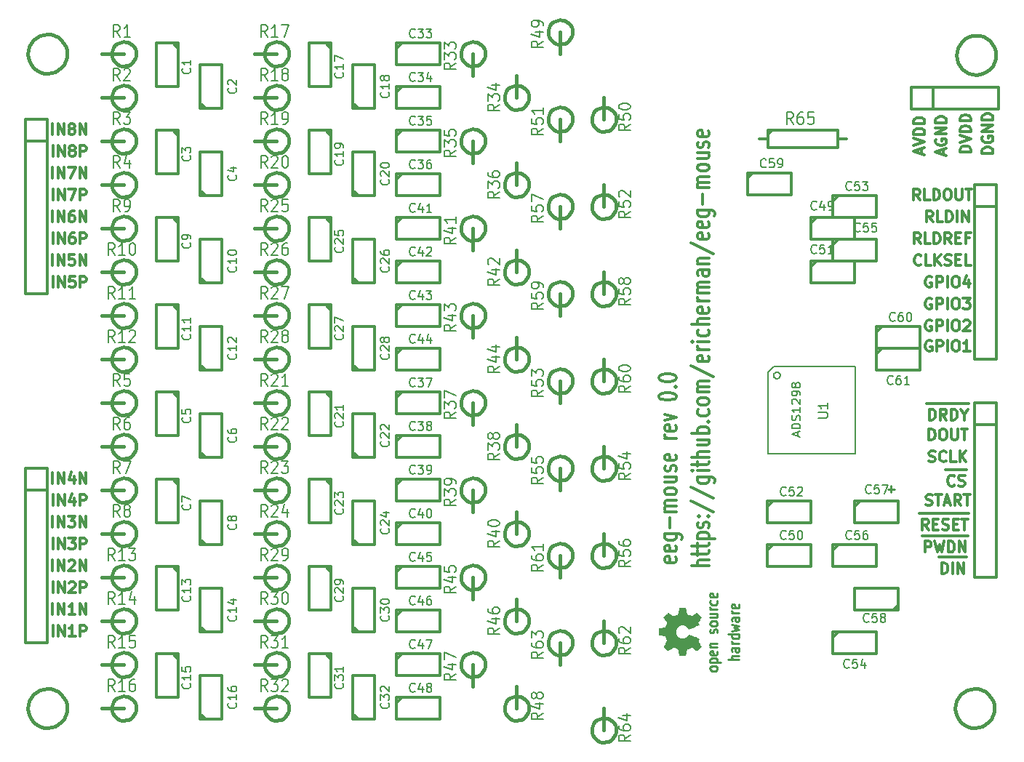
<source format=gto>
G04 (created by PCBNEW-RS274X (2011-11-30 BZR 3250)-stable) date Mon 09 Jan 2012 02:26:34 AM UTC*
G01*
G70*
G90*
%MOIN*%
G04 Gerber Fmt 3.4, Leading zero omitted, Abs format*
%FSLAX34Y34*%
G04 APERTURE LIST*
%ADD10C,0.006000*%
%ADD11C,0.010000*%
%ADD12C,0.012000*%
%ADD13C,0.000100*%
%ADD14C,0.008000*%
%ADD15C,0.015000*%
%ADD16C,0.005000*%
%ADD17C,0.009900*%
G04 APERTURE END LIST*
G54D10*
G54D11*
X67202Y-56758D02*
X66702Y-56758D01*
X67202Y-56586D02*
X66940Y-56586D01*
X66893Y-56605D01*
X66869Y-56643D01*
X66869Y-56701D01*
X66893Y-56739D01*
X66917Y-56758D01*
X67202Y-56224D02*
X66940Y-56224D01*
X66893Y-56243D01*
X66869Y-56281D01*
X66869Y-56358D01*
X66893Y-56396D01*
X67179Y-56224D02*
X67202Y-56262D01*
X67202Y-56358D01*
X67179Y-56396D01*
X67131Y-56415D01*
X67083Y-56415D01*
X67036Y-56396D01*
X67012Y-56358D01*
X67012Y-56262D01*
X66988Y-56224D01*
X67202Y-56034D02*
X66869Y-56034D01*
X66964Y-56034D02*
X66917Y-56015D01*
X66893Y-55996D01*
X66869Y-55958D01*
X66869Y-55919D01*
X67202Y-55614D02*
X66702Y-55614D01*
X67179Y-55614D02*
X67202Y-55652D01*
X67202Y-55729D01*
X67179Y-55767D01*
X67155Y-55786D01*
X67107Y-55805D01*
X66964Y-55805D01*
X66917Y-55786D01*
X66893Y-55767D01*
X66869Y-55729D01*
X66869Y-55652D01*
X66893Y-55614D01*
X66869Y-55462D02*
X67202Y-55386D01*
X66964Y-55309D01*
X67202Y-55233D01*
X66869Y-55157D01*
X67202Y-54833D02*
X66940Y-54833D01*
X66893Y-54852D01*
X66869Y-54890D01*
X66869Y-54967D01*
X66893Y-55005D01*
X67179Y-54833D02*
X67202Y-54871D01*
X67202Y-54967D01*
X67179Y-55005D01*
X67131Y-55024D01*
X67083Y-55024D01*
X67036Y-55005D01*
X67012Y-54967D01*
X67012Y-54871D01*
X66988Y-54833D01*
X67202Y-54643D02*
X66869Y-54643D01*
X66964Y-54643D02*
X66917Y-54624D01*
X66893Y-54605D01*
X66869Y-54567D01*
X66869Y-54528D01*
X67179Y-54242D02*
X67202Y-54280D01*
X67202Y-54357D01*
X67179Y-54395D01*
X67131Y-54414D01*
X66940Y-54414D01*
X66893Y-54395D01*
X66869Y-54357D01*
X66869Y-54280D01*
X66893Y-54242D01*
X66940Y-54223D01*
X66988Y-54223D01*
X67036Y-54414D01*
X66202Y-57206D02*
X66179Y-57244D01*
X66155Y-57263D01*
X66107Y-57282D01*
X65964Y-57282D01*
X65917Y-57263D01*
X65893Y-57244D01*
X65869Y-57206D01*
X65869Y-57148D01*
X65893Y-57110D01*
X65917Y-57091D01*
X65964Y-57072D01*
X66107Y-57072D01*
X66155Y-57091D01*
X66179Y-57110D01*
X66202Y-57148D01*
X66202Y-57206D01*
X65869Y-56901D02*
X66369Y-56901D01*
X65893Y-56901D02*
X65869Y-56863D01*
X65869Y-56786D01*
X65893Y-56748D01*
X65917Y-56729D01*
X65964Y-56710D01*
X66107Y-56710D01*
X66155Y-56729D01*
X66179Y-56748D01*
X66202Y-56786D01*
X66202Y-56863D01*
X66179Y-56901D01*
X66179Y-56386D02*
X66202Y-56424D01*
X66202Y-56501D01*
X66179Y-56539D01*
X66131Y-56558D01*
X65940Y-56558D01*
X65893Y-56539D01*
X65869Y-56501D01*
X65869Y-56424D01*
X65893Y-56386D01*
X65940Y-56367D01*
X65988Y-56367D01*
X66036Y-56558D01*
X65869Y-56196D02*
X66202Y-56196D01*
X65917Y-56196D02*
X65893Y-56177D01*
X65869Y-56139D01*
X65869Y-56081D01*
X65893Y-56043D01*
X65940Y-56024D01*
X66202Y-56024D01*
X66179Y-55548D02*
X66202Y-55510D01*
X66202Y-55434D01*
X66179Y-55395D01*
X66131Y-55376D01*
X66107Y-55376D01*
X66060Y-55395D01*
X66036Y-55434D01*
X66036Y-55491D01*
X66012Y-55529D01*
X65964Y-55548D01*
X65940Y-55548D01*
X65893Y-55529D01*
X65869Y-55491D01*
X65869Y-55434D01*
X65893Y-55395D01*
X66202Y-55148D02*
X66179Y-55186D01*
X66155Y-55205D01*
X66107Y-55224D01*
X65964Y-55224D01*
X65917Y-55205D01*
X65893Y-55186D01*
X65869Y-55148D01*
X65869Y-55090D01*
X65893Y-55052D01*
X65917Y-55033D01*
X65964Y-55014D01*
X66107Y-55014D01*
X66155Y-55033D01*
X66179Y-55052D01*
X66202Y-55090D01*
X66202Y-55148D01*
X65869Y-54671D02*
X66202Y-54671D01*
X65869Y-54843D02*
X66131Y-54843D01*
X66179Y-54824D01*
X66202Y-54786D01*
X66202Y-54728D01*
X66179Y-54690D01*
X66155Y-54671D01*
X66202Y-54481D02*
X65869Y-54481D01*
X65964Y-54481D02*
X65917Y-54462D01*
X65893Y-54443D01*
X65869Y-54405D01*
X65869Y-54366D01*
X66179Y-54061D02*
X66202Y-54099D01*
X66202Y-54176D01*
X66179Y-54214D01*
X66155Y-54233D01*
X66107Y-54252D01*
X65964Y-54252D01*
X65917Y-54233D01*
X65893Y-54214D01*
X65869Y-54176D01*
X65869Y-54099D01*
X65893Y-54061D01*
X66179Y-53737D02*
X66202Y-53775D01*
X66202Y-53852D01*
X66179Y-53890D01*
X66131Y-53909D01*
X65940Y-53909D01*
X65893Y-53890D01*
X65869Y-53852D01*
X65869Y-53775D01*
X65893Y-53737D01*
X65940Y-53718D01*
X65988Y-53718D01*
X66036Y-53909D01*
G54D12*
X65824Y-52458D02*
X65024Y-52458D01*
X65824Y-52201D02*
X65405Y-52201D01*
X65329Y-52230D01*
X65290Y-52287D01*
X65290Y-52372D01*
X65329Y-52430D01*
X65367Y-52458D01*
X65290Y-52001D02*
X65290Y-51772D01*
X65024Y-51915D02*
X65710Y-51915D01*
X65786Y-51887D01*
X65824Y-51829D01*
X65824Y-51772D01*
X65290Y-51658D02*
X65290Y-51429D01*
X65024Y-51572D02*
X65710Y-51572D01*
X65786Y-51544D01*
X65824Y-51486D01*
X65824Y-51429D01*
X65290Y-51229D02*
X66090Y-51229D01*
X65329Y-51229D02*
X65290Y-51172D01*
X65290Y-51058D01*
X65329Y-51001D01*
X65367Y-50972D01*
X65443Y-50943D01*
X65671Y-50943D01*
X65748Y-50972D01*
X65786Y-51001D01*
X65824Y-51058D01*
X65824Y-51172D01*
X65786Y-51229D01*
X65786Y-50715D02*
X65824Y-50658D01*
X65824Y-50543D01*
X65786Y-50486D01*
X65710Y-50458D01*
X65671Y-50458D01*
X65595Y-50486D01*
X65557Y-50543D01*
X65557Y-50629D01*
X65519Y-50686D01*
X65443Y-50715D01*
X65405Y-50715D01*
X65329Y-50686D01*
X65290Y-50629D01*
X65290Y-50543D01*
X65329Y-50486D01*
X65748Y-50200D02*
X65786Y-50172D01*
X65824Y-50200D01*
X65786Y-50229D01*
X65748Y-50200D01*
X65824Y-50200D01*
X65329Y-50200D02*
X65367Y-50172D01*
X65405Y-50200D01*
X65367Y-50229D01*
X65329Y-50200D01*
X65405Y-50200D01*
X64986Y-49486D02*
X66014Y-50000D01*
X64986Y-48857D02*
X66014Y-49371D01*
X65290Y-48399D02*
X65938Y-48399D01*
X66014Y-48428D01*
X66052Y-48456D01*
X66090Y-48513D01*
X66090Y-48599D01*
X66052Y-48656D01*
X65786Y-48399D02*
X65824Y-48456D01*
X65824Y-48570D01*
X65786Y-48628D01*
X65748Y-48656D01*
X65671Y-48685D01*
X65443Y-48685D01*
X65367Y-48656D01*
X65329Y-48628D01*
X65290Y-48570D01*
X65290Y-48456D01*
X65329Y-48399D01*
X65824Y-48113D02*
X65290Y-48113D01*
X65024Y-48113D02*
X65062Y-48142D01*
X65100Y-48113D01*
X65062Y-48085D01*
X65024Y-48113D01*
X65100Y-48113D01*
X65290Y-47913D02*
X65290Y-47684D01*
X65024Y-47827D02*
X65710Y-47827D01*
X65786Y-47799D01*
X65824Y-47741D01*
X65824Y-47684D01*
X65824Y-47484D02*
X65024Y-47484D01*
X65824Y-47227D02*
X65405Y-47227D01*
X65329Y-47256D01*
X65290Y-47313D01*
X65290Y-47398D01*
X65329Y-47456D01*
X65367Y-47484D01*
X65290Y-46684D02*
X65824Y-46684D01*
X65290Y-46941D02*
X65710Y-46941D01*
X65786Y-46913D01*
X65824Y-46855D01*
X65824Y-46770D01*
X65786Y-46713D01*
X65748Y-46684D01*
X65824Y-46398D02*
X65024Y-46398D01*
X65329Y-46398D02*
X65290Y-46341D01*
X65290Y-46227D01*
X65329Y-46170D01*
X65367Y-46141D01*
X65443Y-46112D01*
X65671Y-46112D01*
X65748Y-46141D01*
X65786Y-46170D01*
X65824Y-46227D01*
X65824Y-46341D01*
X65786Y-46398D01*
X65748Y-45855D02*
X65786Y-45827D01*
X65824Y-45855D01*
X65786Y-45884D01*
X65748Y-45855D01*
X65824Y-45855D01*
X65786Y-45312D02*
X65824Y-45369D01*
X65824Y-45483D01*
X65786Y-45541D01*
X65748Y-45569D01*
X65671Y-45598D01*
X65443Y-45598D01*
X65367Y-45569D01*
X65329Y-45541D01*
X65290Y-45483D01*
X65290Y-45369D01*
X65329Y-45312D01*
X65824Y-44969D02*
X65786Y-45027D01*
X65748Y-45055D01*
X65671Y-45084D01*
X65443Y-45084D01*
X65367Y-45055D01*
X65329Y-45027D01*
X65290Y-44969D01*
X65290Y-44884D01*
X65329Y-44827D01*
X65367Y-44798D01*
X65443Y-44769D01*
X65671Y-44769D01*
X65748Y-44798D01*
X65786Y-44827D01*
X65824Y-44884D01*
X65824Y-44969D01*
X65824Y-44512D02*
X65290Y-44512D01*
X65367Y-44512D02*
X65329Y-44484D01*
X65290Y-44426D01*
X65290Y-44341D01*
X65329Y-44284D01*
X65405Y-44255D01*
X65824Y-44255D01*
X65405Y-44255D02*
X65329Y-44226D01*
X65290Y-44169D01*
X65290Y-44084D01*
X65329Y-44026D01*
X65405Y-43998D01*
X65824Y-43998D01*
X64986Y-43284D02*
X66014Y-43798D01*
X65786Y-42855D02*
X65824Y-42912D01*
X65824Y-43026D01*
X65786Y-43083D01*
X65710Y-43112D01*
X65405Y-43112D01*
X65329Y-43083D01*
X65290Y-43026D01*
X65290Y-42912D01*
X65329Y-42855D01*
X65405Y-42826D01*
X65481Y-42826D01*
X65557Y-43112D01*
X65824Y-42569D02*
X65290Y-42569D01*
X65443Y-42569D02*
X65367Y-42541D01*
X65329Y-42512D01*
X65290Y-42455D01*
X65290Y-42398D01*
X65824Y-42198D02*
X65290Y-42198D01*
X65024Y-42198D02*
X65062Y-42227D01*
X65100Y-42198D01*
X65062Y-42170D01*
X65024Y-42198D01*
X65100Y-42198D01*
X65786Y-41655D02*
X65824Y-41712D01*
X65824Y-41826D01*
X65786Y-41884D01*
X65748Y-41912D01*
X65671Y-41941D01*
X65443Y-41941D01*
X65367Y-41912D01*
X65329Y-41884D01*
X65290Y-41826D01*
X65290Y-41712D01*
X65329Y-41655D01*
X65824Y-41398D02*
X65024Y-41398D01*
X65824Y-41141D02*
X65405Y-41141D01*
X65329Y-41170D01*
X65290Y-41227D01*
X65290Y-41312D01*
X65329Y-41370D01*
X65367Y-41398D01*
X65786Y-40627D02*
X65824Y-40684D01*
X65824Y-40798D01*
X65786Y-40855D01*
X65710Y-40884D01*
X65405Y-40884D01*
X65329Y-40855D01*
X65290Y-40798D01*
X65290Y-40684D01*
X65329Y-40627D01*
X65405Y-40598D01*
X65481Y-40598D01*
X65557Y-40884D01*
X65824Y-40341D02*
X65290Y-40341D01*
X65443Y-40341D02*
X65367Y-40313D01*
X65329Y-40284D01*
X65290Y-40227D01*
X65290Y-40170D01*
X65824Y-39970D02*
X65290Y-39970D01*
X65367Y-39970D02*
X65329Y-39942D01*
X65290Y-39884D01*
X65290Y-39799D01*
X65329Y-39742D01*
X65405Y-39713D01*
X65824Y-39713D01*
X65405Y-39713D02*
X65329Y-39684D01*
X65290Y-39627D01*
X65290Y-39542D01*
X65329Y-39484D01*
X65405Y-39456D01*
X65824Y-39456D01*
X65824Y-38913D02*
X65405Y-38913D01*
X65329Y-38942D01*
X65290Y-38999D01*
X65290Y-39113D01*
X65329Y-39170D01*
X65786Y-38913D02*
X65824Y-38970D01*
X65824Y-39113D01*
X65786Y-39170D01*
X65710Y-39199D01*
X65633Y-39199D01*
X65557Y-39170D01*
X65519Y-39113D01*
X65519Y-38970D01*
X65481Y-38913D01*
X65290Y-38627D02*
X65824Y-38627D01*
X65367Y-38627D02*
X65329Y-38599D01*
X65290Y-38541D01*
X65290Y-38456D01*
X65329Y-38399D01*
X65405Y-38370D01*
X65824Y-38370D01*
X64986Y-37656D02*
X66014Y-38170D01*
X65786Y-37227D02*
X65824Y-37284D01*
X65824Y-37398D01*
X65786Y-37455D01*
X65710Y-37484D01*
X65405Y-37484D01*
X65329Y-37455D01*
X65290Y-37398D01*
X65290Y-37284D01*
X65329Y-37227D01*
X65405Y-37198D01*
X65481Y-37198D01*
X65557Y-37484D01*
X65786Y-36713D02*
X65824Y-36770D01*
X65824Y-36884D01*
X65786Y-36941D01*
X65710Y-36970D01*
X65405Y-36970D01*
X65329Y-36941D01*
X65290Y-36884D01*
X65290Y-36770D01*
X65329Y-36713D01*
X65405Y-36684D01*
X65481Y-36684D01*
X65557Y-36970D01*
X65290Y-36170D02*
X65938Y-36170D01*
X66014Y-36199D01*
X66052Y-36227D01*
X66090Y-36284D01*
X66090Y-36370D01*
X66052Y-36427D01*
X65786Y-36170D02*
X65824Y-36227D01*
X65824Y-36341D01*
X65786Y-36399D01*
X65748Y-36427D01*
X65671Y-36456D01*
X65443Y-36456D01*
X65367Y-36427D01*
X65329Y-36399D01*
X65290Y-36341D01*
X65290Y-36227D01*
X65329Y-36170D01*
X65519Y-35884D02*
X65519Y-35427D01*
X65824Y-35141D02*
X65290Y-35141D01*
X65367Y-35141D02*
X65329Y-35113D01*
X65290Y-35055D01*
X65290Y-34970D01*
X65329Y-34913D01*
X65405Y-34884D01*
X65824Y-34884D01*
X65405Y-34884D02*
X65329Y-34855D01*
X65290Y-34798D01*
X65290Y-34713D01*
X65329Y-34655D01*
X65405Y-34627D01*
X65824Y-34627D01*
X65824Y-34255D02*
X65786Y-34313D01*
X65748Y-34341D01*
X65671Y-34370D01*
X65443Y-34370D01*
X65367Y-34341D01*
X65329Y-34313D01*
X65290Y-34255D01*
X65290Y-34170D01*
X65329Y-34113D01*
X65367Y-34084D01*
X65443Y-34055D01*
X65671Y-34055D01*
X65748Y-34084D01*
X65786Y-34113D01*
X65824Y-34170D01*
X65824Y-34255D01*
X65290Y-33541D02*
X65824Y-33541D01*
X65290Y-33798D02*
X65710Y-33798D01*
X65786Y-33770D01*
X65824Y-33712D01*
X65824Y-33627D01*
X65786Y-33570D01*
X65748Y-33541D01*
X65786Y-33284D02*
X65824Y-33227D01*
X65824Y-33112D01*
X65786Y-33055D01*
X65710Y-33027D01*
X65671Y-33027D01*
X65595Y-33055D01*
X65557Y-33112D01*
X65557Y-33198D01*
X65519Y-33255D01*
X65443Y-33284D01*
X65405Y-33284D01*
X65329Y-33255D01*
X65290Y-33198D01*
X65290Y-33112D01*
X65329Y-33055D01*
X65786Y-32541D02*
X65824Y-32598D01*
X65824Y-32712D01*
X65786Y-32769D01*
X65710Y-32798D01*
X65405Y-32798D01*
X65329Y-32769D01*
X65290Y-32712D01*
X65290Y-32598D01*
X65329Y-32541D01*
X65405Y-32512D01*
X65481Y-32512D01*
X65557Y-32798D01*
X64286Y-52071D02*
X64324Y-52128D01*
X64324Y-52242D01*
X64286Y-52299D01*
X64210Y-52328D01*
X63905Y-52328D01*
X63829Y-52299D01*
X63790Y-52242D01*
X63790Y-52128D01*
X63829Y-52071D01*
X63905Y-52042D01*
X63981Y-52042D01*
X64057Y-52328D01*
X64286Y-51557D02*
X64324Y-51614D01*
X64324Y-51728D01*
X64286Y-51785D01*
X64210Y-51814D01*
X63905Y-51814D01*
X63829Y-51785D01*
X63790Y-51728D01*
X63790Y-51614D01*
X63829Y-51557D01*
X63905Y-51528D01*
X63981Y-51528D01*
X64057Y-51814D01*
X63790Y-51014D02*
X64438Y-51014D01*
X64514Y-51043D01*
X64552Y-51071D01*
X64590Y-51128D01*
X64590Y-51214D01*
X64552Y-51271D01*
X64286Y-51014D02*
X64324Y-51071D01*
X64324Y-51185D01*
X64286Y-51243D01*
X64248Y-51271D01*
X64171Y-51300D01*
X63943Y-51300D01*
X63867Y-51271D01*
X63829Y-51243D01*
X63790Y-51185D01*
X63790Y-51071D01*
X63829Y-51014D01*
X64019Y-50728D02*
X64019Y-50271D01*
X64324Y-49985D02*
X63790Y-49985D01*
X63867Y-49985D02*
X63829Y-49957D01*
X63790Y-49899D01*
X63790Y-49814D01*
X63829Y-49757D01*
X63905Y-49728D01*
X64324Y-49728D01*
X63905Y-49728D02*
X63829Y-49699D01*
X63790Y-49642D01*
X63790Y-49557D01*
X63829Y-49499D01*
X63905Y-49471D01*
X64324Y-49471D01*
X64324Y-49099D02*
X64286Y-49157D01*
X64248Y-49185D01*
X64171Y-49214D01*
X63943Y-49214D01*
X63867Y-49185D01*
X63829Y-49157D01*
X63790Y-49099D01*
X63790Y-49014D01*
X63829Y-48957D01*
X63867Y-48928D01*
X63943Y-48899D01*
X64171Y-48899D01*
X64248Y-48928D01*
X64286Y-48957D01*
X64324Y-49014D01*
X64324Y-49099D01*
X63790Y-48385D02*
X64324Y-48385D01*
X63790Y-48642D02*
X64210Y-48642D01*
X64286Y-48614D01*
X64324Y-48556D01*
X64324Y-48471D01*
X64286Y-48414D01*
X64248Y-48385D01*
X64286Y-48128D02*
X64324Y-48071D01*
X64324Y-47956D01*
X64286Y-47899D01*
X64210Y-47871D01*
X64171Y-47871D01*
X64095Y-47899D01*
X64057Y-47956D01*
X64057Y-48042D01*
X64019Y-48099D01*
X63943Y-48128D01*
X63905Y-48128D01*
X63829Y-48099D01*
X63790Y-48042D01*
X63790Y-47956D01*
X63829Y-47899D01*
X64286Y-47385D02*
X64324Y-47442D01*
X64324Y-47556D01*
X64286Y-47613D01*
X64210Y-47642D01*
X63905Y-47642D01*
X63829Y-47613D01*
X63790Y-47556D01*
X63790Y-47442D01*
X63829Y-47385D01*
X63905Y-47356D01*
X63981Y-47356D01*
X64057Y-47642D01*
X64324Y-46642D02*
X63790Y-46642D01*
X63943Y-46642D02*
X63867Y-46614D01*
X63829Y-46585D01*
X63790Y-46528D01*
X63790Y-46471D01*
X64286Y-46043D02*
X64324Y-46100D01*
X64324Y-46214D01*
X64286Y-46271D01*
X64210Y-46300D01*
X63905Y-46300D01*
X63829Y-46271D01*
X63790Y-46214D01*
X63790Y-46100D01*
X63829Y-46043D01*
X63905Y-46014D01*
X63981Y-46014D01*
X64057Y-46300D01*
X63790Y-45814D02*
X64324Y-45671D01*
X63790Y-45529D01*
X63524Y-44729D02*
X63524Y-44672D01*
X63562Y-44615D01*
X63600Y-44586D01*
X63676Y-44557D01*
X63829Y-44529D01*
X64019Y-44529D01*
X64171Y-44557D01*
X64248Y-44586D01*
X64286Y-44615D01*
X64324Y-44672D01*
X64324Y-44729D01*
X64286Y-44786D01*
X64248Y-44815D01*
X64171Y-44843D01*
X64019Y-44872D01*
X63829Y-44872D01*
X63676Y-44843D01*
X63600Y-44815D01*
X63562Y-44786D01*
X63524Y-44729D01*
X64248Y-44272D02*
X64286Y-44244D01*
X64324Y-44272D01*
X64286Y-44301D01*
X64248Y-44272D01*
X64324Y-44272D01*
X63524Y-43872D02*
X63524Y-43815D01*
X63562Y-43758D01*
X63600Y-43729D01*
X63676Y-43700D01*
X63829Y-43672D01*
X64019Y-43672D01*
X64171Y-43700D01*
X64248Y-43729D01*
X64286Y-43758D01*
X64324Y-43815D01*
X64324Y-43872D01*
X64286Y-43929D01*
X64248Y-43958D01*
X64171Y-43986D01*
X64019Y-44015D01*
X63829Y-44015D01*
X63676Y-43986D01*
X63600Y-43958D01*
X63562Y-43929D01*
X63524Y-43872D01*
X35738Y-32702D02*
X35738Y-32202D01*
X35976Y-32702D02*
X35976Y-32202D01*
X36262Y-32702D01*
X36262Y-32202D01*
X36571Y-32417D02*
X36524Y-32393D01*
X36500Y-32369D01*
X36476Y-32321D01*
X36476Y-32298D01*
X36500Y-32250D01*
X36524Y-32226D01*
X36571Y-32202D01*
X36667Y-32202D01*
X36714Y-32226D01*
X36738Y-32250D01*
X36762Y-32298D01*
X36762Y-32321D01*
X36738Y-32369D01*
X36714Y-32393D01*
X36667Y-32417D01*
X36571Y-32417D01*
X36524Y-32440D01*
X36500Y-32464D01*
X36476Y-32512D01*
X36476Y-32607D01*
X36500Y-32655D01*
X36524Y-32679D01*
X36571Y-32702D01*
X36667Y-32702D01*
X36714Y-32679D01*
X36738Y-32655D01*
X36762Y-32607D01*
X36762Y-32512D01*
X36738Y-32464D01*
X36714Y-32440D01*
X36667Y-32417D01*
X36976Y-32702D02*
X36976Y-32202D01*
X37262Y-32702D01*
X37262Y-32202D01*
X35750Y-33702D02*
X35750Y-33202D01*
X35988Y-33702D02*
X35988Y-33202D01*
X36274Y-33702D01*
X36274Y-33202D01*
X36583Y-33417D02*
X36536Y-33393D01*
X36512Y-33369D01*
X36488Y-33321D01*
X36488Y-33298D01*
X36512Y-33250D01*
X36536Y-33226D01*
X36583Y-33202D01*
X36679Y-33202D01*
X36726Y-33226D01*
X36750Y-33250D01*
X36774Y-33298D01*
X36774Y-33321D01*
X36750Y-33369D01*
X36726Y-33393D01*
X36679Y-33417D01*
X36583Y-33417D01*
X36536Y-33440D01*
X36512Y-33464D01*
X36488Y-33512D01*
X36488Y-33607D01*
X36512Y-33655D01*
X36536Y-33679D01*
X36583Y-33702D01*
X36679Y-33702D01*
X36726Y-33679D01*
X36750Y-33655D01*
X36774Y-33607D01*
X36774Y-33512D01*
X36750Y-33464D01*
X36726Y-33440D01*
X36679Y-33417D01*
X36988Y-33702D02*
X36988Y-33202D01*
X37179Y-33202D01*
X37226Y-33226D01*
X37250Y-33250D01*
X37274Y-33298D01*
X37274Y-33369D01*
X37250Y-33417D01*
X37226Y-33440D01*
X37179Y-33464D01*
X36988Y-33464D01*
X35738Y-34702D02*
X35738Y-34202D01*
X35976Y-34702D02*
X35976Y-34202D01*
X36262Y-34702D01*
X36262Y-34202D01*
X36452Y-34202D02*
X36786Y-34202D01*
X36571Y-34702D01*
X36976Y-34702D02*
X36976Y-34202D01*
X37262Y-34702D01*
X37262Y-34202D01*
X35750Y-35702D02*
X35750Y-35202D01*
X35988Y-35702D02*
X35988Y-35202D01*
X36274Y-35702D01*
X36274Y-35202D01*
X36464Y-35202D02*
X36798Y-35202D01*
X36583Y-35702D01*
X36988Y-35702D02*
X36988Y-35202D01*
X37179Y-35202D01*
X37226Y-35226D01*
X37250Y-35250D01*
X37274Y-35298D01*
X37274Y-35369D01*
X37250Y-35417D01*
X37226Y-35440D01*
X37179Y-35464D01*
X36988Y-35464D01*
X35738Y-36702D02*
X35738Y-36202D01*
X35976Y-36702D02*
X35976Y-36202D01*
X36262Y-36702D01*
X36262Y-36202D01*
X36714Y-36202D02*
X36619Y-36202D01*
X36571Y-36226D01*
X36548Y-36250D01*
X36500Y-36321D01*
X36476Y-36417D01*
X36476Y-36607D01*
X36500Y-36655D01*
X36524Y-36679D01*
X36571Y-36702D01*
X36667Y-36702D01*
X36714Y-36679D01*
X36738Y-36655D01*
X36762Y-36607D01*
X36762Y-36488D01*
X36738Y-36440D01*
X36714Y-36417D01*
X36667Y-36393D01*
X36571Y-36393D01*
X36524Y-36417D01*
X36500Y-36440D01*
X36476Y-36488D01*
X36976Y-36702D02*
X36976Y-36202D01*
X37262Y-36702D01*
X37262Y-36202D01*
X35750Y-37702D02*
X35750Y-37202D01*
X35988Y-37702D02*
X35988Y-37202D01*
X36274Y-37702D01*
X36274Y-37202D01*
X36726Y-37202D02*
X36631Y-37202D01*
X36583Y-37226D01*
X36560Y-37250D01*
X36512Y-37321D01*
X36488Y-37417D01*
X36488Y-37607D01*
X36512Y-37655D01*
X36536Y-37679D01*
X36583Y-37702D01*
X36679Y-37702D01*
X36726Y-37679D01*
X36750Y-37655D01*
X36774Y-37607D01*
X36774Y-37488D01*
X36750Y-37440D01*
X36726Y-37417D01*
X36679Y-37393D01*
X36583Y-37393D01*
X36536Y-37417D01*
X36512Y-37440D01*
X36488Y-37488D01*
X36988Y-37702D02*
X36988Y-37202D01*
X37179Y-37202D01*
X37226Y-37226D01*
X37250Y-37250D01*
X37274Y-37298D01*
X37274Y-37369D01*
X37250Y-37417D01*
X37226Y-37440D01*
X37179Y-37464D01*
X36988Y-37464D01*
X35738Y-38702D02*
X35738Y-38202D01*
X35976Y-38702D02*
X35976Y-38202D01*
X36262Y-38702D01*
X36262Y-38202D01*
X36738Y-38202D02*
X36500Y-38202D01*
X36476Y-38440D01*
X36500Y-38417D01*
X36548Y-38393D01*
X36667Y-38393D01*
X36714Y-38417D01*
X36738Y-38440D01*
X36762Y-38488D01*
X36762Y-38607D01*
X36738Y-38655D01*
X36714Y-38679D01*
X36667Y-38702D01*
X36548Y-38702D01*
X36500Y-38679D01*
X36476Y-38655D01*
X36976Y-38702D02*
X36976Y-38202D01*
X37262Y-38702D01*
X37262Y-38202D01*
X35750Y-39702D02*
X35750Y-39202D01*
X35988Y-39702D02*
X35988Y-39202D01*
X36274Y-39702D01*
X36274Y-39202D01*
X36750Y-39202D02*
X36512Y-39202D01*
X36488Y-39440D01*
X36512Y-39417D01*
X36560Y-39393D01*
X36679Y-39393D01*
X36726Y-39417D01*
X36750Y-39440D01*
X36774Y-39488D01*
X36774Y-39607D01*
X36750Y-39655D01*
X36726Y-39679D01*
X36679Y-39702D01*
X36560Y-39702D01*
X36512Y-39679D01*
X36488Y-39655D01*
X36988Y-39702D02*
X36988Y-39202D01*
X37179Y-39202D01*
X37226Y-39226D01*
X37250Y-39250D01*
X37274Y-39298D01*
X37274Y-39369D01*
X37250Y-39417D01*
X37226Y-39440D01*
X37179Y-39464D01*
X36988Y-39464D01*
X35738Y-48702D02*
X35738Y-48202D01*
X35976Y-48702D02*
X35976Y-48202D01*
X36262Y-48702D01*
X36262Y-48202D01*
X36714Y-48369D02*
X36714Y-48702D01*
X36595Y-48179D02*
X36476Y-48536D01*
X36786Y-48536D01*
X36976Y-48702D02*
X36976Y-48202D01*
X37262Y-48702D01*
X37262Y-48202D01*
X35750Y-49702D02*
X35750Y-49202D01*
X35988Y-49702D02*
X35988Y-49202D01*
X36274Y-49702D01*
X36274Y-49202D01*
X36726Y-49369D02*
X36726Y-49702D01*
X36607Y-49179D02*
X36488Y-49536D01*
X36798Y-49536D01*
X36988Y-49702D02*
X36988Y-49202D01*
X37179Y-49202D01*
X37226Y-49226D01*
X37250Y-49250D01*
X37274Y-49298D01*
X37274Y-49369D01*
X37250Y-49417D01*
X37226Y-49440D01*
X37179Y-49464D01*
X36988Y-49464D01*
X35738Y-50702D02*
X35738Y-50202D01*
X35976Y-50702D02*
X35976Y-50202D01*
X36262Y-50702D01*
X36262Y-50202D01*
X36452Y-50202D02*
X36762Y-50202D01*
X36595Y-50393D01*
X36667Y-50393D01*
X36714Y-50417D01*
X36738Y-50440D01*
X36762Y-50488D01*
X36762Y-50607D01*
X36738Y-50655D01*
X36714Y-50679D01*
X36667Y-50702D01*
X36524Y-50702D01*
X36476Y-50679D01*
X36452Y-50655D01*
X36976Y-50702D02*
X36976Y-50202D01*
X37262Y-50702D01*
X37262Y-50202D01*
X35750Y-51702D02*
X35750Y-51202D01*
X35988Y-51702D02*
X35988Y-51202D01*
X36274Y-51702D01*
X36274Y-51202D01*
X36464Y-51202D02*
X36774Y-51202D01*
X36607Y-51393D01*
X36679Y-51393D01*
X36726Y-51417D01*
X36750Y-51440D01*
X36774Y-51488D01*
X36774Y-51607D01*
X36750Y-51655D01*
X36726Y-51679D01*
X36679Y-51702D01*
X36536Y-51702D01*
X36488Y-51679D01*
X36464Y-51655D01*
X36988Y-51702D02*
X36988Y-51202D01*
X37179Y-51202D01*
X37226Y-51226D01*
X37250Y-51250D01*
X37274Y-51298D01*
X37274Y-51369D01*
X37250Y-51417D01*
X37226Y-51440D01*
X37179Y-51464D01*
X36988Y-51464D01*
X35738Y-52702D02*
X35738Y-52202D01*
X35976Y-52702D02*
X35976Y-52202D01*
X36262Y-52702D01*
X36262Y-52202D01*
X36476Y-52250D02*
X36500Y-52226D01*
X36548Y-52202D01*
X36667Y-52202D01*
X36714Y-52226D01*
X36738Y-52250D01*
X36762Y-52298D01*
X36762Y-52345D01*
X36738Y-52417D01*
X36452Y-52702D01*
X36762Y-52702D01*
X36976Y-52702D02*
X36976Y-52202D01*
X37262Y-52702D01*
X37262Y-52202D01*
X35750Y-53702D02*
X35750Y-53202D01*
X35988Y-53702D02*
X35988Y-53202D01*
X36274Y-53702D01*
X36274Y-53202D01*
X36488Y-53250D02*
X36512Y-53226D01*
X36560Y-53202D01*
X36679Y-53202D01*
X36726Y-53226D01*
X36750Y-53250D01*
X36774Y-53298D01*
X36774Y-53345D01*
X36750Y-53417D01*
X36464Y-53702D01*
X36774Y-53702D01*
X36988Y-53702D02*
X36988Y-53202D01*
X37179Y-53202D01*
X37226Y-53226D01*
X37250Y-53250D01*
X37274Y-53298D01*
X37274Y-53369D01*
X37250Y-53417D01*
X37226Y-53440D01*
X37179Y-53464D01*
X36988Y-53464D01*
X35738Y-54702D02*
X35738Y-54202D01*
X35976Y-54702D02*
X35976Y-54202D01*
X36262Y-54702D01*
X36262Y-54202D01*
X36762Y-54702D02*
X36476Y-54702D01*
X36619Y-54702D02*
X36619Y-54202D01*
X36571Y-54274D01*
X36524Y-54321D01*
X36476Y-54345D01*
X36976Y-54702D02*
X36976Y-54202D01*
X37262Y-54702D01*
X37262Y-54202D01*
X35750Y-55702D02*
X35750Y-55202D01*
X35988Y-55702D02*
X35988Y-55202D01*
X36274Y-55702D01*
X36274Y-55202D01*
X36774Y-55702D02*
X36488Y-55702D01*
X36631Y-55702D02*
X36631Y-55202D01*
X36583Y-55274D01*
X36536Y-55321D01*
X36488Y-55345D01*
X36988Y-55702D02*
X36988Y-55202D01*
X37179Y-55202D01*
X37226Y-55226D01*
X37250Y-55250D01*
X37274Y-55298D01*
X37274Y-55369D01*
X37250Y-55417D01*
X37226Y-55440D01*
X37179Y-55464D01*
X36988Y-55464D01*
X76480Y-52832D02*
X76480Y-52332D01*
X76599Y-52332D01*
X76671Y-52356D01*
X76718Y-52404D01*
X76742Y-52451D01*
X76766Y-52547D01*
X76766Y-52618D01*
X76742Y-52713D01*
X76718Y-52761D01*
X76671Y-52809D01*
X76599Y-52832D01*
X76480Y-52832D01*
X76980Y-52832D02*
X76980Y-52332D01*
X77218Y-52832D02*
X77218Y-52332D01*
X77504Y-52832D01*
X77504Y-52332D01*
X76361Y-52081D02*
X77623Y-52081D01*
X75710Y-51848D02*
X75710Y-51348D01*
X75901Y-51348D01*
X75948Y-51372D01*
X75972Y-51396D01*
X75996Y-51444D01*
X75996Y-51515D01*
X75972Y-51563D01*
X75948Y-51586D01*
X75901Y-51610D01*
X75710Y-51610D01*
X76162Y-51348D02*
X76281Y-51848D01*
X76377Y-51491D01*
X76472Y-51848D01*
X76591Y-51348D01*
X76781Y-51848D02*
X76781Y-51348D01*
X76900Y-51348D01*
X76972Y-51372D01*
X77019Y-51420D01*
X77043Y-51467D01*
X77067Y-51563D01*
X77067Y-51634D01*
X77043Y-51729D01*
X77019Y-51777D01*
X76972Y-51825D01*
X76900Y-51848D01*
X76781Y-51848D01*
X77281Y-51848D02*
X77281Y-51348D01*
X77567Y-51848D01*
X77567Y-51348D01*
X75591Y-51097D02*
X77686Y-51097D01*
X75873Y-50824D02*
X75706Y-50586D01*
X75587Y-50824D02*
X75587Y-50324D01*
X75778Y-50324D01*
X75825Y-50348D01*
X75849Y-50372D01*
X75873Y-50420D01*
X75873Y-50491D01*
X75849Y-50539D01*
X75825Y-50562D01*
X75778Y-50586D01*
X75587Y-50586D01*
X76087Y-50562D02*
X76254Y-50562D01*
X76325Y-50824D02*
X76087Y-50824D01*
X76087Y-50324D01*
X76325Y-50324D01*
X76515Y-50801D02*
X76587Y-50824D01*
X76706Y-50824D01*
X76753Y-50801D01*
X76777Y-50777D01*
X76801Y-50729D01*
X76801Y-50682D01*
X76777Y-50634D01*
X76753Y-50610D01*
X76706Y-50586D01*
X76610Y-50562D01*
X76563Y-50539D01*
X76539Y-50515D01*
X76515Y-50467D01*
X76515Y-50420D01*
X76539Y-50372D01*
X76563Y-50348D01*
X76610Y-50324D01*
X76730Y-50324D01*
X76801Y-50348D01*
X77015Y-50562D02*
X77182Y-50562D01*
X77253Y-50824D02*
X77015Y-50824D01*
X77015Y-50324D01*
X77253Y-50324D01*
X77396Y-50324D02*
X77681Y-50324D01*
X77538Y-50824D02*
X77538Y-50324D01*
X75468Y-50073D02*
X77729Y-50073D01*
X75762Y-49679D02*
X75834Y-49702D01*
X75953Y-49702D01*
X76000Y-49679D01*
X76024Y-49655D01*
X76048Y-49607D01*
X76048Y-49560D01*
X76024Y-49512D01*
X76000Y-49488D01*
X75953Y-49464D01*
X75857Y-49440D01*
X75810Y-49417D01*
X75786Y-49393D01*
X75762Y-49345D01*
X75762Y-49298D01*
X75786Y-49250D01*
X75810Y-49226D01*
X75857Y-49202D01*
X75977Y-49202D01*
X76048Y-49226D01*
X76191Y-49202D02*
X76476Y-49202D01*
X76333Y-49702D02*
X76333Y-49202D01*
X76619Y-49560D02*
X76857Y-49560D01*
X76572Y-49702D02*
X76738Y-49202D01*
X76905Y-49702D01*
X77358Y-49702D02*
X77191Y-49464D01*
X77072Y-49702D02*
X77072Y-49202D01*
X77263Y-49202D01*
X77310Y-49226D01*
X77334Y-49250D01*
X77358Y-49298D01*
X77358Y-49369D01*
X77334Y-49417D01*
X77310Y-49440D01*
X77263Y-49464D01*
X77072Y-49464D01*
X77501Y-49202D02*
X77786Y-49202D01*
X77643Y-49702D02*
X77643Y-49202D01*
X77067Y-48769D02*
X77043Y-48793D01*
X76972Y-48816D01*
X76924Y-48816D01*
X76852Y-48793D01*
X76805Y-48745D01*
X76781Y-48697D01*
X76757Y-48602D01*
X76757Y-48531D01*
X76781Y-48435D01*
X76805Y-48388D01*
X76852Y-48340D01*
X76924Y-48316D01*
X76972Y-48316D01*
X77043Y-48340D01*
X77067Y-48364D01*
X77257Y-48793D02*
X77329Y-48816D01*
X77448Y-48816D01*
X77495Y-48793D01*
X77519Y-48769D01*
X77543Y-48721D01*
X77543Y-48674D01*
X77519Y-48626D01*
X77495Y-48602D01*
X77448Y-48578D01*
X77352Y-48554D01*
X77305Y-48531D01*
X77281Y-48507D01*
X77257Y-48459D01*
X77257Y-48412D01*
X77281Y-48364D01*
X77305Y-48340D01*
X77352Y-48316D01*
X77472Y-48316D01*
X77543Y-48340D01*
X76662Y-48065D02*
X77638Y-48065D01*
X75905Y-47679D02*
X75977Y-47702D01*
X76096Y-47702D01*
X76143Y-47679D01*
X76167Y-47655D01*
X76191Y-47607D01*
X76191Y-47560D01*
X76167Y-47512D01*
X76143Y-47488D01*
X76096Y-47464D01*
X76000Y-47440D01*
X75953Y-47417D01*
X75929Y-47393D01*
X75905Y-47345D01*
X75905Y-47298D01*
X75929Y-47250D01*
X75953Y-47226D01*
X76000Y-47202D01*
X76120Y-47202D01*
X76191Y-47226D01*
X76691Y-47655D02*
X76667Y-47679D01*
X76596Y-47702D01*
X76548Y-47702D01*
X76476Y-47679D01*
X76429Y-47631D01*
X76405Y-47583D01*
X76381Y-47488D01*
X76381Y-47417D01*
X76405Y-47321D01*
X76429Y-47274D01*
X76476Y-47226D01*
X76548Y-47202D01*
X76596Y-47202D01*
X76667Y-47226D01*
X76691Y-47250D01*
X77143Y-47702D02*
X76905Y-47702D01*
X76905Y-47202D01*
X77310Y-47702D02*
X77310Y-47202D01*
X77596Y-47702D02*
X77381Y-47417D01*
X77596Y-47202D02*
X77310Y-47488D01*
X75905Y-46702D02*
X75905Y-46202D01*
X76024Y-46202D01*
X76096Y-46226D01*
X76143Y-46274D01*
X76167Y-46321D01*
X76191Y-46417D01*
X76191Y-46488D01*
X76167Y-46583D01*
X76143Y-46631D01*
X76096Y-46679D01*
X76024Y-46702D01*
X75905Y-46702D01*
X76500Y-46202D02*
X76596Y-46202D01*
X76643Y-46226D01*
X76691Y-46274D01*
X76715Y-46369D01*
X76715Y-46536D01*
X76691Y-46631D01*
X76643Y-46679D01*
X76596Y-46702D01*
X76500Y-46702D01*
X76453Y-46679D01*
X76405Y-46631D01*
X76381Y-46536D01*
X76381Y-46369D01*
X76405Y-46274D01*
X76453Y-46226D01*
X76500Y-46202D01*
X76929Y-46202D02*
X76929Y-46607D01*
X76953Y-46655D01*
X76977Y-46679D01*
X77024Y-46702D01*
X77120Y-46702D01*
X77167Y-46679D01*
X77191Y-46655D01*
X77215Y-46607D01*
X77215Y-46202D01*
X77382Y-46202D02*
X77667Y-46202D01*
X77524Y-46702D02*
X77524Y-46202D01*
X75911Y-45785D02*
X75911Y-45285D01*
X76030Y-45285D01*
X76102Y-45309D01*
X76149Y-45357D01*
X76173Y-45404D01*
X76197Y-45500D01*
X76197Y-45571D01*
X76173Y-45666D01*
X76149Y-45714D01*
X76102Y-45762D01*
X76030Y-45785D01*
X75911Y-45785D01*
X76697Y-45785D02*
X76530Y-45547D01*
X76411Y-45785D02*
X76411Y-45285D01*
X76602Y-45285D01*
X76649Y-45309D01*
X76673Y-45333D01*
X76697Y-45381D01*
X76697Y-45452D01*
X76673Y-45500D01*
X76649Y-45523D01*
X76602Y-45547D01*
X76411Y-45547D01*
X76911Y-45785D02*
X76911Y-45285D01*
X77030Y-45285D01*
X77102Y-45309D01*
X77149Y-45357D01*
X77173Y-45404D01*
X77197Y-45500D01*
X77197Y-45571D01*
X77173Y-45666D01*
X77149Y-45714D01*
X77102Y-45762D01*
X77030Y-45785D01*
X76911Y-45785D01*
X77506Y-45547D02*
X77506Y-45785D01*
X77340Y-45285D02*
X77506Y-45547D01*
X77673Y-45285D01*
X75792Y-45034D02*
X77721Y-45034D01*
X76018Y-42159D02*
X75970Y-42135D01*
X75899Y-42135D01*
X75827Y-42159D01*
X75780Y-42207D01*
X75756Y-42254D01*
X75732Y-42350D01*
X75732Y-42421D01*
X75756Y-42516D01*
X75780Y-42564D01*
X75827Y-42612D01*
X75899Y-42635D01*
X75947Y-42635D01*
X76018Y-42612D01*
X76042Y-42588D01*
X76042Y-42421D01*
X75947Y-42421D01*
X76256Y-42635D02*
X76256Y-42135D01*
X76447Y-42135D01*
X76494Y-42159D01*
X76518Y-42183D01*
X76542Y-42231D01*
X76542Y-42302D01*
X76518Y-42350D01*
X76494Y-42373D01*
X76447Y-42397D01*
X76256Y-42397D01*
X76756Y-42635D02*
X76756Y-42135D01*
X77089Y-42135D02*
X77185Y-42135D01*
X77232Y-42159D01*
X77280Y-42207D01*
X77304Y-42302D01*
X77304Y-42469D01*
X77280Y-42564D01*
X77232Y-42612D01*
X77185Y-42635D01*
X77089Y-42635D01*
X77042Y-42612D01*
X76994Y-42564D01*
X76970Y-42469D01*
X76970Y-42302D01*
X76994Y-42207D01*
X77042Y-42159D01*
X77089Y-42135D01*
X77780Y-42635D02*
X77494Y-42635D01*
X77637Y-42635D02*
X77637Y-42135D01*
X77589Y-42207D01*
X77542Y-42254D01*
X77494Y-42278D01*
X76012Y-41226D02*
X75964Y-41202D01*
X75893Y-41202D01*
X75821Y-41226D01*
X75774Y-41274D01*
X75750Y-41321D01*
X75726Y-41417D01*
X75726Y-41488D01*
X75750Y-41583D01*
X75774Y-41631D01*
X75821Y-41679D01*
X75893Y-41702D01*
X75941Y-41702D01*
X76012Y-41679D01*
X76036Y-41655D01*
X76036Y-41488D01*
X75941Y-41488D01*
X76250Y-41702D02*
X76250Y-41202D01*
X76441Y-41202D01*
X76488Y-41226D01*
X76512Y-41250D01*
X76536Y-41298D01*
X76536Y-41369D01*
X76512Y-41417D01*
X76488Y-41440D01*
X76441Y-41464D01*
X76250Y-41464D01*
X76750Y-41702D02*
X76750Y-41202D01*
X77083Y-41202D02*
X77179Y-41202D01*
X77226Y-41226D01*
X77274Y-41274D01*
X77298Y-41369D01*
X77298Y-41536D01*
X77274Y-41631D01*
X77226Y-41679D01*
X77179Y-41702D01*
X77083Y-41702D01*
X77036Y-41679D01*
X76988Y-41631D01*
X76964Y-41536D01*
X76964Y-41369D01*
X76988Y-41274D01*
X77036Y-41226D01*
X77083Y-41202D01*
X77488Y-41250D02*
X77512Y-41226D01*
X77560Y-41202D01*
X77679Y-41202D01*
X77726Y-41226D01*
X77750Y-41250D01*
X77774Y-41298D01*
X77774Y-41345D01*
X77750Y-41417D01*
X77464Y-41702D01*
X77774Y-41702D01*
X76012Y-40226D02*
X75964Y-40202D01*
X75893Y-40202D01*
X75821Y-40226D01*
X75774Y-40274D01*
X75750Y-40321D01*
X75726Y-40417D01*
X75726Y-40488D01*
X75750Y-40583D01*
X75774Y-40631D01*
X75821Y-40679D01*
X75893Y-40702D01*
X75941Y-40702D01*
X76012Y-40679D01*
X76036Y-40655D01*
X76036Y-40488D01*
X75941Y-40488D01*
X76250Y-40702D02*
X76250Y-40202D01*
X76441Y-40202D01*
X76488Y-40226D01*
X76512Y-40250D01*
X76536Y-40298D01*
X76536Y-40369D01*
X76512Y-40417D01*
X76488Y-40440D01*
X76441Y-40464D01*
X76250Y-40464D01*
X76750Y-40702D02*
X76750Y-40202D01*
X77083Y-40202D02*
X77179Y-40202D01*
X77226Y-40226D01*
X77274Y-40274D01*
X77298Y-40369D01*
X77298Y-40536D01*
X77274Y-40631D01*
X77226Y-40679D01*
X77179Y-40702D01*
X77083Y-40702D01*
X77036Y-40679D01*
X76988Y-40631D01*
X76964Y-40536D01*
X76964Y-40369D01*
X76988Y-40274D01*
X77036Y-40226D01*
X77083Y-40202D01*
X77464Y-40202D02*
X77774Y-40202D01*
X77607Y-40393D01*
X77679Y-40393D01*
X77726Y-40417D01*
X77750Y-40440D01*
X77774Y-40488D01*
X77774Y-40607D01*
X77750Y-40655D01*
X77726Y-40679D01*
X77679Y-40702D01*
X77536Y-40702D01*
X77488Y-40679D01*
X77464Y-40655D01*
X76012Y-39226D02*
X75964Y-39202D01*
X75893Y-39202D01*
X75821Y-39226D01*
X75774Y-39274D01*
X75750Y-39321D01*
X75726Y-39417D01*
X75726Y-39488D01*
X75750Y-39583D01*
X75774Y-39631D01*
X75821Y-39679D01*
X75893Y-39702D01*
X75941Y-39702D01*
X76012Y-39679D01*
X76036Y-39655D01*
X76036Y-39488D01*
X75941Y-39488D01*
X76250Y-39702D02*
X76250Y-39202D01*
X76441Y-39202D01*
X76488Y-39226D01*
X76512Y-39250D01*
X76536Y-39298D01*
X76536Y-39369D01*
X76512Y-39417D01*
X76488Y-39440D01*
X76441Y-39464D01*
X76250Y-39464D01*
X76750Y-39702D02*
X76750Y-39202D01*
X77083Y-39202D02*
X77179Y-39202D01*
X77226Y-39226D01*
X77274Y-39274D01*
X77298Y-39369D01*
X77298Y-39536D01*
X77274Y-39631D01*
X77226Y-39679D01*
X77179Y-39702D01*
X77083Y-39702D01*
X77036Y-39679D01*
X76988Y-39631D01*
X76964Y-39536D01*
X76964Y-39369D01*
X76988Y-39274D01*
X77036Y-39226D01*
X77083Y-39202D01*
X77726Y-39369D02*
X77726Y-39702D01*
X77607Y-39179D02*
X77488Y-39536D01*
X77798Y-39536D01*
X75536Y-38655D02*
X75512Y-38679D01*
X75441Y-38702D01*
X75393Y-38702D01*
X75321Y-38679D01*
X75274Y-38631D01*
X75250Y-38583D01*
X75226Y-38488D01*
X75226Y-38417D01*
X75250Y-38321D01*
X75274Y-38274D01*
X75321Y-38226D01*
X75393Y-38202D01*
X75441Y-38202D01*
X75512Y-38226D01*
X75536Y-38250D01*
X75988Y-38702D02*
X75750Y-38702D01*
X75750Y-38202D01*
X76155Y-38702D02*
X76155Y-38202D01*
X76441Y-38702D02*
X76226Y-38417D01*
X76441Y-38202D02*
X76155Y-38488D01*
X76631Y-38679D02*
X76703Y-38702D01*
X76822Y-38702D01*
X76869Y-38679D01*
X76893Y-38655D01*
X76917Y-38607D01*
X76917Y-38560D01*
X76893Y-38512D01*
X76869Y-38488D01*
X76822Y-38464D01*
X76726Y-38440D01*
X76679Y-38417D01*
X76655Y-38393D01*
X76631Y-38345D01*
X76631Y-38298D01*
X76655Y-38250D01*
X76679Y-38226D01*
X76726Y-38202D01*
X76846Y-38202D01*
X76917Y-38226D01*
X77131Y-38440D02*
X77298Y-38440D01*
X77369Y-38702D02*
X77131Y-38702D01*
X77131Y-38202D01*
X77369Y-38202D01*
X77821Y-38702D02*
X77583Y-38702D01*
X77583Y-38202D01*
X75512Y-37702D02*
X75345Y-37464D01*
X75226Y-37702D02*
X75226Y-37202D01*
X75417Y-37202D01*
X75464Y-37226D01*
X75488Y-37250D01*
X75512Y-37298D01*
X75512Y-37369D01*
X75488Y-37417D01*
X75464Y-37440D01*
X75417Y-37464D01*
X75226Y-37464D01*
X75964Y-37702D02*
X75726Y-37702D01*
X75726Y-37202D01*
X76131Y-37702D02*
X76131Y-37202D01*
X76250Y-37202D01*
X76322Y-37226D01*
X76369Y-37274D01*
X76393Y-37321D01*
X76417Y-37417D01*
X76417Y-37488D01*
X76393Y-37583D01*
X76369Y-37631D01*
X76322Y-37679D01*
X76250Y-37702D01*
X76131Y-37702D01*
X76917Y-37702D02*
X76750Y-37464D01*
X76631Y-37702D02*
X76631Y-37202D01*
X76822Y-37202D01*
X76869Y-37226D01*
X76893Y-37250D01*
X76917Y-37298D01*
X76917Y-37369D01*
X76893Y-37417D01*
X76869Y-37440D01*
X76822Y-37464D01*
X76631Y-37464D01*
X77131Y-37440D02*
X77298Y-37440D01*
X77369Y-37702D02*
X77131Y-37702D01*
X77131Y-37202D01*
X77369Y-37202D01*
X77750Y-37440D02*
X77583Y-37440D01*
X77583Y-37702D02*
X77583Y-37202D01*
X77821Y-37202D01*
X76072Y-36702D02*
X75905Y-36464D01*
X75786Y-36702D02*
X75786Y-36202D01*
X75977Y-36202D01*
X76024Y-36226D01*
X76048Y-36250D01*
X76072Y-36298D01*
X76072Y-36369D01*
X76048Y-36417D01*
X76024Y-36440D01*
X75977Y-36464D01*
X75786Y-36464D01*
X76524Y-36702D02*
X76286Y-36702D01*
X76286Y-36202D01*
X76691Y-36702D02*
X76691Y-36202D01*
X76810Y-36202D01*
X76882Y-36226D01*
X76929Y-36274D01*
X76953Y-36321D01*
X76977Y-36417D01*
X76977Y-36488D01*
X76953Y-36583D01*
X76929Y-36631D01*
X76882Y-36679D01*
X76810Y-36702D01*
X76691Y-36702D01*
X77191Y-36702D02*
X77191Y-36202D01*
X77429Y-36702D02*
X77429Y-36202D01*
X77715Y-36702D01*
X77715Y-36202D01*
X75488Y-35702D02*
X75321Y-35464D01*
X75202Y-35702D02*
X75202Y-35202D01*
X75393Y-35202D01*
X75440Y-35226D01*
X75464Y-35250D01*
X75488Y-35298D01*
X75488Y-35369D01*
X75464Y-35417D01*
X75440Y-35440D01*
X75393Y-35464D01*
X75202Y-35464D01*
X75940Y-35702D02*
X75702Y-35702D01*
X75702Y-35202D01*
X76107Y-35702D02*
X76107Y-35202D01*
X76226Y-35202D01*
X76298Y-35226D01*
X76345Y-35274D01*
X76369Y-35321D01*
X76393Y-35417D01*
X76393Y-35488D01*
X76369Y-35583D01*
X76345Y-35631D01*
X76298Y-35679D01*
X76226Y-35702D01*
X76107Y-35702D01*
X76702Y-35202D02*
X76798Y-35202D01*
X76845Y-35226D01*
X76893Y-35274D01*
X76917Y-35369D01*
X76917Y-35536D01*
X76893Y-35631D01*
X76845Y-35679D01*
X76798Y-35702D01*
X76702Y-35702D01*
X76655Y-35679D01*
X76607Y-35631D01*
X76583Y-35536D01*
X76583Y-35369D01*
X76607Y-35274D01*
X76655Y-35226D01*
X76702Y-35202D01*
X77131Y-35202D02*
X77131Y-35607D01*
X77155Y-35655D01*
X77179Y-35679D01*
X77226Y-35702D01*
X77322Y-35702D01*
X77369Y-35679D01*
X77393Y-35655D01*
X77417Y-35607D01*
X77417Y-35202D01*
X77584Y-35202D02*
X77869Y-35202D01*
X77726Y-35702D02*
X77726Y-35202D01*
X77820Y-33506D02*
X77320Y-33506D01*
X77320Y-33387D01*
X77344Y-33315D01*
X77392Y-33268D01*
X77439Y-33244D01*
X77535Y-33220D01*
X77606Y-33220D01*
X77701Y-33244D01*
X77749Y-33268D01*
X77797Y-33315D01*
X77820Y-33387D01*
X77820Y-33506D01*
X77320Y-33077D02*
X77820Y-32911D01*
X77320Y-32744D01*
X77820Y-32577D02*
X77320Y-32577D01*
X77320Y-32458D01*
X77344Y-32386D01*
X77392Y-32339D01*
X77439Y-32315D01*
X77535Y-32291D01*
X77606Y-32291D01*
X77701Y-32315D01*
X77749Y-32339D01*
X77797Y-32386D01*
X77820Y-32458D01*
X77820Y-32577D01*
X77820Y-32077D02*
X77320Y-32077D01*
X77320Y-31958D01*
X77344Y-31886D01*
X77392Y-31839D01*
X77439Y-31815D01*
X77535Y-31791D01*
X77606Y-31791D01*
X77701Y-31815D01*
X77749Y-31839D01*
X77797Y-31886D01*
X77820Y-31958D01*
X77820Y-32077D01*
X75560Y-33584D02*
X75560Y-33346D01*
X75702Y-33631D02*
X75202Y-33465D01*
X75702Y-33298D01*
X75202Y-33202D02*
X75702Y-33036D01*
X75202Y-32869D01*
X75702Y-32702D02*
X75202Y-32702D01*
X75202Y-32583D01*
X75226Y-32511D01*
X75274Y-32464D01*
X75321Y-32440D01*
X75417Y-32416D01*
X75488Y-32416D01*
X75583Y-32440D01*
X75631Y-32464D01*
X75679Y-32511D01*
X75702Y-32583D01*
X75702Y-32702D01*
X75702Y-32202D02*
X75202Y-32202D01*
X75202Y-32083D01*
X75226Y-32011D01*
X75274Y-31964D01*
X75321Y-31940D01*
X75417Y-31916D01*
X75488Y-31916D01*
X75583Y-31940D01*
X75631Y-31964D01*
X75679Y-32011D01*
X75702Y-32083D01*
X75702Y-32202D01*
X78836Y-33554D02*
X78336Y-33554D01*
X78336Y-33435D01*
X78360Y-33363D01*
X78408Y-33316D01*
X78455Y-33292D01*
X78551Y-33268D01*
X78622Y-33268D01*
X78717Y-33292D01*
X78765Y-33316D01*
X78813Y-33363D01*
X78836Y-33435D01*
X78836Y-33554D01*
X78360Y-32792D02*
X78336Y-32840D01*
X78336Y-32911D01*
X78360Y-32983D01*
X78408Y-33030D01*
X78455Y-33054D01*
X78551Y-33078D01*
X78622Y-33078D01*
X78717Y-33054D01*
X78765Y-33030D01*
X78813Y-32983D01*
X78836Y-32911D01*
X78836Y-32863D01*
X78813Y-32792D01*
X78789Y-32768D01*
X78622Y-32768D01*
X78622Y-32863D01*
X78836Y-32554D02*
X78336Y-32554D01*
X78836Y-32268D01*
X78336Y-32268D01*
X78836Y-32030D02*
X78336Y-32030D01*
X78336Y-31911D01*
X78360Y-31839D01*
X78408Y-31792D01*
X78455Y-31768D01*
X78551Y-31744D01*
X78622Y-31744D01*
X78717Y-31768D01*
X78765Y-31792D01*
X78813Y-31839D01*
X78836Y-31911D01*
X78836Y-32030D01*
X76560Y-33631D02*
X76560Y-33393D01*
X76702Y-33678D02*
X76202Y-33512D01*
X76702Y-33345D01*
X76226Y-32916D02*
X76202Y-32964D01*
X76202Y-33035D01*
X76226Y-33107D01*
X76274Y-33154D01*
X76321Y-33178D01*
X76417Y-33202D01*
X76488Y-33202D01*
X76583Y-33178D01*
X76631Y-33154D01*
X76679Y-33107D01*
X76702Y-33035D01*
X76702Y-32987D01*
X76679Y-32916D01*
X76655Y-32892D01*
X76488Y-32892D01*
X76488Y-32987D01*
X76702Y-32678D02*
X76202Y-32678D01*
X76702Y-32392D01*
X76202Y-32392D01*
X76702Y-32154D02*
X76202Y-32154D01*
X76202Y-32035D01*
X76226Y-31963D01*
X76274Y-31916D01*
X76321Y-31892D01*
X76417Y-31868D01*
X76488Y-31868D01*
X76583Y-31892D01*
X76631Y-31916D01*
X76679Y-31963D01*
X76702Y-32035D01*
X76702Y-32154D01*
G54D13*
G36*
X65484Y-56164D02*
X65478Y-56152D01*
X65462Y-56127D01*
X65438Y-56090D01*
X65409Y-56047D01*
X65379Y-56003D01*
X65355Y-55968D01*
X65339Y-55943D01*
X65334Y-55932D01*
X65336Y-55927D01*
X65346Y-55906D01*
X65361Y-55876D01*
X65370Y-55859D01*
X65382Y-55831D01*
X65384Y-55818D01*
X65381Y-55815D01*
X65360Y-55805D01*
X65324Y-55790D01*
X65276Y-55769D01*
X65221Y-55745D01*
X65161Y-55720D01*
X65100Y-55694D01*
X65041Y-55670D01*
X64989Y-55649D01*
X64946Y-55632D01*
X64917Y-55620D01*
X64904Y-55616D01*
X64901Y-55617D01*
X64888Y-55631D01*
X64870Y-55655D01*
X64828Y-55707D01*
X64764Y-55758D01*
X64691Y-55789D01*
X64611Y-55800D01*
X64536Y-55791D01*
X64464Y-55761D01*
X64400Y-55711D01*
X64352Y-55651D01*
X64321Y-55580D01*
X64312Y-55500D01*
X64320Y-55424D01*
X64349Y-55351D01*
X64398Y-55286D01*
X64430Y-55259D01*
X64495Y-55221D01*
X64565Y-55200D01*
X64583Y-55197D01*
X64660Y-55201D01*
X64733Y-55223D01*
X64799Y-55264D01*
X64853Y-55320D01*
X64859Y-55327D01*
X64878Y-55354D01*
X64892Y-55371D01*
X64903Y-55385D01*
X65139Y-55287D01*
X65176Y-55271D01*
X65241Y-55244D01*
X65296Y-55221D01*
X65340Y-55202D01*
X65370Y-55189D01*
X65382Y-55183D01*
X65382Y-55182D01*
X65384Y-55174D01*
X65377Y-55156D01*
X65361Y-55123D01*
X65350Y-55101D01*
X65338Y-55076D01*
X65334Y-55065D01*
X65339Y-55055D01*
X65354Y-55031D01*
X65378Y-54996D01*
X65407Y-54954D01*
X65434Y-54914D01*
X65458Y-54877D01*
X65475Y-54850D01*
X65482Y-54837D01*
X65482Y-54835D01*
X65476Y-54823D01*
X65458Y-54802D01*
X65428Y-54770D01*
X65383Y-54724D01*
X65376Y-54717D01*
X65338Y-54680D01*
X65306Y-54650D01*
X65284Y-54629D01*
X65273Y-54622D01*
X65273Y-54622D01*
X65260Y-54629D01*
X65234Y-54646D01*
X65196Y-54670D01*
X65152Y-54700D01*
X65039Y-54778D01*
X64932Y-54735D01*
X64899Y-54722D01*
X64859Y-54705D01*
X64831Y-54693D01*
X64818Y-54687D01*
X64814Y-54675D01*
X64807Y-54646D01*
X64798Y-54603D01*
X64789Y-54552D01*
X64780Y-54504D01*
X64772Y-54461D01*
X64766Y-54429D01*
X64763Y-54415D01*
X64761Y-54411D01*
X64754Y-54409D01*
X64739Y-54407D01*
X64713Y-54406D01*
X64671Y-54405D01*
X64611Y-54405D01*
X64604Y-54405D01*
X64546Y-54406D01*
X64501Y-54407D01*
X64471Y-54408D01*
X64459Y-54410D01*
X64459Y-54410D01*
X64456Y-54424D01*
X64449Y-54455D01*
X64441Y-54498D01*
X64431Y-54550D01*
X64430Y-54554D01*
X64420Y-54605D01*
X64411Y-54649D01*
X64404Y-54679D01*
X64400Y-54692D01*
X64396Y-54695D01*
X64376Y-54705D01*
X64344Y-54720D01*
X64305Y-54737D01*
X64264Y-54754D01*
X64228Y-54769D01*
X64200Y-54779D01*
X64188Y-54782D01*
X64188Y-54781D01*
X64175Y-54774D01*
X64148Y-54756D01*
X64111Y-54731D01*
X64067Y-54700D01*
X64064Y-54698D01*
X64020Y-54668D01*
X63983Y-54644D01*
X63956Y-54628D01*
X63944Y-54622D01*
X63944Y-54622D01*
X63931Y-54632D01*
X63906Y-54654D01*
X63872Y-54686D01*
X63834Y-54725D01*
X63822Y-54737D01*
X63780Y-54779D01*
X63753Y-54809D01*
X63738Y-54827D01*
X63735Y-54836D01*
X63735Y-54837D01*
X63743Y-54850D01*
X63761Y-54877D01*
X63787Y-54915D01*
X63817Y-54959D01*
X63819Y-54962D01*
X63849Y-55006D01*
X63874Y-55043D01*
X63891Y-55069D01*
X63898Y-55080D01*
X63898Y-55082D01*
X63892Y-55100D01*
X63881Y-55131D01*
X63867Y-55169D01*
X63850Y-55210D01*
X63835Y-55246D01*
X63822Y-55274D01*
X63815Y-55287D01*
X63814Y-55287D01*
X63799Y-55292D01*
X63766Y-55300D01*
X63721Y-55309D01*
X63667Y-55319D01*
X63658Y-55321D01*
X63606Y-55331D01*
X63563Y-55339D01*
X63533Y-55345D01*
X63521Y-55348D01*
X63519Y-55356D01*
X63517Y-55381D01*
X63516Y-55420D01*
X63516Y-55467D01*
X63516Y-55516D01*
X63517Y-55565D01*
X63519Y-55606D01*
X63521Y-55636D01*
X63523Y-55648D01*
X63524Y-55648D01*
X63540Y-55653D01*
X63573Y-55660D01*
X63618Y-55669D01*
X63672Y-55680D01*
X63682Y-55682D01*
X63734Y-55691D01*
X63776Y-55700D01*
X63806Y-55706D01*
X63817Y-55710D01*
X63820Y-55714D01*
X63829Y-55736D01*
X63844Y-55771D01*
X63861Y-55814D01*
X63902Y-55914D01*
X63817Y-56037D01*
X63810Y-56049D01*
X63780Y-56093D01*
X63755Y-56129D01*
X63739Y-56154D01*
X63733Y-56165D01*
X63734Y-56166D01*
X63744Y-56178D01*
X63767Y-56202D01*
X63800Y-56236D01*
X63838Y-56274D01*
X63867Y-56303D01*
X63901Y-56337D01*
X63924Y-56358D01*
X63939Y-56370D01*
X63948Y-56374D01*
X63954Y-56373D01*
X63967Y-56365D01*
X63994Y-56347D01*
X64031Y-56322D01*
X64075Y-56292D01*
X64111Y-56267D01*
X64152Y-56241D01*
X64182Y-56223D01*
X64196Y-56217D01*
X64202Y-56219D01*
X64226Y-56227D01*
X64263Y-56242D01*
X64306Y-56260D01*
X64403Y-56303D01*
X64416Y-56367D01*
X64423Y-56406D01*
X64433Y-56460D01*
X64443Y-56511D01*
X64459Y-56592D01*
X64755Y-56595D01*
X64761Y-56583D01*
X64764Y-56571D01*
X64771Y-56541D01*
X64779Y-56498D01*
X64789Y-56448D01*
X64797Y-56405D01*
X64805Y-56361D01*
X64811Y-56330D01*
X64814Y-56316D01*
X64818Y-56313D01*
X64839Y-56302D01*
X64873Y-56287D01*
X64913Y-56270D01*
X64954Y-56252D01*
X64993Y-56237D01*
X65022Y-56226D01*
X65037Y-56222D01*
X65048Y-56228D01*
X65074Y-56245D01*
X65110Y-56269D01*
X65153Y-56298D01*
X65196Y-56327D01*
X65233Y-56352D01*
X65259Y-56369D01*
X65271Y-56377D01*
X65280Y-56373D01*
X65300Y-56356D01*
X65334Y-56323D01*
X65382Y-56275D01*
X65389Y-56267D01*
X65426Y-56229D01*
X65456Y-56196D01*
X65476Y-56174D01*
X65484Y-56164D01*
X65484Y-56164D01*
G37*
G54D14*
X69078Y-43739D02*
X69075Y-43768D01*
X69066Y-43796D01*
X69052Y-43822D01*
X69034Y-43844D01*
X69011Y-43863D01*
X68986Y-43877D01*
X68958Y-43885D01*
X68929Y-43888D01*
X68900Y-43886D01*
X68872Y-43878D01*
X68846Y-43864D01*
X68824Y-43846D01*
X68805Y-43823D01*
X68791Y-43798D01*
X68782Y-43770D01*
X68779Y-43741D01*
X68781Y-43712D01*
X68789Y-43684D01*
X68802Y-43658D01*
X68821Y-43635D01*
X68843Y-43616D01*
X68868Y-43602D01*
X68896Y-43593D01*
X68925Y-43590D01*
X68954Y-43592D01*
X68982Y-43600D01*
X69008Y-43613D01*
X69031Y-43631D01*
X69050Y-43653D01*
X69065Y-43678D01*
X69074Y-43706D01*
X69077Y-43735D01*
X69078Y-43739D01*
X72528Y-47339D02*
X72528Y-43339D01*
X72528Y-43339D02*
X68778Y-43339D01*
X68778Y-43339D02*
X68528Y-43589D01*
X68528Y-43589D02*
X68528Y-47339D01*
X68528Y-47339D02*
X72528Y-47339D01*
G54D12*
X79000Y-45000D02*
X79000Y-53000D01*
X79000Y-53000D02*
X78000Y-53000D01*
X78000Y-53000D02*
X78000Y-45000D01*
X78000Y-45000D02*
X79000Y-45000D01*
X78000Y-46000D02*
X79000Y-46000D01*
X79000Y-35000D02*
X79000Y-43000D01*
X79000Y-43000D02*
X78000Y-43000D01*
X78000Y-43000D02*
X78000Y-35000D01*
X78000Y-35000D02*
X79000Y-35000D01*
X78000Y-36000D02*
X79000Y-36000D01*
X35500Y-48000D02*
X35500Y-56000D01*
X35500Y-56000D02*
X34500Y-56000D01*
X34500Y-56000D02*
X34500Y-48000D01*
X34500Y-48000D02*
X35500Y-48000D01*
X34500Y-49000D02*
X35500Y-49000D01*
X35500Y-32000D02*
X35500Y-40000D01*
X35500Y-40000D02*
X34500Y-40000D01*
X34500Y-40000D02*
X34500Y-32000D01*
X34500Y-32000D02*
X35500Y-32000D01*
X34500Y-33000D02*
X35500Y-33000D01*
X75094Y-30531D02*
X75094Y-30531D01*
X75094Y-31531D02*
X75094Y-30531D01*
X75094Y-30531D02*
X75094Y-30531D01*
X75094Y-30531D02*
X79094Y-30531D01*
X79094Y-30531D02*
X79094Y-31531D01*
X79094Y-31531D02*
X75094Y-31531D01*
X76094Y-31531D02*
X76094Y-30531D01*
X68106Y-32902D02*
X68506Y-32902D01*
X68506Y-32902D02*
X68506Y-32502D01*
X68506Y-32502D02*
X71706Y-32502D01*
X71706Y-32502D02*
X71706Y-33302D01*
X71706Y-33302D02*
X68506Y-33302D01*
X68506Y-33302D02*
X68506Y-32902D01*
X68506Y-32702D02*
X68706Y-32502D01*
X72106Y-32902D02*
X71706Y-32902D01*
G54D15*
X46000Y-43000D02*
X45000Y-43000D01*
X46559Y-43000D02*
X46548Y-43108D01*
X46516Y-43213D01*
X46465Y-43309D01*
X46396Y-43393D01*
X46312Y-43463D01*
X46216Y-43515D01*
X46112Y-43547D01*
X46003Y-43558D01*
X45896Y-43549D01*
X45791Y-43518D01*
X45694Y-43467D01*
X45609Y-43399D01*
X45539Y-43315D01*
X45487Y-43220D01*
X45454Y-43116D01*
X45442Y-43007D01*
X45451Y-42900D01*
X45481Y-42795D01*
X45531Y-42698D01*
X45598Y-42612D01*
X45681Y-42541D01*
X45777Y-42488D01*
X45880Y-42455D01*
X45989Y-42442D01*
X46097Y-42450D01*
X46202Y-42479D01*
X46299Y-42529D01*
X46385Y-42596D01*
X46456Y-42678D01*
X46510Y-42773D01*
X46545Y-42877D01*
X46558Y-42985D01*
X46559Y-43000D01*
X46000Y-31000D02*
X45000Y-31000D01*
X46559Y-31000D02*
X46548Y-31108D01*
X46516Y-31213D01*
X46465Y-31309D01*
X46396Y-31393D01*
X46312Y-31463D01*
X46216Y-31515D01*
X46112Y-31547D01*
X46003Y-31558D01*
X45896Y-31549D01*
X45791Y-31518D01*
X45694Y-31467D01*
X45609Y-31399D01*
X45539Y-31315D01*
X45487Y-31220D01*
X45454Y-31116D01*
X45442Y-31007D01*
X45451Y-30900D01*
X45481Y-30795D01*
X45531Y-30698D01*
X45598Y-30612D01*
X45681Y-30541D01*
X45777Y-30488D01*
X45880Y-30455D01*
X45989Y-30442D01*
X46097Y-30450D01*
X46202Y-30479D01*
X46299Y-30529D01*
X46385Y-30596D01*
X46456Y-30678D01*
X46510Y-30773D01*
X46545Y-30877D01*
X46558Y-30985D01*
X46559Y-31000D01*
X46000Y-33000D02*
X45000Y-33000D01*
X46559Y-33000D02*
X46548Y-33108D01*
X46516Y-33213D01*
X46465Y-33309D01*
X46396Y-33393D01*
X46312Y-33463D01*
X46216Y-33515D01*
X46112Y-33547D01*
X46003Y-33558D01*
X45896Y-33549D01*
X45791Y-33518D01*
X45694Y-33467D01*
X45609Y-33399D01*
X45539Y-33315D01*
X45487Y-33220D01*
X45454Y-33116D01*
X45442Y-33007D01*
X45451Y-32900D01*
X45481Y-32795D01*
X45531Y-32698D01*
X45598Y-32612D01*
X45681Y-32541D01*
X45777Y-32488D01*
X45880Y-32455D01*
X45989Y-32442D01*
X46097Y-32450D01*
X46202Y-32479D01*
X46299Y-32529D01*
X46385Y-32596D01*
X46456Y-32678D01*
X46510Y-32773D01*
X46545Y-32877D01*
X46558Y-32985D01*
X46559Y-33000D01*
X46000Y-35000D02*
X45000Y-35000D01*
X46559Y-35000D02*
X46548Y-35108D01*
X46516Y-35213D01*
X46465Y-35309D01*
X46396Y-35393D01*
X46312Y-35463D01*
X46216Y-35515D01*
X46112Y-35547D01*
X46003Y-35558D01*
X45896Y-35549D01*
X45791Y-35518D01*
X45694Y-35467D01*
X45609Y-35399D01*
X45539Y-35315D01*
X45487Y-35220D01*
X45454Y-35116D01*
X45442Y-35007D01*
X45451Y-34900D01*
X45481Y-34795D01*
X45531Y-34698D01*
X45598Y-34612D01*
X45681Y-34541D01*
X45777Y-34488D01*
X45880Y-34455D01*
X45989Y-34442D01*
X46097Y-34450D01*
X46202Y-34479D01*
X46299Y-34529D01*
X46385Y-34596D01*
X46456Y-34678D01*
X46510Y-34773D01*
X46545Y-34877D01*
X46558Y-34985D01*
X46559Y-35000D01*
X46000Y-45000D02*
X45000Y-45000D01*
X46559Y-45000D02*
X46548Y-45108D01*
X46516Y-45213D01*
X46465Y-45309D01*
X46396Y-45393D01*
X46312Y-45463D01*
X46216Y-45515D01*
X46112Y-45547D01*
X46003Y-45558D01*
X45896Y-45549D01*
X45791Y-45518D01*
X45694Y-45467D01*
X45609Y-45399D01*
X45539Y-45315D01*
X45487Y-45220D01*
X45454Y-45116D01*
X45442Y-45007D01*
X45451Y-44900D01*
X45481Y-44795D01*
X45531Y-44698D01*
X45598Y-44612D01*
X45681Y-44541D01*
X45777Y-44488D01*
X45880Y-44455D01*
X45989Y-44442D01*
X46097Y-44450D01*
X46202Y-44479D01*
X46299Y-44529D01*
X46385Y-44596D01*
X46456Y-44678D01*
X46510Y-44773D01*
X46545Y-44877D01*
X46558Y-44985D01*
X46559Y-45000D01*
X46000Y-47000D02*
X45000Y-47000D01*
X46559Y-47000D02*
X46548Y-47108D01*
X46516Y-47213D01*
X46465Y-47309D01*
X46396Y-47393D01*
X46312Y-47463D01*
X46216Y-47515D01*
X46112Y-47547D01*
X46003Y-47558D01*
X45896Y-47549D01*
X45791Y-47518D01*
X45694Y-47467D01*
X45609Y-47399D01*
X45539Y-47315D01*
X45487Y-47220D01*
X45454Y-47116D01*
X45442Y-47007D01*
X45451Y-46900D01*
X45481Y-46795D01*
X45531Y-46698D01*
X45598Y-46612D01*
X45681Y-46541D01*
X45777Y-46488D01*
X45880Y-46455D01*
X45989Y-46442D01*
X46097Y-46450D01*
X46202Y-46479D01*
X46299Y-46529D01*
X46385Y-46596D01*
X46456Y-46678D01*
X46510Y-46773D01*
X46545Y-46877D01*
X46558Y-46985D01*
X46559Y-47000D01*
X46000Y-49000D02*
X45000Y-49000D01*
X46559Y-49000D02*
X46548Y-49108D01*
X46516Y-49213D01*
X46465Y-49309D01*
X46396Y-49393D01*
X46312Y-49463D01*
X46216Y-49515D01*
X46112Y-49547D01*
X46003Y-49558D01*
X45896Y-49549D01*
X45791Y-49518D01*
X45694Y-49467D01*
X45609Y-49399D01*
X45539Y-49315D01*
X45487Y-49220D01*
X45454Y-49116D01*
X45442Y-49007D01*
X45451Y-48900D01*
X45481Y-48795D01*
X45531Y-48698D01*
X45598Y-48612D01*
X45681Y-48541D01*
X45777Y-48488D01*
X45880Y-48455D01*
X45989Y-48442D01*
X46097Y-48450D01*
X46202Y-48479D01*
X46299Y-48529D01*
X46385Y-48596D01*
X46456Y-48678D01*
X46510Y-48773D01*
X46545Y-48877D01*
X46558Y-48985D01*
X46559Y-49000D01*
X46000Y-51000D02*
X45000Y-51000D01*
X46559Y-51000D02*
X46548Y-51108D01*
X46516Y-51213D01*
X46465Y-51309D01*
X46396Y-51393D01*
X46312Y-51463D01*
X46216Y-51515D01*
X46112Y-51547D01*
X46003Y-51558D01*
X45896Y-51549D01*
X45791Y-51518D01*
X45694Y-51467D01*
X45609Y-51399D01*
X45539Y-51315D01*
X45487Y-51220D01*
X45454Y-51116D01*
X45442Y-51007D01*
X45451Y-50900D01*
X45481Y-50795D01*
X45531Y-50698D01*
X45598Y-50612D01*
X45681Y-50541D01*
X45777Y-50488D01*
X45880Y-50455D01*
X45989Y-50442D01*
X46097Y-50450D01*
X46202Y-50479D01*
X46299Y-50529D01*
X46385Y-50596D01*
X46456Y-50678D01*
X46510Y-50773D01*
X46545Y-50877D01*
X46558Y-50985D01*
X46559Y-51000D01*
X46000Y-37000D02*
X45000Y-37000D01*
X46559Y-37000D02*
X46548Y-37108D01*
X46516Y-37213D01*
X46465Y-37309D01*
X46396Y-37393D01*
X46312Y-37463D01*
X46216Y-37515D01*
X46112Y-37547D01*
X46003Y-37558D01*
X45896Y-37549D01*
X45791Y-37518D01*
X45694Y-37467D01*
X45609Y-37399D01*
X45539Y-37315D01*
X45487Y-37220D01*
X45454Y-37116D01*
X45442Y-37007D01*
X45451Y-36900D01*
X45481Y-36795D01*
X45531Y-36698D01*
X45598Y-36612D01*
X45681Y-36541D01*
X45777Y-36488D01*
X45880Y-36455D01*
X45989Y-36442D01*
X46097Y-36450D01*
X46202Y-36479D01*
X46299Y-36529D01*
X46385Y-36596D01*
X46456Y-36678D01*
X46510Y-36773D01*
X46545Y-36877D01*
X46558Y-36985D01*
X46559Y-37000D01*
X46000Y-39000D02*
X45000Y-39000D01*
X46559Y-39000D02*
X46548Y-39108D01*
X46516Y-39213D01*
X46465Y-39309D01*
X46396Y-39393D01*
X46312Y-39463D01*
X46216Y-39515D01*
X46112Y-39547D01*
X46003Y-39558D01*
X45896Y-39549D01*
X45791Y-39518D01*
X45694Y-39467D01*
X45609Y-39399D01*
X45539Y-39315D01*
X45487Y-39220D01*
X45454Y-39116D01*
X45442Y-39007D01*
X45451Y-38900D01*
X45481Y-38795D01*
X45531Y-38698D01*
X45598Y-38612D01*
X45681Y-38541D01*
X45777Y-38488D01*
X45880Y-38455D01*
X45989Y-38442D01*
X46097Y-38450D01*
X46202Y-38479D01*
X46299Y-38529D01*
X46385Y-38596D01*
X46456Y-38678D01*
X46510Y-38773D01*
X46545Y-38877D01*
X46558Y-38985D01*
X46559Y-39000D01*
X46000Y-41000D02*
X45000Y-41000D01*
X46559Y-41000D02*
X46548Y-41108D01*
X46516Y-41213D01*
X46465Y-41309D01*
X46396Y-41393D01*
X46312Y-41463D01*
X46216Y-41515D01*
X46112Y-41547D01*
X46003Y-41558D01*
X45896Y-41549D01*
X45791Y-41518D01*
X45694Y-41467D01*
X45609Y-41399D01*
X45539Y-41315D01*
X45487Y-41220D01*
X45454Y-41116D01*
X45442Y-41007D01*
X45451Y-40900D01*
X45481Y-40795D01*
X45531Y-40698D01*
X45598Y-40612D01*
X45681Y-40541D01*
X45777Y-40488D01*
X45880Y-40455D01*
X45989Y-40442D01*
X46097Y-40450D01*
X46202Y-40479D01*
X46299Y-40529D01*
X46385Y-40596D01*
X46456Y-40678D01*
X46510Y-40773D01*
X46545Y-40877D01*
X46558Y-40985D01*
X46559Y-41000D01*
X39000Y-55000D02*
X38000Y-55000D01*
X39559Y-55000D02*
X39548Y-55108D01*
X39516Y-55213D01*
X39465Y-55309D01*
X39396Y-55393D01*
X39312Y-55463D01*
X39216Y-55515D01*
X39112Y-55547D01*
X39003Y-55558D01*
X38896Y-55549D01*
X38791Y-55518D01*
X38694Y-55467D01*
X38609Y-55399D01*
X38539Y-55315D01*
X38487Y-55220D01*
X38454Y-55116D01*
X38442Y-55007D01*
X38451Y-54900D01*
X38481Y-54795D01*
X38531Y-54698D01*
X38598Y-54612D01*
X38681Y-54541D01*
X38777Y-54488D01*
X38880Y-54455D01*
X38989Y-54442D01*
X39097Y-54450D01*
X39202Y-54479D01*
X39299Y-54529D01*
X39385Y-54596D01*
X39456Y-54678D01*
X39510Y-54773D01*
X39545Y-54877D01*
X39558Y-54985D01*
X39559Y-55000D01*
X46000Y-53000D02*
X45000Y-53000D01*
X46559Y-53000D02*
X46548Y-53108D01*
X46516Y-53213D01*
X46465Y-53309D01*
X46396Y-53393D01*
X46312Y-53463D01*
X46216Y-53515D01*
X46112Y-53547D01*
X46003Y-53558D01*
X45896Y-53549D01*
X45791Y-53518D01*
X45694Y-53467D01*
X45609Y-53399D01*
X45539Y-53315D01*
X45487Y-53220D01*
X45454Y-53116D01*
X45442Y-53007D01*
X45451Y-52900D01*
X45481Y-52795D01*
X45531Y-52698D01*
X45598Y-52612D01*
X45681Y-52541D01*
X45777Y-52488D01*
X45880Y-52455D01*
X45989Y-52442D01*
X46097Y-52450D01*
X46202Y-52479D01*
X46299Y-52529D01*
X46385Y-52596D01*
X46456Y-52678D01*
X46510Y-52773D01*
X46545Y-52877D01*
X46558Y-52985D01*
X46559Y-53000D01*
X46000Y-55000D02*
X45000Y-55000D01*
X46559Y-55000D02*
X46548Y-55108D01*
X46516Y-55213D01*
X46465Y-55309D01*
X46396Y-55393D01*
X46312Y-55463D01*
X46216Y-55515D01*
X46112Y-55547D01*
X46003Y-55558D01*
X45896Y-55549D01*
X45791Y-55518D01*
X45694Y-55467D01*
X45609Y-55399D01*
X45539Y-55315D01*
X45487Y-55220D01*
X45454Y-55116D01*
X45442Y-55007D01*
X45451Y-54900D01*
X45481Y-54795D01*
X45531Y-54698D01*
X45598Y-54612D01*
X45681Y-54541D01*
X45777Y-54488D01*
X45880Y-54455D01*
X45989Y-54442D01*
X46097Y-54450D01*
X46202Y-54479D01*
X46299Y-54529D01*
X46385Y-54596D01*
X46456Y-54678D01*
X46510Y-54773D01*
X46545Y-54877D01*
X46558Y-54985D01*
X46559Y-55000D01*
X46000Y-57000D02*
X45000Y-57000D01*
X46559Y-57000D02*
X46548Y-57108D01*
X46516Y-57213D01*
X46465Y-57309D01*
X46396Y-57393D01*
X46312Y-57463D01*
X46216Y-57515D01*
X46112Y-57547D01*
X46003Y-57558D01*
X45896Y-57549D01*
X45791Y-57518D01*
X45694Y-57467D01*
X45609Y-57399D01*
X45539Y-57315D01*
X45487Y-57220D01*
X45454Y-57116D01*
X45442Y-57007D01*
X45451Y-56900D01*
X45481Y-56795D01*
X45531Y-56698D01*
X45598Y-56612D01*
X45681Y-56541D01*
X45777Y-56488D01*
X45880Y-56455D01*
X45989Y-56442D01*
X46097Y-56450D01*
X46202Y-56479D01*
X46299Y-56529D01*
X46385Y-56596D01*
X46456Y-56678D01*
X46510Y-56773D01*
X46545Y-56877D01*
X46558Y-56985D01*
X46559Y-57000D01*
X46000Y-29000D02*
X45000Y-29000D01*
X46559Y-29000D02*
X46548Y-29108D01*
X46516Y-29213D01*
X46465Y-29309D01*
X46396Y-29393D01*
X46312Y-29463D01*
X46216Y-29515D01*
X46112Y-29547D01*
X46003Y-29558D01*
X45896Y-29549D01*
X45791Y-29518D01*
X45694Y-29467D01*
X45609Y-29399D01*
X45539Y-29315D01*
X45487Y-29220D01*
X45454Y-29116D01*
X45442Y-29007D01*
X45451Y-28900D01*
X45481Y-28795D01*
X45531Y-28698D01*
X45598Y-28612D01*
X45681Y-28541D01*
X45777Y-28488D01*
X45880Y-28455D01*
X45989Y-28442D01*
X46097Y-28450D01*
X46202Y-28479D01*
X46299Y-28529D01*
X46385Y-28596D01*
X46456Y-28678D01*
X46510Y-28773D01*
X46545Y-28877D01*
X46558Y-28985D01*
X46559Y-29000D01*
X39000Y-59000D02*
X38000Y-59000D01*
X39559Y-59000D02*
X39548Y-59108D01*
X39516Y-59213D01*
X39465Y-59309D01*
X39396Y-59393D01*
X39312Y-59463D01*
X39216Y-59515D01*
X39112Y-59547D01*
X39003Y-59558D01*
X38896Y-59549D01*
X38791Y-59518D01*
X38694Y-59467D01*
X38609Y-59399D01*
X38539Y-59315D01*
X38487Y-59220D01*
X38454Y-59116D01*
X38442Y-59007D01*
X38451Y-58900D01*
X38481Y-58795D01*
X38531Y-58698D01*
X38598Y-58612D01*
X38681Y-58541D01*
X38777Y-58488D01*
X38880Y-58455D01*
X38989Y-58442D01*
X39097Y-58450D01*
X39202Y-58479D01*
X39299Y-58529D01*
X39385Y-58596D01*
X39456Y-58678D01*
X39510Y-58773D01*
X39545Y-58877D01*
X39558Y-58985D01*
X39559Y-59000D01*
X39000Y-57000D02*
X38000Y-57000D01*
X39559Y-57000D02*
X39548Y-57108D01*
X39516Y-57213D01*
X39465Y-57309D01*
X39396Y-57393D01*
X39312Y-57463D01*
X39216Y-57515D01*
X39112Y-57547D01*
X39003Y-57558D01*
X38896Y-57549D01*
X38791Y-57518D01*
X38694Y-57467D01*
X38609Y-57399D01*
X38539Y-57315D01*
X38487Y-57220D01*
X38454Y-57116D01*
X38442Y-57007D01*
X38451Y-56900D01*
X38481Y-56795D01*
X38531Y-56698D01*
X38598Y-56612D01*
X38681Y-56541D01*
X38777Y-56488D01*
X38880Y-56455D01*
X38989Y-56442D01*
X39097Y-56450D01*
X39202Y-56479D01*
X39299Y-56529D01*
X39385Y-56596D01*
X39456Y-56678D01*
X39510Y-56773D01*
X39545Y-56877D01*
X39558Y-56985D01*
X39559Y-57000D01*
X55000Y-29000D02*
X55000Y-30000D01*
X55559Y-29000D02*
X55548Y-29108D01*
X55516Y-29213D01*
X55465Y-29309D01*
X55396Y-29393D01*
X55312Y-29463D01*
X55216Y-29515D01*
X55112Y-29547D01*
X55003Y-29558D01*
X54896Y-29549D01*
X54791Y-29518D01*
X54694Y-29467D01*
X54609Y-29399D01*
X54539Y-29315D01*
X54487Y-29220D01*
X54454Y-29116D01*
X54442Y-29007D01*
X54451Y-28900D01*
X54481Y-28795D01*
X54531Y-28698D01*
X54598Y-28612D01*
X54681Y-28541D01*
X54777Y-28488D01*
X54880Y-28455D01*
X54989Y-28442D01*
X55097Y-28450D01*
X55202Y-28479D01*
X55299Y-28529D01*
X55385Y-28596D01*
X55456Y-28678D01*
X55510Y-28773D01*
X55545Y-28877D01*
X55558Y-28985D01*
X55559Y-29000D01*
X39000Y-53000D02*
X38000Y-53000D01*
X39559Y-53000D02*
X39548Y-53108D01*
X39516Y-53213D01*
X39465Y-53309D01*
X39396Y-53393D01*
X39312Y-53463D01*
X39216Y-53515D01*
X39112Y-53547D01*
X39003Y-53558D01*
X38896Y-53549D01*
X38791Y-53518D01*
X38694Y-53467D01*
X38609Y-53399D01*
X38539Y-53315D01*
X38487Y-53220D01*
X38454Y-53116D01*
X38442Y-53007D01*
X38451Y-52900D01*
X38481Y-52795D01*
X38531Y-52698D01*
X38598Y-52612D01*
X38681Y-52541D01*
X38777Y-52488D01*
X38880Y-52455D01*
X38989Y-52442D01*
X39097Y-52450D01*
X39202Y-52479D01*
X39299Y-52529D01*
X39385Y-52596D01*
X39456Y-52678D01*
X39510Y-52773D01*
X39545Y-52877D01*
X39558Y-52985D01*
X39559Y-53000D01*
X39000Y-43000D02*
X38000Y-43000D01*
X39559Y-43000D02*
X39548Y-43108D01*
X39516Y-43213D01*
X39465Y-43309D01*
X39396Y-43393D01*
X39312Y-43463D01*
X39216Y-43515D01*
X39112Y-43547D01*
X39003Y-43558D01*
X38896Y-43549D01*
X38791Y-43518D01*
X38694Y-43467D01*
X38609Y-43399D01*
X38539Y-43315D01*
X38487Y-43220D01*
X38454Y-43116D01*
X38442Y-43007D01*
X38451Y-42900D01*
X38481Y-42795D01*
X38531Y-42698D01*
X38598Y-42612D01*
X38681Y-42541D01*
X38777Y-42488D01*
X38880Y-42455D01*
X38989Y-42442D01*
X39097Y-42450D01*
X39202Y-42479D01*
X39299Y-42529D01*
X39385Y-42596D01*
X39456Y-42678D01*
X39510Y-42773D01*
X39545Y-42877D01*
X39558Y-42985D01*
X39559Y-43000D01*
X39000Y-41000D02*
X38000Y-41000D01*
X39559Y-41000D02*
X39548Y-41108D01*
X39516Y-41213D01*
X39465Y-41309D01*
X39396Y-41393D01*
X39312Y-41463D01*
X39216Y-41515D01*
X39112Y-41547D01*
X39003Y-41558D01*
X38896Y-41549D01*
X38791Y-41518D01*
X38694Y-41467D01*
X38609Y-41399D01*
X38539Y-41315D01*
X38487Y-41220D01*
X38454Y-41116D01*
X38442Y-41007D01*
X38451Y-40900D01*
X38481Y-40795D01*
X38531Y-40698D01*
X38598Y-40612D01*
X38681Y-40541D01*
X38777Y-40488D01*
X38880Y-40455D01*
X38989Y-40442D01*
X39097Y-40450D01*
X39202Y-40479D01*
X39299Y-40529D01*
X39385Y-40596D01*
X39456Y-40678D01*
X39510Y-40773D01*
X39545Y-40877D01*
X39558Y-40985D01*
X39559Y-41000D01*
X39000Y-39000D02*
X38000Y-39000D01*
X39559Y-39000D02*
X39548Y-39108D01*
X39516Y-39213D01*
X39465Y-39309D01*
X39396Y-39393D01*
X39312Y-39463D01*
X39216Y-39515D01*
X39112Y-39547D01*
X39003Y-39558D01*
X38896Y-39549D01*
X38791Y-39518D01*
X38694Y-39467D01*
X38609Y-39399D01*
X38539Y-39315D01*
X38487Y-39220D01*
X38454Y-39116D01*
X38442Y-39007D01*
X38451Y-38900D01*
X38481Y-38795D01*
X38531Y-38698D01*
X38598Y-38612D01*
X38681Y-38541D01*
X38777Y-38488D01*
X38880Y-38455D01*
X38989Y-38442D01*
X39097Y-38450D01*
X39202Y-38479D01*
X39299Y-38529D01*
X39385Y-38596D01*
X39456Y-38678D01*
X39510Y-38773D01*
X39545Y-38877D01*
X39558Y-38985D01*
X39559Y-39000D01*
X39000Y-37000D02*
X38000Y-37000D01*
X39559Y-37000D02*
X39548Y-37108D01*
X39516Y-37213D01*
X39465Y-37309D01*
X39396Y-37393D01*
X39312Y-37463D01*
X39216Y-37515D01*
X39112Y-37547D01*
X39003Y-37558D01*
X38896Y-37549D01*
X38791Y-37518D01*
X38694Y-37467D01*
X38609Y-37399D01*
X38539Y-37315D01*
X38487Y-37220D01*
X38454Y-37116D01*
X38442Y-37007D01*
X38451Y-36900D01*
X38481Y-36795D01*
X38531Y-36698D01*
X38598Y-36612D01*
X38681Y-36541D01*
X38777Y-36488D01*
X38880Y-36455D01*
X38989Y-36442D01*
X39097Y-36450D01*
X39202Y-36479D01*
X39299Y-36529D01*
X39385Y-36596D01*
X39456Y-36678D01*
X39510Y-36773D01*
X39545Y-36877D01*
X39558Y-36985D01*
X39559Y-37000D01*
X39000Y-51000D02*
X38000Y-51000D01*
X39559Y-51000D02*
X39548Y-51108D01*
X39516Y-51213D01*
X39465Y-51309D01*
X39396Y-51393D01*
X39312Y-51463D01*
X39216Y-51515D01*
X39112Y-51547D01*
X39003Y-51558D01*
X38896Y-51549D01*
X38791Y-51518D01*
X38694Y-51467D01*
X38609Y-51399D01*
X38539Y-51315D01*
X38487Y-51220D01*
X38454Y-51116D01*
X38442Y-51007D01*
X38451Y-50900D01*
X38481Y-50795D01*
X38531Y-50698D01*
X38598Y-50612D01*
X38681Y-50541D01*
X38777Y-50488D01*
X38880Y-50455D01*
X38989Y-50442D01*
X39097Y-50450D01*
X39202Y-50479D01*
X39299Y-50529D01*
X39385Y-50596D01*
X39456Y-50678D01*
X39510Y-50773D01*
X39545Y-50877D01*
X39558Y-50985D01*
X39559Y-51000D01*
X39000Y-49000D02*
X38000Y-49000D01*
X39559Y-49000D02*
X39548Y-49108D01*
X39516Y-49213D01*
X39465Y-49309D01*
X39396Y-49393D01*
X39312Y-49463D01*
X39216Y-49515D01*
X39112Y-49547D01*
X39003Y-49558D01*
X38896Y-49549D01*
X38791Y-49518D01*
X38694Y-49467D01*
X38609Y-49399D01*
X38539Y-49315D01*
X38487Y-49220D01*
X38454Y-49116D01*
X38442Y-49007D01*
X38451Y-48900D01*
X38481Y-48795D01*
X38531Y-48698D01*
X38598Y-48612D01*
X38681Y-48541D01*
X38777Y-48488D01*
X38880Y-48455D01*
X38989Y-48442D01*
X39097Y-48450D01*
X39202Y-48479D01*
X39299Y-48529D01*
X39385Y-48596D01*
X39456Y-48678D01*
X39510Y-48773D01*
X39545Y-48877D01*
X39558Y-48985D01*
X39559Y-49000D01*
X39000Y-47000D02*
X38000Y-47000D01*
X39559Y-47000D02*
X39548Y-47108D01*
X39516Y-47213D01*
X39465Y-47309D01*
X39396Y-47393D01*
X39312Y-47463D01*
X39216Y-47515D01*
X39112Y-47547D01*
X39003Y-47558D01*
X38896Y-47549D01*
X38791Y-47518D01*
X38694Y-47467D01*
X38609Y-47399D01*
X38539Y-47315D01*
X38487Y-47220D01*
X38454Y-47116D01*
X38442Y-47007D01*
X38451Y-46900D01*
X38481Y-46795D01*
X38531Y-46698D01*
X38598Y-46612D01*
X38681Y-46541D01*
X38777Y-46488D01*
X38880Y-46455D01*
X38989Y-46442D01*
X39097Y-46450D01*
X39202Y-46479D01*
X39299Y-46529D01*
X39385Y-46596D01*
X39456Y-46678D01*
X39510Y-46773D01*
X39545Y-46877D01*
X39558Y-46985D01*
X39559Y-47000D01*
X39000Y-45000D02*
X38000Y-45000D01*
X39559Y-45000D02*
X39548Y-45108D01*
X39516Y-45213D01*
X39465Y-45309D01*
X39396Y-45393D01*
X39312Y-45463D01*
X39216Y-45515D01*
X39112Y-45547D01*
X39003Y-45558D01*
X38896Y-45549D01*
X38791Y-45518D01*
X38694Y-45467D01*
X38609Y-45399D01*
X38539Y-45315D01*
X38487Y-45220D01*
X38454Y-45116D01*
X38442Y-45007D01*
X38451Y-44900D01*
X38481Y-44795D01*
X38531Y-44698D01*
X38598Y-44612D01*
X38681Y-44541D01*
X38777Y-44488D01*
X38880Y-44455D01*
X38989Y-44442D01*
X39097Y-44450D01*
X39202Y-44479D01*
X39299Y-44529D01*
X39385Y-44596D01*
X39456Y-44678D01*
X39510Y-44773D01*
X39545Y-44877D01*
X39558Y-44985D01*
X39559Y-45000D01*
X39000Y-35000D02*
X38000Y-35000D01*
X39559Y-35000D02*
X39548Y-35108D01*
X39516Y-35213D01*
X39465Y-35309D01*
X39396Y-35393D01*
X39312Y-35463D01*
X39216Y-35515D01*
X39112Y-35547D01*
X39003Y-35558D01*
X38896Y-35549D01*
X38791Y-35518D01*
X38694Y-35467D01*
X38609Y-35399D01*
X38539Y-35315D01*
X38487Y-35220D01*
X38454Y-35116D01*
X38442Y-35007D01*
X38451Y-34900D01*
X38481Y-34795D01*
X38531Y-34698D01*
X38598Y-34612D01*
X38681Y-34541D01*
X38777Y-34488D01*
X38880Y-34455D01*
X38989Y-34442D01*
X39097Y-34450D01*
X39202Y-34479D01*
X39299Y-34529D01*
X39385Y-34596D01*
X39456Y-34678D01*
X39510Y-34773D01*
X39545Y-34877D01*
X39558Y-34985D01*
X39559Y-35000D01*
X59000Y-36000D02*
X59000Y-37000D01*
X59559Y-36000D02*
X59548Y-36108D01*
X59516Y-36213D01*
X59465Y-36309D01*
X59396Y-36393D01*
X59312Y-36463D01*
X59216Y-36515D01*
X59112Y-36547D01*
X59003Y-36558D01*
X58896Y-36549D01*
X58791Y-36518D01*
X58694Y-36467D01*
X58609Y-36399D01*
X58539Y-36315D01*
X58487Y-36220D01*
X58454Y-36116D01*
X58442Y-36007D01*
X58451Y-35900D01*
X58481Y-35795D01*
X58531Y-35698D01*
X58598Y-35612D01*
X58681Y-35541D01*
X58777Y-35488D01*
X58880Y-35455D01*
X58989Y-35442D01*
X59097Y-35450D01*
X59202Y-35479D01*
X59299Y-35529D01*
X59385Y-35596D01*
X59456Y-35678D01*
X59510Y-35773D01*
X59545Y-35877D01*
X59558Y-35985D01*
X59559Y-36000D01*
X59000Y-28000D02*
X59000Y-29000D01*
X59559Y-28000D02*
X59548Y-28108D01*
X59516Y-28213D01*
X59465Y-28309D01*
X59396Y-28393D01*
X59312Y-28463D01*
X59216Y-28515D01*
X59112Y-28547D01*
X59003Y-28558D01*
X58896Y-28549D01*
X58791Y-28518D01*
X58694Y-28467D01*
X58609Y-28399D01*
X58539Y-28315D01*
X58487Y-28220D01*
X58454Y-28116D01*
X58442Y-28007D01*
X58451Y-27900D01*
X58481Y-27795D01*
X58531Y-27698D01*
X58598Y-27612D01*
X58681Y-27541D01*
X58777Y-27488D01*
X58880Y-27455D01*
X58989Y-27442D01*
X59097Y-27450D01*
X59202Y-27479D01*
X59299Y-27529D01*
X59385Y-27596D01*
X59456Y-27678D01*
X59510Y-27773D01*
X59545Y-27877D01*
X59558Y-27985D01*
X59559Y-28000D01*
X61000Y-32000D02*
X61000Y-31000D01*
X61559Y-32000D02*
X61548Y-32108D01*
X61516Y-32213D01*
X61465Y-32309D01*
X61396Y-32393D01*
X61312Y-32463D01*
X61216Y-32515D01*
X61112Y-32547D01*
X61003Y-32558D01*
X60896Y-32549D01*
X60791Y-32518D01*
X60694Y-32467D01*
X60609Y-32399D01*
X60539Y-32315D01*
X60487Y-32220D01*
X60454Y-32116D01*
X60442Y-32007D01*
X60451Y-31900D01*
X60481Y-31795D01*
X60531Y-31698D01*
X60598Y-31612D01*
X60681Y-31541D01*
X60777Y-31488D01*
X60880Y-31455D01*
X60989Y-31442D01*
X61097Y-31450D01*
X61202Y-31479D01*
X61299Y-31529D01*
X61385Y-31596D01*
X61456Y-31678D01*
X61510Y-31773D01*
X61545Y-31877D01*
X61558Y-31985D01*
X61559Y-32000D01*
X59000Y-32000D02*
X59000Y-33000D01*
X59559Y-32000D02*
X59548Y-32108D01*
X59516Y-32213D01*
X59465Y-32309D01*
X59396Y-32393D01*
X59312Y-32463D01*
X59216Y-32515D01*
X59112Y-32547D01*
X59003Y-32558D01*
X58896Y-32549D01*
X58791Y-32518D01*
X58694Y-32467D01*
X58609Y-32399D01*
X58539Y-32315D01*
X58487Y-32220D01*
X58454Y-32116D01*
X58442Y-32007D01*
X58451Y-31900D01*
X58481Y-31795D01*
X58531Y-31698D01*
X58598Y-31612D01*
X58681Y-31541D01*
X58777Y-31488D01*
X58880Y-31455D01*
X58989Y-31442D01*
X59097Y-31450D01*
X59202Y-31479D01*
X59299Y-31529D01*
X59385Y-31596D01*
X59456Y-31678D01*
X59510Y-31773D01*
X59545Y-31877D01*
X59558Y-31985D01*
X59559Y-32000D01*
X61000Y-36000D02*
X61000Y-35000D01*
X61559Y-36000D02*
X61548Y-36108D01*
X61516Y-36213D01*
X61465Y-36309D01*
X61396Y-36393D01*
X61312Y-36463D01*
X61216Y-36515D01*
X61112Y-36547D01*
X61003Y-36558D01*
X60896Y-36549D01*
X60791Y-36518D01*
X60694Y-36467D01*
X60609Y-36399D01*
X60539Y-36315D01*
X60487Y-36220D01*
X60454Y-36116D01*
X60442Y-36007D01*
X60451Y-35900D01*
X60481Y-35795D01*
X60531Y-35698D01*
X60598Y-35612D01*
X60681Y-35541D01*
X60777Y-35488D01*
X60880Y-35455D01*
X60989Y-35442D01*
X61097Y-35450D01*
X61202Y-35479D01*
X61299Y-35529D01*
X61385Y-35596D01*
X61456Y-35678D01*
X61510Y-35773D01*
X61545Y-35877D01*
X61558Y-35985D01*
X61559Y-36000D01*
X59000Y-44000D02*
X59000Y-45000D01*
X59559Y-44000D02*
X59548Y-44108D01*
X59516Y-44213D01*
X59465Y-44309D01*
X59396Y-44393D01*
X59312Y-44463D01*
X59216Y-44515D01*
X59112Y-44547D01*
X59003Y-44558D01*
X58896Y-44549D01*
X58791Y-44518D01*
X58694Y-44467D01*
X58609Y-44399D01*
X58539Y-44315D01*
X58487Y-44220D01*
X58454Y-44116D01*
X58442Y-44007D01*
X58451Y-43900D01*
X58481Y-43795D01*
X58531Y-43698D01*
X58598Y-43612D01*
X58681Y-43541D01*
X58777Y-43488D01*
X58880Y-43455D01*
X58989Y-43442D01*
X59097Y-43450D01*
X59202Y-43479D01*
X59299Y-43529D01*
X59385Y-43596D01*
X59456Y-43678D01*
X59510Y-43773D01*
X59545Y-43877D01*
X59558Y-43985D01*
X59559Y-44000D01*
X61000Y-48000D02*
X61000Y-47000D01*
X61559Y-48000D02*
X61548Y-48108D01*
X61516Y-48213D01*
X61465Y-48309D01*
X61396Y-48393D01*
X61312Y-48463D01*
X61216Y-48515D01*
X61112Y-48547D01*
X61003Y-48558D01*
X60896Y-48549D01*
X60791Y-48518D01*
X60694Y-48467D01*
X60609Y-48399D01*
X60539Y-48315D01*
X60487Y-48220D01*
X60454Y-48116D01*
X60442Y-48007D01*
X60451Y-47900D01*
X60481Y-47795D01*
X60531Y-47698D01*
X60598Y-47612D01*
X60681Y-47541D01*
X60777Y-47488D01*
X60880Y-47455D01*
X60989Y-47442D01*
X61097Y-47450D01*
X61202Y-47479D01*
X61299Y-47529D01*
X61385Y-47596D01*
X61456Y-47678D01*
X61510Y-47773D01*
X61545Y-47877D01*
X61558Y-47985D01*
X61559Y-48000D01*
X59000Y-48000D02*
X59000Y-49000D01*
X59559Y-48000D02*
X59548Y-48108D01*
X59516Y-48213D01*
X59465Y-48309D01*
X59396Y-48393D01*
X59312Y-48463D01*
X59216Y-48515D01*
X59112Y-48547D01*
X59003Y-48558D01*
X58896Y-48549D01*
X58791Y-48518D01*
X58694Y-48467D01*
X58609Y-48399D01*
X58539Y-48315D01*
X58487Y-48220D01*
X58454Y-48116D01*
X58442Y-48007D01*
X58451Y-47900D01*
X58481Y-47795D01*
X58531Y-47698D01*
X58598Y-47612D01*
X58681Y-47541D01*
X58777Y-47488D01*
X58880Y-47455D01*
X58989Y-47442D01*
X59097Y-47450D01*
X59202Y-47479D01*
X59299Y-47529D01*
X59385Y-47596D01*
X59456Y-47678D01*
X59510Y-47773D01*
X59545Y-47877D01*
X59558Y-47985D01*
X59559Y-48000D01*
X61000Y-52000D02*
X61000Y-51000D01*
X61559Y-52000D02*
X61548Y-52108D01*
X61516Y-52213D01*
X61465Y-52309D01*
X61396Y-52393D01*
X61312Y-52463D01*
X61216Y-52515D01*
X61112Y-52547D01*
X61003Y-52558D01*
X60896Y-52549D01*
X60791Y-52518D01*
X60694Y-52467D01*
X60609Y-52399D01*
X60539Y-52315D01*
X60487Y-52220D01*
X60454Y-52116D01*
X60442Y-52007D01*
X60451Y-51900D01*
X60481Y-51795D01*
X60531Y-51698D01*
X60598Y-51612D01*
X60681Y-51541D01*
X60777Y-51488D01*
X60880Y-51455D01*
X60989Y-51442D01*
X61097Y-51450D01*
X61202Y-51479D01*
X61299Y-51529D01*
X61385Y-51596D01*
X61456Y-51678D01*
X61510Y-51773D01*
X61545Y-51877D01*
X61558Y-51985D01*
X61559Y-52000D01*
X57000Y-59000D02*
X57000Y-58000D01*
X57559Y-59000D02*
X57548Y-59108D01*
X57516Y-59213D01*
X57465Y-59309D01*
X57396Y-59393D01*
X57312Y-59463D01*
X57216Y-59515D01*
X57112Y-59547D01*
X57003Y-59558D01*
X56896Y-59549D01*
X56791Y-59518D01*
X56694Y-59467D01*
X56609Y-59399D01*
X56539Y-59315D01*
X56487Y-59220D01*
X56454Y-59116D01*
X56442Y-59007D01*
X56451Y-58900D01*
X56481Y-58795D01*
X56531Y-58698D01*
X56598Y-58612D01*
X56681Y-58541D01*
X56777Y-58488D01*
X56880Y-58455D01*
X56989Y-58442D01*
X57097Y-58450D01*
X57202Y-58479D01*
X57299Y-58529D01*
X57385Y-58596D01*
X57456Y-58678D01*
X57510Y-58773D01*
X57545Y-58877D01*
X57558Y-58985D01*
X57559Y-59000D01*
X61000Y-40000D02*
X61000Y-39000D01*
X61559Y-40000D02*
X61548Y-40108D01*
X61516Y-40213D01*
X61465Y-40309D01*
X61396Y-40393D01*
X61312Y-40463D01*
X61216Y-40515D01*
X61112Y-40547D01*
X61003Y-40558D01*
X60896Y-40549D01*
X60791Y-40518D01*
X60694Y-40467D01*
X60609Y-40399D01*
X60539Y-40315D01*
X60487Y-40220D01*
X60454Y-40116D01*
X60442Y-40007D01*
X60451Y-39900D01*
X60481Y-39795D01*
X60531Y-39698D01*
X60598Y-39612D01*
X60681Y-39541D01*
X60777Y-39488D01*
X60880Y-39455D01*
X60989Y-39442D01*
X61097Y-39450D01*
X61202Y-39479D01*
X61299Y-39529D01*
X61385Y-39596D01*
X61456Y-39678D01*
X61510Y-39773D01*
X61545Y-39877D01*
X61558Y-39985D01*
X61559Y-40000D01*
X59000Y-40000D02*
X59000Y-41000D01*
X59559Y-40000D02*
X59548Y-40108D01*
X59516Y-40213D01*
X59465Y-40309D01*
X59396Y-40393D01*
X59312Y-40463D01*
X59216Y-40515D01*
X59112Y-40547D01*
X59003Y-40558D01*
X58896Y-40549D01*
X58791Y-40518D01*
X58694Y-40467D01*
X58609Y-40399D01*
X58539Y-40315D01*
X58487Y-40220D01*
X58454Y-40116D01*
X58442Y-40007D01*
X58451Y-39900D01*
X58481Y-39795D01*
X58531Y-39698D01*
X58598Y-39612D01*
X58681Y-39541D01*
X58777Y-39488D01*
X58880Y-39455D01*
X58989Y-39442D01*
X59097Y-39450D01*
X59202Y-39479D01*
X59299Y-39529D01*
X59385Y-39596D01*
X59456Y-39678D01*
X59510Y-39773D01*
X59545Y-39877D01*
X59558Y-39985D01*
X59559Y-40000D01*
X61000Y-44000D02*
X61000Y-43000D01*
X61559Y-44000D02*
X61548Y-44108D01*
X61516Y-44213D01*
X61465Y-44309D01*
X61396Y-44393D01*
X61312Y-44463D01*
X61216Y-44515D01*
X61112Y-44547D01*
X61003Y-44558D01*
X60896Y-44549D01*
X60791Y-44518D01*
X60694Y-44467D01*
X60609Y-44399D01*
X60539Y-44315D01*
X60487Y-44220D01*
X60454Y-44116D01*
X60442Y-44007D01*
X60451Y-43900D01*
X60481Y-43795D01*
X60531Y-43698D01*
X60598Y-43612D01*
X60681Y-43541D01*
X60777Y-43488D01*
X60880Y-43455D01*
X60989Y-43442D01*
X61097Y-43450D01*
X61202Y-43479D01*
X61299Y-43529D01*
X61385Y-43596D01*
X61456Y-43678D01*
X61510Y-43773D01*
X61545Y-43877D01*
X61558Y-43985D01*
X61559Y-44000D01*
X59000Y-52000D02*
X59000Y-53000D01*
X59559Y-52000D02*
X59548Y-52108D01*
X59516Y-52213D01*
X59465Y-52309D01*
X59396Y-52393D01*
X59312Y-52463D01*
X59216Y-52515D01*
X59112Y-52547D01*
X59003Y-52558D01*
X58896Y-52549D01*
X58791Y-52518D01*
X58694Y-52467D01*
X58609Y-52399D01*
X58539Y-52315D01*
X58487Y-52220D01*
X58454Y-52116D01*
X58442Y-52007D01*
X58451Y-51900D01*
X58481Y-51795D01*
X58531Y-51698D01*
X58598Y-51612D01*
X58681Y-51541D01*
X58777Y-51488D01*
X58880Y-51455D01*
X58989Y-51442D01*
X59097Y-51450D01*
X59202Y-51479D01*
X59299Y-51529D01*
X59385Y-51596D01*
X59456Y-51678D01*
X59510Y-51773D01*
X59545Y-51877D01*
X59558Y-51985D01*
X59559Y-52000D01*
X61000Y-56000D02*
X61000Y-55000D01*
X61559Y-56000D02*
X61548Y-56108D01*
X61516Y-56213D01*
X61465Y-56309D01*
X61396Y-56393D01*
X61312Y-56463D01*
X61216Y-56515D01*
X61112Y-56547D01*
X61003Y-56558D01*
X60896Y-56549D01*
X60791Y-56518D01*
X60694Y-56467D01*
X60609Y-56399D01*
X60539Y-56315D01*
X60487Y-56220D01*
X60454Y-56116D01*
X60442Y-56007D01*
X60451Y-55900D01*
X60481Y-55795D01*
X60531Y-55698D01*
X60598Y-55612D01*
X60681Y-55541D01*
X60777Y-55488D01*
X60880Y-55455D01*
X60989Y-55442D01*
X61097Y-55450D01*
X61202Y-55479D01*
X61299Y-55529D01*
X61385Y-55596D01*
X61456Y-55678D01*
X61510Y-55773D01*
X61545Y-55877D01*
X61558Y-55985D01*
X61559Y-56000D01*
X59000Y-56000D02*
X59000Y-57000D01*
X59559Y-56000D02*
X59548Y-56108D01*
X59516Y-56213D01*
X59465Y-56309D01*
X59396Y-56393D01*
X59312Y-56463D01*
X59216Y-56515D01*
X59112Y-56547D01*
X59003Y-56558D01*
X58896Y-56549D01*
X58791Y-56518D01*
X58694Y-56467D01*
X58609Y-56399D01*
X58539Y-56315D01*
X58487Y-56220D01*
X58454Y-56116D01*
X58442Y-56007D01*
X58451Y-55900D01*
X58481Y-55795D01*
X58531Y-55698D01*
X58598Y-55612D01*
X58681Y-55541D01*
X58777Y-55488D01*
X58880Y-55455D01*
X58989Y-55442D01*
X59097Y-55450D01*
X59202Y-55479D01*
X59299Y-55529D01*
X59385Y-55596D01*
X59456Y-55678D01*
X59510Y-55773D01*
X59545Y-55877D01*
X59558Y-55985D01*
X59559Y-56000D01*
X61000Y-60000D02*
X61000Y-59000D01*
X61559Y-60000D02*
X61548Y-60108D01*
X61516Y-60213D01*
X61465Y-60309D01*
X61396Y-60393D01*
X61312Y-60463D01*
X61216Y-60515D01*
X61112Y-60547D01*
X61003Y-60558D01*
X60896Y-60549D01*
X60791Y-60518D01*
X60694Y-60467D01*
X60609Y-60399D01*
X60539Y-60315D01*
X60487Y-60220D01*
X60454Y-60116D01*
X60442Y-60007D01*
X60451Y-59900D01*
X60481Y-59795D01*
X60531Y-59698D01*
X60598Y-59612D01*
X60681Y-59541D01*
X60777Y-59488D01*
X60880Y-59455D01*
X60989Y-59442D01*
X61097Y-59450D01*
X61202Y-59479D01*
X61299Y-59529D01*
X61385Y-59596D01*
X61456Y-59678D01*
X61510Y-59773D01*
X61545Y-59877D01*
X61558Y-59985D01*
X61559Y-60000D01*
X46000Y-59000D02*
X45000Y-59000D01*
X46559Y-59000D02*
X46548Y-59108D01*
X46516Y-59213D01*
X46465Y-59309D01*
X46396Y-59393D01*
X46312Y-59463D01*
X46216Y-59515D01*
X46112Y-59547D01*
X46003Y-59558D01*
X45896Y-59549D01*
X45791Y-59518D01*
X45694Y-59467D01*
X45609Y-59399D01*
X45539Y-59315D01*
X45487Y-59220D01*
X45454Y-59116D01*
X45442Y-59007D01*
X45451Y-58900D01*
X45481Y-58795D01*
X45531Y-58698D01*
X45598Y-58612D01*
X45681Y-58541D01*
X45777Y-58488D01*
X45880Y-58455D01*
X45989Y-58442D01*
X46097Y-58450D01*
X46202Y-58479D01*
X46299Y-58529D01*
X46385Y-58596D01*
X46456Y-58678D01*
X46510Y-58773D01*
X46545Y-58877D01*
X46558Y-58985D01*
X46559Y-59000D01*
X55000Y-57000D02*
X55000Y-58000D01*
X55559Y-57000D02*
X55548Y-57108D01*
X55516Y-57213D01*
X55465Y-57309D01*
X55396Y-57393D01*
X55312Y-57463D01*
X55216Y-57515D01*
X55112Y-57547D01*
X55003Y-57558D01*
X54896Y-57549D01*
X54791Y-57518D01*
X54694Y-57467D01*
X54609Y-57399D01*
X54539Y-57315D01*
X54487Y-57220D01*
X54454Y-57116D01*
X54442Y-57007D01*
X54451Y-56900D01*
X54481Y-56795D01*
X54531Y-56698D01*
X54598Y-56612D01*
X54681Y-56541D01*
X54777Y-56488D01*
X54880Y-56455D01*
X54989Y-56442D01*
X55097Y-56450D01*
X55202Y-56479D01*
X55299Y-56529D01*
X55385Y-56596D01*
X55456Y-56678D01*
X55510Y-56773D01*
X55545Y-56877D01*
X55558Y-56985D01*
X55559Y-57000D01*
X57000Y-55000D02*
X57000Y-54000D01*
X57559Y-55000D02*
X57548Y-55108D01*
X57516Y-55213D01*
X57465Y-55309D01*
X57396Y-55393D01*
X57312Y-55463D01*
X57216Y-55515D01*
X57112Y-55547D01*
X57003Y-55558D01*
X56896Y-55549D01*
X56791Y-55518D01*
X56694Y-55467D01*
X56609Y-55399D01*
X56539Y-55315D01*
X56487Y-55220D01*
X56454Y-55116D01*
X56442Y-55007D01*
X56451Y-54900D01*
X56481Y-54795D01*
X56531Y-54698D01*
X56598Y-54612D01*
X56681Y-54541D01*
X56777Y-54488D01*
X56880Y-54455D01*
X56989Y-54442D01*
X57097Y-54450D01*
X57202Y-54479D01*
X57299Y-54529D01*
X57385Y-54596D01*
X57456Y-54678D01*
X57510Y-54773D01*
X57545Y-54877D01*
X57558Y-54985D01*
X57559Y-55000D01*
X55000Y-53000D02*
X55000Y-54000D01*
X55559Y-53000D02*
X55548Y-53108D01*
X55516Y-53213D01*
X55465Y-53309D01*
X55396Y-53393D01*
X55312Y-53463D01*
X55216Y-53515D01*
X55112Y-53547D01*
X55003Y-53558D01*
X54896Y-53549D01*
X54791Y-53518D01*
X54694Y-53467D01*
X54609Y-53399D01*
X54539Y-53315D01*
X54487Y-53220D01*
X54454Y-53116D01*
X54442Y-53007D01*
X54451Y-52900D01*
X54481Y-52795D01*
X54531Y-52698D01*
X54598Y-52612D01*
X54681Y-52541D01*
X54777Y-52488D01*
X54880Y-52455D01*
X54989Y-52442D01*
X55097Y-52450D01*
X55202Y-52479D01*
X55299Y-52529D01*
X55385Y-52596D01*
X55456Y-52678D01*
X55510Y-52773D01*
X55545Y-52877D01*
X55558Y-52985D01*
X55559Y-53000D01*
X57000Y-43000D02*
X57000Y-42000D01*
X57559Y-43000D02*
X57548Y-43108D01*
X57516Y-43213D01*
X57465Y-43309D01*
X57396Y-43393D01*
X57312Y-43463D01*
X57216Y-43515D01*
X57112Y-43547D01*
X57003Y-43558D01*
X56896Y-43549D01*
X56791Y-43518D01*
X56694Y-43467D01*
X56609Y-43399D01*
X56539Y-43315D01*
X56487Y-43220D01*
X56454Y-43116D01*
X56442Y-43007D01*
X56451Y-42900D01*
X56481Y-42795D01*
X56531Y-42698D01*
X56598Y-42612D01*
X56681Y-42541D01*
X56777Y-42488D01*
X56880Y-42455D01*
X56989Y-42442D01*
X57097Y-42450D01*
X57202Y-42479D01*
X57299Y-42529D01*
X57385Y-42596D01*
X57456Y-42678D01*
X57510Y-42773D01*
X57545Y-42877D01*
X57558Y-42985D01*
X57559Y-43000D01*
X55000Y-41000D02*
X55000Y-42000D01*
X55559Y-41000D02*
X55548Y-41108D01*
X55516Y-41213D01*
X55465Y-41309D01*
X55396Y-41393D01*
X55312Y-41463D01*
X55216Y-41515D01*
X55112Y-41547D01*
X55003Y-41558D01*
X54896Y-41549D01*
X54791Y-41518D01*
X54694Y-41467D01*
X54609Y-41399D01*
X54539Y-41315D01*
X54487Y-41220D01*
X54454Y-41116D01*
X54442Y-41007D01*
X54451Y-40900D01*
X54481Y-40795D01*
X54531Y-40698D01*
X54598Y-40612D01*
X54681Y-40541D01*
X54777Y-40488D01*
X54880Y-40455D01*
X54989Y-40442D01*
X55097Y-40450D01*
X55202Y-40479D01*
X55299Y-40529D01*
X55385Y-40596D01*
X55456Y-40678D01*
X55510Y-40773D01*
X55545Y-40877D01*
X55558Y-40985D01*
X55559Y-41000D01*
X57000Y-39000D02*
X57000Y-38000D01*
X57559Y-39000D02*
X57548Y-39108D01*
X57516Y-39213D01*
X57465Y-39309D01*
X57396Y-39393D01*
X57312Y-39463D01*
X57216Y-39515D01*
X57112Y-39547D01*
X57003Y-39558D01*
X56896Y-39549D01*
X56791Y-39518D01*
X56694Y-39467D01*
X56609Y-39399D01*
X56539Y-39315D01*
X56487Y-39220D01*
X56454Y-39116D01*
X56442Y-39007D01*
X56451Y-38900D01*
X56481Y-38795D01*
X56531Y-38698D01*
X56598Y-38612D01*
X56681Y-38541D01*
X56777Y-38488D01*
X56880Y-38455D01*
X56989Y-38442D01*
X57097Y-38450D01*
X57202Y-38479D01*
X57299Y-38529D01*
X57385Y-38596D01*
X57456Y-38678D01*
X57510Y-38773D01*
X57545Y-38877D01*
X57558Y-38985D01*
X57559Y-39000D01*
X55000Y-37000D02*
X55000Y-38000D01*
X55559Y-37000D02*
X55548Y-37108D01*
X55516Y-37213D01*
X55465Y-37309D01*
X55396Y-37393D01*
X55312Y-37463D01*
X55216Y-37515D01*
X55112Y-37547D01*
X55003Y-37558D01*
X54896Y-37549D01*
X54791Y-37518D01*
X54694Y-37467D01*
X54609Y-37399D01*
X54539Y-37315D01*
X54487Y-37220D01*
X54454Y-37116D01*
X54442Y-37007D01*
X54451Y-36900D01*
X54481Y-36795D01*
X54531Y-36698D01*
X54598Y-36612D01*
X54681Y-36541D01*
X54777Y-36488D01*
X54880Y-36455D01*
X54989Y-36442D01*
X55097Y-36450D01*
X55202Y-36479D01*
X55299Y-36529D01*
X55385Y-36596D01*
X55456Y-36678D01*
X55510Y-36773D01*
X55545Y-36877D01*
X55558Y-36985D01*
X55559Y-37000D01*
X57000Y-51000D02*
X57000Y-50000D01*
X57559Y-51000D02*
X57548Y-51108D01*
X57516Y-51213D01*
X57465Y-51309D01*
X57396Y-51393D01*
X57312Y-51463D01*
X57216Y-51515D01*
X57112Y-51547D01*
X57003Y-51558D01*
X56896Y-51549D01*
X56791Y-51518D01*
X56694Y-51467D01*
X56609Y-51399D01*
X56539Y-51315D01*
X56487Y-51220D01*
X56454Y-51116D01*
X56442Y-51007D01*
X56451Y-50900D01*
X56481Y-50795D01*
X56531Y-50698D01*
X56598Y-50612D01*
X56681Y-50541D01*
X56777Y-50488D01*
X56880Y-50455D01*
X56989Y-50442D01*
X57097Y-50450D01*
X57202Y-50479D01*
X57299Y-50529D01*
X57385Y-50596D01*
X57456Y-50678D01*
X57510Y-50773D01*
X57545Y-50877D01*
X57558Y-50985D01*
X57559Y-51000D01*
X55000Y-49000D02*
X55000Y-50000D01*
X55559Y-49000D02*
X55548Y-49108D01*
X55516Y-49213D01*
X55465Y-49309D01*
X55396Y-49393D01*
X55312Y-49463D01*
X55216Y-49515D01*
X55112Y-49547D01*
X55003Y-49558D01*
X54896Y-49549D01*
X54791Y-49518D01*
X54694Y-49467D01*
X54609Y-49399D01*
X54539Y-49315D01*
X54487Y-49220D01*
X54454Y-49116D01*
X54442Y-49007D01*
X54451Y-48900D01*
X54481Y-48795D01*
X54531Y-48698D01*
X54598Y-48612D01*
X54681Y-48541D01*
X54777Y-48488D01*
X54880Y-48455D01*
X54989Y-48442D01*
X55097Y-48450D01*
X55202Y-48479D01*
X55299Y-48529D01*
X55385Y-48596D01*
X55456Y-48678D01*
X55510Y-48773D01*
X55545Y-48877D01*
X55558Y-48985D01*
X55559Y-49000D01*
X57000Y-47000D02*
X57000Y-46000D01*
X57559Y-47000D02*
X57548Y-47108D01*
X57516Y-47213D01*
X57465Y-47309D01*
X57396Y-47393D01*
X57312Y-47463D01*
X57216Y-47515D01*
X57112Y-47547D01*
X57003Y-47558D01*
X56896Y-47549D01*
X56791Y-47518D01*
X56694Y-47467D01*
X56609Y-47399D01*
X56539Y-47315D01*
X56487Y-47220D01*
X56454Y-47116D01*
X56442Y-47007D01*
X56451Y-46900D01*
X56481Y-46795D01*
X56531Y-46698D01*
X56598Y-46612D01*
X56681Y-46541D01*
X56777Y-46488D01*
X56880Y-46455D01*
X56989Y-46442D01*
X57097Y-46450D01*
X57202Y-46479D01*
X57299Y-46529D01*
X57385Y-46596D01*
X57456Y-46678D01*
X57510Y-46773D01*
X57545Y-46877D01*
X57558Y-46985D01*
X57559Y-47000D01*
X55000Y-45000D02*
X55000Y-46000D01*
X55559Y-45000D02*
X55548Y-45108D01*
X55516Y-45213D01*
X55465Y-45309D01*
X55396Y-45393D01*
X55312Y-45463D01*
X55216Y-45515D01*
X55112Y-45547D01*
X55003Y-45558D01*
X54896Y-45549D01*
X54791Y-45518D01*
X54694Y-45467D01*
X54609Y-45399D01*
X54539Y-45315D01*
X54487Y-45220D01*
X54454Y-45116D01*
X54442Y-45007D01*
X54451Y-44900D01*
X54481Y-44795D01*
X54531Y-44698D01*
X54598Y-44612D01*
X54681Y-44541D01*
X54777Y-44488D01*
X54880Y-44455D01*
X54989Y-44442D01*
X55097Y-44450D01*
X55202Y-44479D01*
X55299Y-44529D01*
X55385Y-44596D01*
X55456Y-44678D01*
X55510Y-44773D01*
X55545Y-44877D01*
X55558Y-44985D01*
X55559Y-45000D01*
X57000Y-35000D02*
X57000Y-34000D01*
X57559Y-35000D02*
X57548Y-35108D01*
X57516Y-35213D01*
X57465Y-35309D01*
X57396Y-35393D01*
X57312Y-35463D01*
X57216Y-35515D01*
X57112Y-35547D01*
X57003Y-35558D01*
X56896Y-35549D01*
X56791Y-35518D01*
X56694Y-35467D01*
X56609Y-35399D01*
X56539Y-35315D01*
X56487Y-35220D01*
X56454Y-35116D01*
X56442Y-35007D01*
X56451Y-34900D01*
X56481Y-34795D01*
X56531Y-34698D01*
X56598Y-34612D01*
X56681Y-34541D01*
X56777Y-34488D01*
X56880Y-34455D01*
X56989Y-34442D01*
X57097Y-34450D01*
X57202Y-34479D01*
X57299Y-34529D01*
X57385Y-34596D01*
X57456Y-34678D01*
X57510Y-34773D01*
X57545Y-34877D01*
X57558Y-34985D01*
X57559Y-35000D01*
X55000Y-33000D02*
X55000Y-34000D01*
X55559Y-33000D02*
X55548Y-33108D01*
X55516Y-33213D01*
X55465Y-33309D01*
X55396Y-33393D01*
X55312Y-33463D01*
X55216Y-33515D01*
X55112Y-33547D01*
X55003Y-33558D01*
X54896Y-33549D01*
X54791Y-33518D01*
X54694Y-33467D01*
X54609Y-33399D01*
X54539Y-33315D01*
X54487Y-33220D01*
X54454Y-33116D01*
X54442Y-33007D01*
X54451Y-32900D01*
X54481Y-32795D01*
X54531Y-32698D01*
X54598Y-32612D01*
X54681Y-32541D01*
X54777Y-32488D01*
X54880Y-32455D01*
X54989Y-32442D01*
X55097Y-32450D01*
X55202Y-32479D01*
X55299Y-32529D01*
X55385Y-32596D01*
X55456Y-32678D01*
X55510Y-32773D01*
X55545Y-32877D01*
X55558Y-32985D01*
X55559Y-33000D01*
X57000Y-31000D02*
X57000Y-30000D01*
X57559Y-31000D02*
X57548Y-31108D01*
X57516Y-31213D01*
X57465Y-31309D01*
X57396Y-31393D01*
X57312Y-31463D01*
X57216Y-31515D01*
X57112Y-31547D01*
X57003Y-31558D01*
X56896Y-31549D01*
X56791Y-31518D01*
X56694Y-31467D01*
X56609Y-31399D01*
X56539Y-31315D01*
X56487Y-31220D01*
X56454Y-31116D01*
X56442Y-31007D01*
X56451Y-30900D01*
X56481Y-30795D01*
X56531Y-30698D01*
X56598Y-30612D01*
X56681Y-30541D01*
X56777Y-30488D01*
X56880Y-30455D01*
X56989Y-30442D01*
X57097Y-30450D01*
X57202Y-30479D01*
X57299Y-30529D01*
X57385Y-30596D01*
X57456Y-30678D01*
X57510Y-30773D01*
X57545Y-30877D01*
X57558Y-30985D01*
X57559Y-31000D01*
X39000Y-29000D02*
X38000Y-29000D01*
X39559Y-29000D02*
X39548Y-29108D01*
X39516Y-29213D01*
X39465Y-29309D01*
X39396Y-29393D01*
X39312Y-29463D01*
X39216Y-29515D01*
X39112Y-29547D01*
X39003Y-29558D01*
X38896Y-29549D01*
X38791Y-29518D01*
X38694Y-29467D01*
X38609Y-29399D01*
X38539Y-29315D01*
X38487Y-29220D01*
X38454Y-29116D01*
X38442Y-29007D01*
X38451Y-28900D01*
X38481Y-28795D01*
X38531Y-28698D01*
X38598Y-28612D01*
X38681Y-28541D01*
X38777Y-28488D01*
X38880Y-28455D01*
X38989Y-28442D01*
X39097Y-28450D01*
X39202Y-28479D01*
X39299Y-28529D01*
X39385Y-28596D01*
X39456Y-28678D01*
X39510Y-28773D01*
X39545Y-28877D01*
X39558Y-28985D01*
X39559Y-29000D01*
X39000Y-31000D02*
X38000Y-31000D01*
X39559Y-31000D02*
X39548Y-31108D01*
X39516Y-31213D01*
X39465Y-31309D01*
X39396Y-31393D01*
X39312Y-31463D01*
X39216Y-31515D01*
X39112Y-31547D01*
X39003Y-31558D01*
X38896Y-31549D01*
X38791Y-31518D01*
X38694Y-31467D01*
X38609Y-31399D01*
X38539Y-31315D01*
X38487Y-31220D01*
X38454Y-31116D01*
X38442Y-31007D01*
X38451Y-30900D01*
X38481Y-30795D01*
X38531Y-30698D01*
X38598Y-30612D01*
X38681Y-30541D01*
X38777Y-30488D01*
X38880Y-30455D01*
X38989Y-30442D01*
X39097Y-30450D01*
X39202Y-30479D01*
X39299Y-30529D01*
X39385Y-30596D01*
X39456Y-30678D01*
X39510Y-30773D01*
X39545Y-30877D01*
X39558Y-30985D01*
X39559Y-31000D01*
X39000Y-33000D02*
X38000Y-33000D01*
X39559Y-33000D02*
X39548Y-33108D01*
X39516Y-33213D01*
X39465Y-33309D01*
X39396Y-33393D01*
X39312Y-33463D01*
X39216Y-33515D01*
X39112Y-33547D01*
X39003Y-33558D01*
X38896Y-33549D01*
X38791Y-33518D01*
X38694Y-33467D01*
X38609Y-33399D01*
X38539Y-33315D01*
X38487Y-33220D01*
X38454Y-33116D01*
X38442Y-33007D01*
X38451Y-32900D01*
X38481Y-32795D01*
X38531Y-32698D01*
X38598Y-32612D01*
X38681Y-32541D01*
X38777Y-32488D01*
X38880Y-32455D01*
X38989Y-32442D01*
X39097Y-32450D01*
X39202Y-32479D01*
X39299Y-32529D01*
X39385Y-32596D01*
X39456Y-32678D01*
X39510Y-32773D01*
X39545Y-32877D01*
X39558Y-32985D01*
X39559Y-33000D01*
G54D12*
X72520Y-49500D02*
X74500Y-49500D01*
X74500Y-49500D02*
X74500Y-50500D01*
X74500Y-50500D02*
X72500Y-50500D01*
X72500Y-50500D02*
X72500Y-49500D01*
X72500Y-49750D02*
X72750Y-49500D01*
X49500Y-39480D02*
X49500Y-37500D01*
X49500Y-37500D02*
X50500Y-37500D01*
X50500Y-37500D02*
X50500Y-39500D01*
X50500Y-39500D02*
X49500Y-39500D01*
X49750Y-39500D02*
X49500Y-39250D01*
X49500Y-31480D02*
X49500Y-29500D01*
X49500Y-29500D02*
X50500Y-29500D01*
X50500Y-29500D02*
X50500Y-31500D01*
X50500Y-31500D02*
X49500Y-31500D01*
X49750Y-31500D02*
X49500Y-31250D01*
X48500Y-32520D02*
X48500Y-34500D01*
X48500Y-34500D02*
X47500Y-34500D01*
X47500Y-34500D02*
X47500Y-32500D01*
X47500Y-32500D02*
X48500Y-32500D01*
X48250Y-32500D02*
X48500Y-32750D01*
X49500Y-35480D02*
X49500Y-33500D01*
X49500Y-33500D02*
X50500Y-33500D01*
X50500Y-33500D02*
X50500Y-35500D01*
X50500Y-35500D02*
X49500Y-35500D01*
X49750Y-35500D02*
X49500Y-35250D01*
X48500Y-44520D02*
X48500Y-46500D01*
X48500Y-46500D02*
X47500Y-46500D01*
X47500Y-46500D02*
X47500Y-44500D01*
X47500Y-44500D02*
X48500Y-44500D01*
X48250Y-44500D02*
X48500Y-44750D01*
X49500Y-47480D02*
X49500Y-45500D01*
X49500Y-45500D02*
X50500Y-45500D01*
X50500Y-45500D02*
X50500Y-47500D01*
X50500Y-47500D02*
X49500Y-47500D01*
X49750Y-47500D02*
X49500Y-47250D01*
X48500Y-48520D02*
X48500Y-50500D01*
X48500Y-50500D02*
X47500Y-50500D01*
X47500Y-50500D02*
X47500Y-48500D01*
X47500Y-48500D02*
X48500Y-48500D01*
X48250Y-48500D02*
X48500Y-48750D01*
X49500Y-51480D02*
X49500Y-49500D01*
X49500Y-49500D02*
X50500Y-49500D01*
X50500Y-49500D02*
X50500Y-51500D01*
X50500Y-51500D02*
X49500Y-51500D01*
X49750Y-51500D02*
X49500Y-51250D01*
X48500Y-36520D02*
X48500Y-38500D01*
X48500Y-38500D02*
X47500Y-38500D01*
X47500Y-38500D02*
X47500Y-36500D01*
X47500Y-36500D02*
X48500Y-36500D01*
X48250Y-36500D02*
X48500Y-36750D01*
X41500Y-56520D02*
X41500Y-58500D01*
X41500Y-58500D02*
X40500Y-58500D01*
X40500Y-58500D02*
X40500Y-56500D01*
X40500Y-56500D02*
X41500Y-56500D01*
X41250Y-56500D02*
X41500Y-56750D01*
X48500Y-40520D02*
X48500Y-42500D01*
X48500Y-42500D02*
X47500Y-42500D01*
X47500Y-42500D02*
X47500Y-40500D01*
X47500Y-40500D02*
X48500Y-40500D01*
X48250Y-40500D02*
X48500Y-40750D01*
X49500Y-43480D02*
X49500Y-41500D01*
X49500Y-41500D02*
X50500Y-41500D01*
X50500Y-41500D02*
X50500Y-43500D01*
X50500Y-43500D02*
X49500Y-43500D01*
X49750Y-43500D02*
X49500Y-43250D01*
X48500Y-52520D02*
X48500Y-54500D01*
X48500Y-54500D02*
X47500Y-54500D01*
X47500Y-54500D02*
X47500Y-52500D01*
X47500Y-52500D02*
X48500Y-52500D01*
X48250Y-52500D02*
X48500Y-52750D01*
X49500Y-55480D02*
X49500Y-53500D01*
X49500Y-53500D02*
X50500Y-53500D01*
X50500Y-53500D02*
X50500Y-55500D01*
X50500Y-55500D02*
X49500Y-55500D01*
X49750Y-55500D02*
X49500Y-55250D01*
X48500Y-56520D02*
X48500Y-58500D01*
X48500Y-58500D02*
X47500Y-58500D01*
X47500Y-58500D02*
X47500Y-56500D01*
X47500Y-56500D02*
X48500Y-56500D01*
X48250Y-56500D02*
X48500Y-56750D01*
X48500Y-28520D02*
X48500Y-30500D01*
X48500Y-30500D02*
X47500Y-30500D01*
X47500Y-30500D02*
X47500Y-28500D01*
X47500Y-28500D02*
X48500Y-28500D01*
X48250Y-28500D02*
X48500Y-28750D01*
X42500Y-59480D02*
X42500Y-57500D01*
X42500Y-57500D02*
X43500Y-57500D01*
X43500Y-57500D02*
X43500Y-59500D01*
X43500Y-59500D02*
X42500Y-59500D01*
X42750Y-59500D02*
X42500Y-59250D01*
X42500Y-31480D02*
X42500Y-29500D01*
X42500Y-29500D02*
X43500Y-29500D01*
X43500Y-29500D02*
X43500Y-31500D01*
X43500Y-31500D02*
X42500Y-31500D01*
X42750Y-31500D02*
X42500Y-31250D01*
X42500Y-55480D02*
X42500Y-53500D01*
X42500Y-53500D02*
X43500Y-53500D01*
X43500Y-53500D02*
X43500Y-55500D01*
X43500Y-55500D02*
X42500Y-55500D01*
X42750Y-55500D02*
X42500Y-55250D01*
X41500Y-52520D02*
X41500Y-54500D01*
X41500Y-54500D02*
X40500Y-54500D01*
X40500Y-54500D02*
X40500Y-52500D01*
X40500Y-52500D02*
X41500Y-52500D01*
X41250Y-52500D02*
X41500Y-52750D01*
X42500Y-43480D02*
X42500Y-41500D01*
X42500Y-41500D02*
X43500Y-41500D01*
X43500Y-41500D02*
X43500Y-43500D01*
X43500Y-43500D02*
X42500Y-43500D01*
X42750Y-43500D02*
X42500Y-43250D01*
X41500Y-40520D02*
X41500Y-42500D01*
X41500Y-42500D02*
X40500Y-42500D01*
X40500Y-42500D02*
X40500Y-40500D01*
X40500Y-40500D02*
X41500Y-40500D01*
X41250Y-40500D02*
X41500Y-40750D01*
X42500Y-39480D02*
X42500Y-37500D01*
X42500Y-37500D02*
X43500Y-37500D01*
X43500Y-37500D02*
X43500Y-39500D01*
X43500Y-39500D02*
X42500Y-39500D01*
X42750Y-39500D02*
X42500Y-39250D01*
X41500Y-36520D02*
X41500Y-38500D01*
X41500Y-38500D02*
X40500Y-38500D01*
X40500Y-38500D02*
X40500Y-36500D01*
X40500Y-36500D02*
X41500Y-36500D01*
X41250Y-36500D02*
X41500Y-36750D01*
X42500Y-51480D02*
X42500Y-49500D01*
X42500Y-49500D02*
X43500Y-49500D01*
X43500Y-49500D02*
X43500Y-51500D01*
X43500Y-51500D02*
X42500Y-51500D01*
X42750Y-51500D02*
X42500Y-51250D01*
X41500Y-48520D02*
X41500Y-50500D01*
X41500Y-50500D02*
X40500Y-50500D01*
X40500Y-50500D02*
X40500Y-48500D01*
X40500Y-48500D02*
X41500Y-48500D01*
X41250Y-48500D02*
X41500Y-48750D01*
X42500Y-47480D02*
X42500Y-45500D01*
X42500Y-45500D02*
X43500Y-45500D01*
X43500Y-45500D02*
X43500Y-47500D01*
X43500Y-47500D02*
X42500Y-47500D01*
X42750Y-47500D02*
X42500Y-47250D01*
X41500Y-44520D02*
X41500Y-46500D01*
X41500Y-46500D02*
X40500Y-46500D01*
X40500Y-46500D02*
X40500Y-44500D01*
X40500Y-44500D02*
X41500Y-44500D01*
X41250Y-44500D02*
X41500Y-44750D01*
X42500Y-35480D02*
X42500Y-33500D01*
X42500Y-33500D02*
X43500Y-33500D01*
X43500Y-33500D02*
X43500Y-35500D01*
X43500Y-35500D02*
X42500Y-35500D01*
X42750Y-35500D02*
X42500Y-35250D01*
X41500Y-32520D02*
X41500Y-34500D01*
X41500Y-34500D02*
X40500Y-34500D01*
X40500Y-34500D02*
X40500Y-32500D01*
X40500Y-32500D02*
X41500Y-32500D01*
X41250Y-32500D02*
X41500Y-32750D01*
X51520Y-56500D02*
X53500Y-56500D01*
X53500Y-56500D02*
X53500Y-57500D01*
X53500Y-57500D02*
X51500Y-57500D01*
X51500Y-57500D02*
X51500Y-56500D01*
X51500Y-56750D02*
X51750Y-56500D01*
X41500Y-28520D02*
X41500Y-30500D01*
X41500Y-30500D02*
X40500Y-30500D01*
X40500Y-30500D02*
X40500Y-28500D01*
X40500Y-28500D02*
X41500Y-28500D01*
X41250Y-28500D02*
X41500Y-28750D01*
X73520Y-42500D02*
X75500Y-42500D01*
X75500Y-42500D02*
X75500Y-43500D01*
X75500Y-43500D02*
X73500Y-43500D01*
X73500Y-43500D02*
X73500Y-42500D01*
X73500Y-42750D02*
X73750Y-42500D01*
X73520Y-41500D02*
X75500Y-41500D01*
X75500Y-41500D02*
X75500Y-42500D01*
X75500Y-42500D02*
X73500Y-42500D01*
X73500Y-42500D02*
X73500Y-41500D01*
X73500Y-41750D02*
X73750Y-41500D01*
X67607Y-34449D02*
X69587Y-34449D01*
X69587Y-34449D02*
X69587Y-35449D01*
X69587Y-35449D02*
X67587Y-35449D01*
X67587Y-35449D02*
X67587Y-34449D01*
X67587Y-34699D02*
X67837Y-34449D01*
X74480Y-54500D02*
X72500Y-54500D01*
X72500Y-54500D02*
X72500Y-53500D01*
X72500Y-53500D02*
X74500Y-53500D01*
X74500Y-53500D02*
X74500Y-54500D01*
X74500Y-54250D02*
X74250Y-54500D01*
X71520Y-51500D02*
X73500Y-51500D01*
X73500Y-51500D02*
X73500Y-52500D01*
X73500Y-52500D02*
X71500Y-52500D01*
X71500Y-52500D02*
X71500Y-51500D01*
X71500Y-51750D02*
X71750Y-51500D01*
X71520Y-37500D02*
X73500Y-37500D01*
X73500Y-37500D02*
X73500Y-38500D01*
X73500Y-38500D02*
X71500Y-38500D01*
X71500Y-38500D02*
X71500Y-37500D01*
X71500Y-37750D02*
X71750Y-37500D01*
X71520Y-55500D02*
X73500Y-55500D01*
X73500Y-55500D02*
X73500Y-56500D01*
X73500Y-56500D02*
X71500Y-56500D01*
X71500Y-56500D02*
X71500Y-55500D01*
X71500Y-55750D02*
X71750Y-55500D01*
X71520Y-35500D02*
X73500Y-35500D01*
X73500Y-35500D02*
X73500Y-36500D01*
X73500Y-36500D02*
X71500Y-36500D01*
X71500Y-36500D02*
X71500Y-35500D01*
X71500Y-35750D02*
X71750Y-35500D01*
X68520Y-49500D02*
X70500Y-49500D01*
X70500Y-49500D02*
X70500Y-50500D01*
X70500Y-50500D02*
X68500Y-50500D01*
X68500Y-50500D02*
X68500Y-49500D01*
X68500Y-49750D02*
X68750Y-49500D01*
X70520Y-38500D02*
X72500Y-38500D01*
X72500Y-38500D02*
X72500Y-39500D01*
X72500Y-39500D02*
X70500Y-39500D01*
X70500Y-39500D02*
X70500Y-38500D01*
X70500Y-38750D02*
X70750Y-38500D01*
X68520Y-51500D02*
X70500Y-51500D01*
X70500Y-51500D02*
X70500Y-52500D01*
X70500Y-52500D02*
X68500Y-52500D01*
X68500Y-52500D02*
X68500Y-51500D01*
X68500Y-51750D02*
X68750Y-51500D01*
X70520Y-36500D02*
X72500Y-36500D01*
X72500Y-36500D02*
X72500Y-37500D01*
X72500Y-37500D02*
X70500Y-37500D01*
X70500Y-37500D02*
X70500Y-36500D01*
X70500Y-36750D02*
X70750Y-36500D01*
X51520Y-58500D02*
X53500Y-58500D01*
X53500Y-58500D02*
X53500Y-59500D01*
X53500Y-59500D02*
X51500Y-59500D01*
X51500Y-59500D02*
X51500Y-58500D01*
X51500Y-58750D02*
X51750Y-58500D01*
X49500Y-59480D02*
X49500Y-57500D01*
X49500Y-57500D02*
X50500Y-57500D01*
X50500Y-57500D02*
X50500Y-59500D01*
X50500Y-59500D02*
X49500Y-59500D01*
X49750Y-59500D02*
X49500Y-59250D01*
X51520Y-54500D02*
X53500Y-54500D01*
X53500Y-54500D02*
X53500Y-55500D01*
X53500Y-55500D02*
X51500Y-55500D01*
X51500Y-55500D02*
X51500Y-54500D01*
X51500Y-54750D02*
X51750Y-54500D01*
X51520Y-52500D02*
X53500Y-52500D01*
X53500Y-52500D02*
X53500Y-53500D01*
X53500Y-53500D02*
X51500Y-53500D01*
X51500Y-53500D02*
X51500Y-52500D01*
X51500Y-52750D02*
X51750Y-52500D01*
X51520Y-42500D02*
X53500Y-42500D01*
X53500Y-42500D02*
X53500Y-43500D01*
X53500Y-43500D02*
X51500Y-43500D01*
X51500Y-43500D02*
X51500Y-42500D01*
X51500Y-42750D02*
X51750Y-42500D01*
X51520Y-40500D02*
X53500Y-40500D01*
X53500Y-40500D02*
X53500Y-41500D01*
X53500Y-41500D02*
X51500Y-41500D01*
X51500Y-41500D02*
X51500Y-40500D01*
X51500Y-40750D02*
X51750Y-40500D01*
X51520Y-38500D02*
X53500Y-38500D01*
X53500Y-38500D02*
X53500Y-39500D01*
X53500Y-39500D02*
X51500Y-39500D01*
X51500Y-39500D02*
X51500Y-38500D01*
X51500Y-38750D02*
X51750Y-38500D01*
X51520Y-36500D02*
X53500Y-36500D01*
X53500Y-36500D02*
X53500Y-37500D01*
X53500Y-37500D02*
X51500Y-37500D01*
X51500Y-37500D02*
X51500Y-36500D01*
X51500Y-36750D02*
X51750Y-36500D01*
X51520Y-50500D02*
X53500Y-50500D01*
X53500Y-50500D02*
X53500Y-51500D01*
X53500Y-51500D02*
X51500Y-51500D01*
X51500Y-51500D02*
X51500Y-50500D01*
X51500Y-50750D02*
X51750Y-50500D01*
X51520Y-48500D02*
X53500Y-48500D01*
X53500Y-48500D02*
X53500Y-49500D01*
X53500Y-49500D02*
X51500Y-49500D01*
X51500Y-49500D02*
X51500Y-48500D01*
X51500Y-48750D02*
X51750Y-48500D01*
X51520Y-46500D02*
X53500Y-46500D01*
X53500Y-46500D02*
X53500Y-47500D01*
X53500Y-47500D02*
X51500Y-47500D01*
X51500Y-47500D02*
X51500Y-46500D01*
X51500Y-46750D02*
X51750Y-46500D01*
X51520Y-44500D02*
X53500Y-44500D01*
X53500Y-44500D02*
X53500Y-45500D01*
X53500Y-45500D02*
X51500Y-45500D01*
X51500Y-45500D02*
X51500Y-44500D01*
X51500Y-44750D02*
X51750Y-44500D01*
X51520Y-34500D02*
X53500Y-34500D01*
X53500Y-34500D02*
X53500Y-35500D01*
X53500Y-35500D02*
X51500Y-35500D01*
X51500Y-35500D02*
X51500Y-34500D01*
X51500Y-34750D02*
X51750Y-34500D01*
X51520Y-32500D02*
X53500Y-32500D01*
X53500Y-32500D02*
X53500Y-33500D01*
X53500Y-33500D02*
X51500Y-33500D01*
X51500Y-33500D02*
X51500Y-32500D01*
X51500Y-32750D02*
X51750Y-32500D01*
X51520Y-30500D02*
X53500Y-30500D01*
X53500Y-30500D02*
X53500Y-31500D01*
X53500Y-31500D02*
X51500Y-31500D01*
X51500Y-31500D02*
X51500Y-30500D01*
X51500Y-30750D02*
X51750Y-30500D01*
X51520Y-28500D02*
X53500Y-28500D01*
X53500Y-28500D02*
X53500Y-29500D01*
X53500Y-29500D02*
X51500Y-29500D01*
X51500Y-29500D02*
X51500Y-28500D01*
X51500Y-28750D02*
X51750Y-28500D01*
G54D15*
X78900Y-59000D02*
X78882Y-59174D01*
X78832Y-59342D01*
X78749Y-59498D01*
X78638Y-59634D01*
X78503Y-59746D01*
X78348Y-59829D01*
X78180Y-59881D01*
X78006Y-59899D01*
X77832Y-59884D01*
X77663Y-59834D01*
X77508Y-59753D01*
X77371Y-59643D01*
X77258Y-59508D01*
X77173Y-59354D01*
X77120Y-59187D01*
X77101Y-59012D01*
X77115Y-58838D01*
X77164Y-58669D01*
X77244Y-58513D01*
X77353Y-58375D01*
X77487Y-58261D01*
X77640Y-58176D01*
X77807Y-58121D01*
X77982Y-58101D01*
X78156Y-58114D01*
X78325Y-58161D01*
X78482Y-58241D01*
X78620Y-58349D01*
X78735Y-58482D01*
X78822Y-58634D01*
X78877Y-58801D01*
X78899Y-58975D01*
X78900Y-59000D01*
X36400Y-59000D02*
X36382Y-59174D01*
X36332Y-59342D01*
X36249Y-59498D01*
X36138Y-59634D01*
X36003Y-59746D01*
X35848Y-59829D01*
X35680Y-59881D01*
X35506Y-59899D01*
X35332Y-59884D01*
X35163Y-59834D01*
X35008Y-59753D01*
X34871Y-59643D01*
X34758Y-59508D01*
X34673Y-59354D01*
X34620Y-59187D01*
X34601Y-59012D01*
X34615Y-58838D01*
X34664Y-58669D01*
X34744Y-58513D01*
X34853Y-58375D01*
X34987Y-58261D01*
X35140Y-58176D01*
X35307Y-58121D01*
X35482Y-58101D01*
X35656Y-58114D01*
X35825Y-58161D01*
X35982Y-58241D01*
X36120Y-58349D01*
X36235Y-58482D01*
X36322Y-58634D01*
X36377Y-58801D01*
X36399Y-58975D01*
X36400Y-59000D01*
X36400Y-29000D02*
X36382Y-29174D01*
X36332Y-29342D01*
X36249Y-29498D01*
X36138Y-29634D01*
X36003Y-29746D01*
X35848Y-29829D01*
X35680Y-29881D01*
X35506Y-29899D01*
X35332Y-29884D01*
X35163Y-29834D01*
X35008Y-29753D01*
X34871Y-29643D01*
X34758Y-29508D01*
X34673Y-29354D01*
X34620Y-29187D01*
X34601Y-29012D01*
X34615Y-28838D01*
X34664Y-28669D01*
X34744Y-28513D01*
X34853Y-28375D01*
X34987Y-28261D01*
X35140Y-28176D01*
X35307Y-28121D01*
X35482Y-28101D01*
X35656Y-28114D01*
X35825Y-28161D01*
X35982Y-28241D01*
X36120Y-28349D01*
X36235Y-28482D01*
X36322Y-28634D01*
X36377Y-28801D01*
X36399Y-28975D01*
X36400Y-29000D01*
X78963Y-29051D02*
X78945Y-29225D01*
X78895Y-29393D01*
X78812Y-29549D01*
X78701Y-29685D01*
X78566Y-29797D01*
X78411Y-29880D01*
X78243Y-29932D01*
X78069Y-29950D01*
X77895Y-29935D01*
X77726Y-29885D01*
X77571Y-29804D01*
X77434Y-29694D01*
X77321Y-29559D01*
X77236Y-29405D01*
X77183Y-29238D01*
X77164Y-29063D01*
X77178Y-28889D01*
X77227Y-28720D01*
X77307Y-28564D01*
X77416Y-28426D01*
X77550Y-28312D01*
X77703Y-28227D01*
X77870Y-28172D01*
X78045Y-28152D01*
X78219Y-28165D01*
X78388Y-28212D01*
X78545Y-28292D01*
X78683Y-28400D01*
X78798Y-28533D01*
X78885Y-28685D01*
X78940Y-28852D01*
X78962Y-29026D01*
X78963Y-29051D01*
G54D16*
X70838Y-45687D02*
X71188Y-45687D01*
X71230Y-45666D01*
X71250Y-45646D01*
X71271Y-45604D01*
X71271Y-45522D01*
X71250Y-45481D01*
X71230Y-45460D01*
X71188Y-45439D01*
X70838Y-45439D01*
X71271Y-45006D02*
X71271Y-45254D01*
X71271Y-45130D02*
X70838Y-45130D01*
X70900Y-45171D01*
X70941Y-45212D01*
X70961Y-45254D01*
G54D10*
X69893Y-46535D02*
X69893Y-46347D01*
X70005Y-46572D02*
X69611Y-46441D01*
X70005Y-46310D01*
X70005Y-46178D02*
X69611Y-46178D01*
X69611Y-46084D01*
X69630Y-46028D01*
X69668Y-45991D01*
X69705Y-45972D01*
X69780Y-45953D01*
X69837Y-45953D01*
X69912Y-45972D01*
X69949Y-45991D01*
X69987Y-46028D01*
X70005Y-46084D01*
X70005Y-46178D01*
X69987Y-45803D02*
X70005Y-45747D01*
X70005Y-45653D01*
X69987Y-45615D01*
X69968Y-45597D01*
X69930Y-45578D01*
X69893Y-45578D01*
X69855Y-45597D01*
X69837Y-45615D01*
X69818Y-45653D01*
X69799Y-45728D01*
X69780Y-45765D01*
X69762Y-45784D01*
X69724Y-45803D01*
X69687Y-45803D01*
X69649Y-45784D01*
X69630Y-45765D01*
X69611Y-45728D01*
X69611Y-45634D01*
X69630Y-45578D01*
X70005Y-45203D02*
X70005Y-45428D01*
X70005Y-45315D02*
X69611Y-45315D01*
X69668Y-45353D01*
X69705Y-45390D01*
X69724Y-45428D01*
X69649Y-45053D02*
X69630Y-45034D01*
X69611Y-44997D01*
X69611Y-44903D01*
X69630Y-44865D01*
X69649Y-44847D01*
X69687Y-44828D01*
X69724Y-44828D01*
X69780Y-44847D01*
X70005Y-45072D01*
X70005Y-44828D01*
X70005Y-44640D02*
X70005Y-44565D01*
X69987Y-44528D01*
X69968Y-44509D01*
X69912Y-44472D01*
X69837Y-44453D01*
X69687Y-44453D01*
X69649Y-44472D01*
X69630Y-44490D01*
X69611Y-44528D01*
X69611Y-44603D01*
X69630Y-44640D01*
X69649Y-44659D01*
X69687Y-44678D01*
X69780Y-44678D01*
X69818Y-44659D01*
X69837Y-44640D01*
X69855Y-44603D01*
X69855Y-44528D01*
X69837Y-44490D01*
X69818Y-44472D01*
X69780Y-44453D01*
X69780Y-44228D02*
X69762Y-44265D01*
X69743Y-44284D01*
X69705Y-44303D01*
X69687Y-44303D01*
X69649Y-44284D01*
X69630Y-44265D01*
X69611Y-44228D01*
X69611Y-44153D01*
X69630Y-44115D01*
X69649Y-44097D01*
X69687Y-44078D01*
X69705Y-44078D01*
X69743Y-44097D01*
X69762Y-44115D01*
X69780Y-44153D01*
X69780Y-44228D01*
X69799Y-44265D01*
X69818Y-44284D01*
X69855Y-44303D01*
X69930Y-44303D01*
X69968Y-44284D01*
X69987Y-44265D01*
X70005Y-44228D01*
X70005Y-44153D01*
X69987Y-44115D01*
X69968Y-44097D01*
X69930Y-44078D01*
X69855Y-44078D01*
X69818Y-44097D01*
X69799Y-44115D01*
X69780Y-44153D01*
G54D14*
X69679Y-32223D02*
X69512Y-31961D01*
X69393Y-32223D02*
X69393Y-31673D01*
X69584Y-31673D01*
X69631Y-31699D01*
X69655Y-31725D01*
X69679Y-31777D01*
X69679Y-31856D01*
X69655Y-31908D01*
X69631Y-31935D01*
X69584Y-31961D01*
X69393Y-31961D01*
X70107Y-31673D02*
X70012Y-31673D01*
X69964Y-31699D01*
X69941Y-31725D01*
X69893Y-31804D01*
X69869Y-31908D01*
X69869Y-32118D01*
X69893Y-32170D01*
X69917Y-32196D01*
X69964Y-32223D01*
X70060Y-32223D01*
X70107Y-32196D01*
X70131Y-32170D01*
X70155Y-32118D01*
X70155Y-31987D01*
X70131Y-31935D01*
X70107Y-31908D01*
X70060Y-31882D01*
X69964Y-31882D01*
X69917Y-31908D01*
X69893Y-31935D01*
X69869Y-31987D01*
X70607Y-31673D02*
X70369Y-31673D01*
X70345Y-31935D01*
X70369Y-31908D01*
X70417Y-31882D01*
X70536Y-31882D01*
X70583Y-31908D01*
X70607Y-31935D01*
X70631Y-31987D01*
X70631Y-32118D01*
X70607Y-32170D01*
X70583Y-32196D01*
X70536Y-32223D01*
X70417Y-32223D01*
X70369Y-32196D01*
X70345Y-32170D01*
X45579Y-42223D02*
X45412Y-41961D01*
X45293Y-42223D02*
X45293Y-41673D01*
X45484Y-41673D01*
X45531Y-41699D01*
X45555Y-41725D01*
X45579Y-41777D01*
X45579Y-41856D01*
X45555Y-41908D01*
X45531Y-41935D01*
X45484Y-41961D01*
X45293Y-41961D01*
X45769Y-41725D02*
X45793Y-41699D01*
X45841Y-41673D01*
X45960Y-41673D01*
X46007Y-41699D01*
X46031Y-41725D01*
X46055Y-41777D01*
X46055Y-41830D01*
X46031Y-41908D01*
X45745Y-42223D01*
X46055Y-42223D01*
X46340Y-41908D02*
X46293Y-41882D01*
X46269Y-41856D01*
X46245Y-41804D01*
X46245Y-41777D01*
X46269Y-41725D01*
X46293Y-41699D01*
X46340Y-41673D01*
X46436Y-41673D01*
X46483Y-41699D01*
X46507Y-41725D01*
X46531Y-41777D01*
X46531Y-41804D01*
X46507Y-41856D01*
X46483Y-41882D01*
X46436Y-41908D01*
X46340Y-41908D01*
X46293Y-41935D01*
X46269Y-41961D01*
X46245Y-42013D01*
X46245Y-42118D01*
X46269Y-42170D01*
X46293Y-42196D01*
X46340Y-42223D01*
X46436Y-42223D01*
X46483Y-42196D01*
X46507Y-42170D01*
X46531Y-42118D01*
X46531Y-42013D01*
X46507Y-41961D01*
X46483Y-41935D01*
X46436Y-41908D01*
X45579Y-30223D02*
X45412Y-29961D01*
X45293Y-30223D02*
X45293Y-29673D01*
X45484Y-29673D01*
X45531Y-29699D01*
X45555Y-29725D01*
X45579Y-29777D01*
X45579Y-29856D01*
X45555Y-29908D01*
X45531Y-29935D01*
X45484Y-29961D01*
X45293Y-29961D01*
X46055Y-30223D02*
X45769Y-30223D01*
X45912Y-30223D02*
X45912Y-29673D01*
X45864Y-29751D01*
X45817Y-29804D01*
X45769Y-29830D01*
X46340Y-29908D02*
X46293Y-29882D01*
X46269Y-29856D01*
X46245Y-29804D01*
X46245Y-29777D01*
X46269Y-29725D01*
X46293Y-29699D01*
X46340Y-29673D01*
X46436Y-29673D01*
X46483Y-29699D01*
X46507Y-29725D01*
X46531Y-29777D01*
X46531Y-29804D01*
X46507Y-29856D01*
X46483Y-29882D01*
X46436Y-29908D01*
X46340Y-29908D01*
X46293Y-29935D01*
X46269Y-29961D01*
X46245Y-30013D01*
X46245Y-30118D01*
X46269Y-30170D01*
X46293Y-30196D01*
X46340Y-30223D01*
X46436Y-30223D01*
X46483Y-30196D01*
X46507Y-30170D01*
X46531Y-30118D01*
X46531Y-30013D01*
X46507Y-29961D01*
X46483Y-29935D01*
X46436Y-29908D01*
X45579Y-32223D02*
X45412Y-31961D01*
X45293Y-32223D02*
X45293Y-31673D01*
X45484Y-31673D01*
X45531Y-31699D01*
X45555Y-31725D01*
X45579Y-31777D01*
X45579Y-31856D01*
X45555Y-31908D01*
X45531Y-31935D01*
X45484Y-31961D01*
X45293Y-31961D01*
X46055Y-32223D02*
X45769Y-32223D01*
X45912Y-32223D02*
X45912Y-31673D01*
X45864Y-31751D01*
X45817Y-31804D01*
X45769Y-31830D01*
X46293Y-32223D02*
X46388Y-32223D01*
X46436Y-32196D01*
X46460Y-32170D01*
X46507Y-32092D01*
X46531Y-31987D01*
X46531Y-31777D01*
X46507Y-31725D01*
X46483Y-31699D01*
X46436Y-31673D01*
X46340Y-31673D01*
X46293Y-31699D01*
X46269Y-31725D01*
X46245Y-31777D01*
X46245Y-31908D01*
X46269Y-31961D01*
X46293Y-31987D01*
X46340Y-32013D01*
X46436Y-32013D01*
X46483Y-31987D01*
X46507Y-31961D01*
X46531Y-31908D01*
X45579Y-34223D02*
X45412Y-33961D01*
X45293Y-34223D02*
X45293Y-33673D01*
X45484Y-33673D01*
X45531Y-33699D01*
X45555Y-33725D01*
X45579Y-33777D01*
X45579Y-33856D01*
X45555Y-33908D01*
X45531Y-33935D01*
X45484Y-33961D01*
X45293Y-33961D01*
X45769Y-33725D02*
X45793Y-33699D01*
X45841Y-33673D01*
X45960Y-33673D01*
X46007Y-33699D01*
X46031Y-33725D01*
X46055Y-33777D01*
X46055Y-33830D01*
X46031Y-33908D01*
X45745Y-34223D01*
X46055Y-34223D01*
X46364Y-33673D02*
X46412Y-33673D01*
X46460Y-33699D01*
X46483Y-33725D01*
X46507Y-33777D01*
X46531Y-33882D01*
X46531Y-34013D01*
X46507Y-34118D01*
X46483Y-34170D01*
X46460Y-34196D01*
X46412Y-34223D01*
X46364Y-34223D01*
X46317Y-34196D01*
X46293Y-34170D01*
X46269Y-34118D01*
X46245Y-34013D01*
X46245Y-33882D01*
X46269Y-33777D01*
X46293Y-33725D01*
X46317Y-33699D01*
X46364Y-33673D01*
X45579Y-44223D02*
X45412Y-43961D01*
X45293Y-44223D02*
X45293Y-43673D01*
X45484Y-43673D01*
X45531Y-43699D01*
X45555Y-43725D01*
X45579Y-43777D01*
X45579Y-43856D01*
X45555Y-43908D01*
X45531Y-43935D01*
X45484Y-43961D01*
X45293Y-43961D01*
X45769Y-43725D02*
X45793Y-43699D01*
X45841Y-43673D01*
X45960Y-43673D01*
X46007Y-43699D01*
X46031Y-43725D01*
X46055Y-43777D01*
X46055Y-43830D01*
X46031Y-43908D01*
X45745Y-44223D01*
X46055Y-44223D01*
X46531Y-44223D02*
X46245Y-44223D01*
X46388Y-44223D02*
X46388Y-43673D01*
X46340Y-43751D01*
X46293Y-43804D01*
X46245Y-43830D01*
X45579Y-46223D02*
X45412Y-45961D01*
X45293Y-46223D02*
X45293Y-45673D01*
X45484Y-45673D01*
X45531Y-45699D01*
X45555Y-45725D01*
X45579Y-45777D01*
X45579Y-45856D01*
X45555Y-45908D01*
X45531Y-45935D01*
X45484Y-45961D01*
X45293Y-45961D01*
X45769Y-45725D02*
X45793Y-45699D01*
X45841Y-45673D01*
X45960Y-45673D01*
X46007Y-45699D01*
X46031Y-45725D01*
X46055Y-45777D01*
X46055Y-45830D01*
X46031Y-45908D01*
X45745Y-46223D01*
X46055Y-46223D01*
X46245Y-45725D02*
X46269Y-45699D01*
X46317Y-45673D01*
X46436Y-45673D01*
X46483Y-45699D01*
X46507Y-45725D01*
X46531Y-45777D01*
X46531Y-45830D01*
X46507Y-45908D01*
X46221Y-46223D01*
X46531Y-46223D01*
X45579Y-48223D02*
X45412Y-47961D01*
X45293Y-48223D02*
X45293Y-47673D01*
X45484Y-47673D01*
X45531Y-47699D01*
X45555Y-47725D01*
X45579Y-47777D01*
X45579Y-47856D01*
X45555Y-47908D01*
X45531Y-47935D01*
X45484Y-47961D01*
X45293Y-47961D01*
X45769Y-47725D02*
X45793Y-47699D01*
X45841Y-47673D01*
X45960Y-47673D01*
X46007Y-47699D01*
X46031Y-47725D01*
X46055Y-47777D01*
X46055Y-47830D01*
X46031Y-47908D01*
X45745Y-48223D01*
X46055Y-48223D01*
X46221Y-47673D02*
X46531Y-47673D01*
X46364Y-47882D01*
X46436Y-47882D01*
X46483Y-47908D01*
X46507Y-47935D01*
X46531Y-47987D01*
X46531Y-48118D01*
X46507Y-48170D01*
X46483Y-48196D01*
X46436Y-48223D01*
X46293Y-48223D01*
X46245Y-48196D01*
X46221Y-48170D01*
X45579Y-50223D02*
X45412Y-49961D01*
X45293Y-50223D02*
X45293Y-49673D01*
X45484Y-49673D01*
X45531Y-49699D01*
X45555Y-49725D01*
X45579Y-49777D01*
X45579Y-49856D01*
X45555Y-49908D01*
X45531Y-49935D01*
X45484Y-49961D01*
X45293Y-49961D01*
X45769Y-49725D02*
X45793Y-49699D01*
X45841Y-49673D01*
X45960Y-49673D01*
X46007Y-49699D01*
X46031Y-49725D01*
X46055Y-49777D01*
X46055Y-49830D01*
X46031Y-49908D01*
X45745Y-50223D01*
X46055Y-50223D01*
X46483Y-49856D02*
X46483Y-50223D01*
X46364Y-49646D02*
X46245Y-50039D01*
X46555Y-50039D01*
X45579Y-36223D02*
X45412Y-35961D01*
X45293Y-36223D02*
X45293Y-35673D01*
X45484Y-35673D01*
X45531Y-35699D01*
X45555Y-35725D01*
X45579Y-35777D01*
X45579Y-35856D01*
X45555Y-35908D01*
X45531Y-35935D01*
X45484Y-35961D01*
X45293Y-35961D01*
X45769Y-35725D02*
X45793Y-35699D01*
X45841Y-35673D01*
X45960Y-35673D01*
X46007Y-35699D01*
X46031Y-35725D01*
X46055Y-35777D01*
X46055Y-35830D01*
X46031Y-35908D01*
X45745Y-36223D01*
X46055Y-36223D01*
X46507Y-35673D02*
X46269Y-35673D01*
X46245Y-35935D01*
X46269Y-35908D01*
X46317Y-35882D01*
X46436Y-35882D01*
X46483Y-35908D01*
X46507Y-35935D01*
X46531Y-35987D01*
X46531Y-36118D01*
X46507Y-36170D01*
X46483Y-36196D01*
X46436Y-36223D01*
X46317Y-36223D01*
X46269Y-36196D01*
X46245Y-36170D01*
X45579Y-38223D02*
X45412Y-37961D01*
X45293Y-38223D02*
X45293Y-37673D01*
X45484Y-37673D01*
X45531Y-37699D01*
X45555Y-37725D01*
X45579Y-37777D01*
X45579Y-37856D01*
X45555Y-37908D01*
X45531Y-37935D01*
X45484Y-37961D01*
X45293Y-37961D01*
X45769Y-37725D02*
X45793Y-37699D01*
X45841Y-37673D01*
X45960Y-37673D01*
X46007Y-37699D01*
X46031Y-37725D01*
X46055Y-37777D01*
X46055Y-37830D01*
X46031Y-37908D01*
X45745Y-38223D01*
X46055Y-38223D01*
X46483Y-37673D02*
X46388Y-37673D01*
X46340Y-37699D01*
X46317Y-37725D01*
X46269Y-37804D01*
X46245Y-37908D01*
X46245Y-38118D01*
X46269Y-38170D01*
X46293Y-38196D01*
X46340Y-38223D01*
X46436Y-38223D01*
X46483Y-38196D01*
X46507Y-38170D01*
X46531Y-38118D01*
X46531Y-37987D01*
X46507Y-37935D01*
X46483Y-37908D01*
X46436Y-37882D01*
X46340Y-37882D01*
X46293Y-37908D01*
X46269Y-37935D01*
X46245Y-37987D01*
X45579Y-40223D02*
X45412Y-39961D01*
X45293Y-40223D02*
X45293Y-39673D01*
X45484Y-39673D01*
X45531Y-39699D01*
X45555Y-39725D01*
X45579Y-39777D01*
X45579Y-39856D01*
X45555Y-39908D01*
X45531Y-39935D01*
X45484Y-39961D01*
X45293Y-39961D01*
X45769Y-39725D02*
X45793Y-39699D01*
X45841Y-39673D01*
X45960Y-39673D01*
X46007Y-39699D01*
X46031Y-39725D01*
X46055Y-39777D01*
X46055Y-39830D01*
X46031Y-39908D01*
X45745Y-40223D01*
X46055Y-40223D01*
X46221Y-39673D02*
X46555Y-39673D01*
X46340Y-40223D01*
X38579Y-54223D02*
X38412Y-53961D01*
X38293Y-54223D02*
X38293Y-53673D01*
X38484Y-53673D01*
X38531Y-53699D01*
X38555Y-53725D01*
X38579Y-53777D01*
X38579Y-53856D01*
X38555Y-53908D01*
X38531Y-53935D01*
X38484Y-53961D01*
X38293Y-53961D01*
X39055Y-54223D02*
X38769Y-54223D01*
X38912Y-54223D02*
X38912Y-53673D01*
X38864Y-53751D01*
X38817Y-53804D01*
X38769Y-53830D01*
X39483Y-53856D02*
X39483Y-54223D01*
X39364Y-53646D02*
X39245Y-54039D01*
X39555Y-54039D01*
X45579Y-52223D02*
X45412Y-51961D01*
X45293Y-52223D02*
X45293Y-51673D01*
X45484Y-51673D01*
X45531Y-51699D01*
X45555Y-51725D01*
X45579Y-51777D01*
X45579Y-51856D01*
X45555Y-51908D01*
X45531Y-51935D01*
X45484Y-51961D01*
X45293Y-51961D01*
X45769Y-51725D02*
X45793Y-51699D01*
X45841Y-51673D01*
X45960Y-51673D01*
X46007Y-51699D01*
X46031Y-51725D01*
X46055Y-51777D01*
X46055Y-51830D01*
X46031Y-51908D01*
X45745Y-52223D01*
X46055Y-52223D01*
X46293Y-52223D02*
X46388Y-52223D01*
X46436Y-52196D01*
X46460Y-52170D01*
X46507Y-52092D01*
X46531Y-51987D01*
X46531Y-51777D01*
X46507Y-51725D01*
X46483Y-51699D01*
X46436Y-51673D01*
X46340Y-51673D01*
X46293Y-51699D01*
X46269Y-51725D01*
X46245Y-51777D01*
X46245Y-51908D01*
X46269Y-51961D01*
X46293Y-51987D01*
X46340Y-52013D01*
X46436Y-52013D01*
X46483Y-51987D01*
X46507Y-51961D01*
X46531Y-51908D01*
X45579Y-54223D02*
X45412Y-53961D01*
X45293Y-54223D02*
X45293Y-53673D01*
X45484Y-53673D01*
X45531Y-53699D01*
X45555Y-53725D01*
X45579Y-53777D01*
X45579Y-53856D01*
X45555Y-53908D01*
X45531Y-53935D01*
X45484Y-53961D01*
X45293Y-53961D01*
X45745Y-53673D02*
X46055Y-53673D01*
X45888Y-53882D01*
X45960Y-53882D01*
X46007Y-53908D01*
X46031Y-53935D01*
X46055Y-53987D01*
X46055Y-54118D01*
X46031Y-54170D01*
X46007Y-54196D01*
X45960Y-54223D01*
X45817Y-54223D01*
X45769Y-54196D01*
X45745Y-54170D01*
X46364Y-53673D02*
X46412Y-53673D01*
X46460Y-53699D01*
X46483Y-53725D01*
X46507Y-53777D01*
X46531Y-53882D01*
X46531Y-54013D01*
X46507Y-54118D01*
X46483Y-54170D01*
X46460Y-54196D01*
X46412Y-54223D01*
X46364Y-54223D01*
X46317Y-54196D01*
X46293Y-54170D01*
X46269Y-54118D01*
X46245Y-54013D01*
X46245Y-53882D01*
X46269Y-53777D01*
X46293Y-53725D01*
X46317Y-53699D01*
X46364Y-53673D01*
X45579Y-56223D02*
X45412Y-55961D01*
X45293Y-56223D02*
X45293Y-55673D01*
X45484Y-55673D01*
X45531Y-55699D01*
X45555Y-55725D01*
X45579Y-55777D01*
X45579Y-55856D01*
X45555Y-55908D01*
X45531Y-55935D01*
X45484Y-55961D01*
X45293Y-55961D01*
X45745Y-55673D02*
X46055Y-55673D01*
X45888Y-55882D01*
X45960Y-55882D01*
X46007Y-55908D01*
X46031Y-55935D01*
X46055Y-55987D01*
X46055Y-56118D01*
X46031Y-56170D01*
X46007Y-56196D01*
X45960Y-56223D01*
X45817Y-56223D01*
X45769Y-56196D01*
X45745Y-56170D01*
X46531Y-56223D02*
X46245Y-56223D01*
X46388Y-56223D02*
X46388Y-55673D01*
X46340Y-55751D01*
X46293Y-55804D01*
X46245Y-55830D01*
X45579Y-28223D02*
X45412Y-27961D01*
X45293Y-28223D02*
X45293Y-27673D01*
X45484Y-27673D01*
X45531Y-27699D01*
X45555Y-27725D01*
X45579Y-27777D01*
X45579Y-27856D01*
X45555Y-27908D01*
X45531Y-27935D01*
X45484Y-27961D01*
X45293Y-27961D01*
X46055Y-28223D02*
X45769Y-28223D01*
X45912Y-28223D02*
X45912Y-27673D01*
X45864Y-27751D01*
X45817Y-27804D01*
X45769Y-27830D01*
X46221Y-27673D02*
X46555Y-27673D01*
X46340Y-28223D01*
X38579Y-58223D02*
X38412Y-57961D01*
X38293Y-58223D02*
X38293Y-57673D01*
X38484Y-57673D01*
X38531Y-57699D01*
X38555Y-57725D01*
X38579Y-57777D01*
X38579Y-57856D01*
X38555Y-57908D01*
X38531Y-57935D01*
X38484Y-57961D01*
X38293Y-57961D01*
X39055Y-58223D02*
X38769Y-58223D01*
X38912Y-58223D02*
X38912Y-57673D01*
X38864Y-57751D01*
X38817Y-57804D01*
X38769Y-57830D01*
X39483Y-57673D02*
X39388Y-57673D01*
X39340Y-57699D01*
X39317Y-57725D01*
X39269Y-57804D01*
X39245Y-57908D01*
X39245Y-58118D01*
X39269Y-58170D01*
X39293Y-58196D01*
X39340Y-58223D01*
X39436Y-58223D01*
X39483Y-58196D01*
X39507Y-58170D01*
X39531Y-58118D01*
X39531Y-57987D01*
X39507Y-57935D01*
X39483Y-57908D01*
X39436Y-57882D01*
X39340Y-57882D01*
X39293Y-57908D01*
X39269Y-57935D01*
X39245Y-57987D01*
X38579Y-56223D02*
X38412Y-55961D01*
X38293Y-56223D02*
X38293Y-55673D01*
X38484Y-55673D01*
X38531Y-55699D01*
X38555Y-55725D01*
X38579Y-55777D01*
X38579Y-55856D01*
X38555Y-55908D01*
X38531Y-55935D01*
X38484Y-55961D01*
X38293Y-55961D01*
X39055Y-56223D02*
X38769Y-56223D01*
X38912Y-56223D02*
X38912Y-55673D01*
X38864Y-55751D01*
X38817Y-55804D01*
X38769Y-55830D01*
X39507Y-55673D02*
X39269Y-55673D01*
X39245Y-55935D01*
X39269Y-55908D01*
X39317Y-55882D01*
X39436Y-55882D01*
X39483Y-55908D01*
X39507Y-55935D01*
X39531Y-55987D01*
X39531Y-56118D01*
X39507Y-56170D01*
X39483Y-56196D01*
X39436Y-56223D01*
X39317Y-56223D01*
X39269Y-56196D01*
X39245Y-56170D01*
X54223Y-29421D02*
X53961Y-29588D01*
X54223Y-29707D02*
X53673Y-29707D01*
X53673Y-29516D01*
X53699Y-29469D01*
X53725Y-29445D01*
X53777Y-29421D01*
X53856Y-29421D01*
X53908Y-29445D01*
X53935Y-29469D01*
X53961Y-29516D01*
X53961Y-29707D01*
X53673Y-29255D02*
X53673Y-28945D01*
X53882Y-29112D01*
X53882Y-29040D01*
X53908Y-28993D01*
X53935Y-28969D01*
X53987Y-28945D01*
X54118Y-28945D01*
X54170Y-28969D01*
X54196Y-28993D01*
X54223Y-29040D01*
X54223Y-29183D01*
X54196Y-29231D01*
X54170Y-29255D01*
X53673Y-28779D02*
X53673Y-28469D01*
X53882Y-28636D01*
X53882Y-28564D01*
X53908Y-28517D01*
X53935Y-28493D01*
X53987Y-28469D01*
X54118Y-28469D01*
X54170Y-28493D01*
X54196Y-28517D01*
X54223Y-28564D01*
X54223Y-28707D01*
X54196Y-28755D01*
X54170Y-28779D01*
X38579Y-52223D02*
X38412Y-51961D01*
X38293Y-52223D02*
X38293Y-51673D01*
X38484Y-51673D01*
X38531Y-51699D01*
X38555Y-51725D01*
X38579Y-51777D01*
X38579Y-51856D01*
X38555Y-51908D01*
X38531Y-51935D01*
X38484Y-51961D01*
X38293Y-51961D01*
X39055Y-52223D02*
X38769Y-52223D01*
X38912Y-52223D02*
X38912Y-51673D01*
X38864Y-51751D01*
X38817Y-51804D01*
X38769Y-51830D01*
X39221Y-51673D02*
X39531Y-51673D01*
X39364Y-51882D01*
X39436Y-51882D01*
X39483Y-51908D01*
X39507Y-51935D01*
X39531Y-51987D01*
X39531Y-52118D01*
X39507Y-52170D01*
X39483Y-52196D01*
X39436Y-52223D01*
X39293Y-52223D01*
X39245Y-52196D01*
X39221Y-52170D01*
X38579Y-42223D02*
X38412Y-41961D01*
X38293Y-42223D02*
X38293Y-41673D01*
X38484Y-41673D01*
X38531Y-41699D01*
X38555Y-41725D01*
X38579Y-41777D01*
X38579Y-41856D01*
X38555Y-41908D01*
X38531Y-41935D01*
X38484Y-41961D01*
X38293Y-41961D01*
X39055Y-42223D02*
X38769Y-42223D01*
X38912Y-42223D02*
X38912Y-41673D01*
X38864Y-41751D01*
X38817Y-41804D01*
X38769Y-41830D01*
X39245Y-41725D02*
X39269Y-41699D01*
X39317Y-41673D01*
X39436Y-41673D01*
X39483Y-41699D01*
X39507Y-41725D01*
X39531Y-41777D01*
X39531Y-41830D01*
X39507Y-41908D01*
X39221Y-42223D01*
X39531Y-42223D01*
X38579Y-40223D02*
X38412Y-39961D01*
X38293Y-40223D02*
X38293Y-39673D01*
X38484Y-39673D01*
X38531Y-39699D01*
X38555Y-39725D01*
X38579Y-39777D01*
X38579Y-39856D01*
X38555Y-39908D01*
X38531Y-39935D01*
X38484Y-39961D01*
X38293Y-39961D01*
X39055Y-40223D02*
X38769Y-40223D01*
X38912Y-40223D02*
X38912Y-39673D01*
X38864Y-39751D01*
X38817Y-39804D01*
X38769Y-39830D01*
X39531Y-40223D02*
X39245Y-40223D01*
X39388Y-40223D02*
X39388Y-39673D01*
X39340Y-39751D01*
X39293Y-39804D01*
X39245Y-39830D01*
X38579Y-38223D02*
X38412Y-37961D01*
X38293Y-38223D02*
X38293Y-37673D01*
X38484Y-37673D01*
X38531Y-37699D01*
X38555Y-37725D01*
X38579Y-37777D01*
X38579Y-37856D01*
X38555Y-37908D01*
X38531Y-37935D01*
X38484Y-37961D01*
X38293Y-37961D01*
X39055Y-38223D02*
X38769Y-38223D01*
X38912Y-38223D02*
X38912Y-37673D01*
X38864Y-37751D01*
X38817Y-37804D01*
X38769Y-37830D01*
X39364Y-37673D02*
X39412Y-37673D01*
X39460Y-37699D01*
X39483Y-37725D01*
X39507Y-37777D01*
X39531Y-37882D01*
X39531Y-38013D01*
X39507Y-38118D01*
X39483Y-38170D01*
X39460Y-38196D01*
X39412Y-38223D01*
X39364Y-38223D01*
X39317Y-38196D01*
X39293Y-38170D01*
X39269Y-38118D01*
X39245Y-38013D01*
X39245Y-37882D01*
X39269Y-37777D01*
X39293Y-37725D01*
X39317Y-37699D01*
X39364Y-37673D01*
X38817Y-36223D02*
X38650Y-35961D01*
X38531Y-36223D02*
X38531Y-35673D01*
X38722Y-35673D01*
X38769Y-35699D01*
X38793Y-35725D01*
X38817Y-35777D01*
X38817Y-35856D01*
X38793Y-35908D01*
X38769Y-35935D01*
X38722Y-35961D01*
X38531Y-35961D01*
X39055Y-36223D02*
X39150Y-36223D01*
X39198Y-36196D01*
X39222Y-36170D01*
X39269Y-36092D01*
X39293Y-35987D01*
X39293Y-35777D01*
X39269Y-35725D01*
X39245Y-35699D01*
X39198Y-35673D01*
X39102Y-35673D01*
X39055Y-35699D01*
X39031Y-35725D01*
X39007Y-35777D01*
X39007Y-35908D01*
X39031Y-35961D01*
X39055Y-35987D01*
X39102Y-36013D01*
X39198Y-36013D01*
X39245Y-35987D01*
X39269Y-35961D01*
X39293Y-35908D01*
X38817Y-50223D02*
X38650Y-49961D01*
X38531Y-50223D02*
X38531Y-49673D01*
X38722Y-49673D01*
X38769Y-49699D01*
X38793Y-49725D01*
X38817Y-49777D01*
X38817Y-49856D01*
X38793Y-49908D01*
X38769Y-49935D01*
X38722Y-49961D01*
X38531Y-49961D01*
X39102Y-49908D02*
X39055Y-49882D01*
X39031Y-49856D01*
X39007Y-49804D01*
X39007Y-49777D01*
X39031Y-49725D01*
X39055Y-49699D01*
X39102Y-49673D01*
X39198Y-49673D01*
X39245Y-49699D01*
X39269Y-49725D01*
X39293Y-49777D01*
X39293Y-49804D01*
X39269Y-49856D01*
X39245Y-49882D01*
X39198Y-49908D01*
X39102Y-49908D01*
X39055Y-49935D01*
X39031Y-49961D01*
X39007Y-50013D01*
X39007Y-50118D01*
X39031Y-50170D01*
X39055Y-50196D01*
X39102Y-50223D01*
X39198Y-50223D01*
X39245Y-50196D01*
X39269Y-50170D01*
X39293Y-50118D01*
X39293Y-50013D01*
X39269Y-49961D01*
X39245Y-49935D01*
X39198Y-49908D01*
X38817Y-48223D02*
X38650Y-47961D01*
X38531Y-48223D02*
X38531Y-47673D01*
X38722Y-47673D01*
X38769Y-47699D01*
X38793Y-47725D01*
X38817Y-47777D01*
X38817Y-47856D01*
X38793Y-47908D01*
X38769Y-47935D01*
X38722Y-47961D01*
X38531Y-47961D01*
X38983Y-47673D02*
X39317Y-47673D01*
X39102Y-48223D01*
X38817Y-46223D02*
X38650Y-45961D01*
X38531Y-46223D02*
X38531Y-45673D01*
X38722Y-45673D01*
X38769Y-45699D01*
X38793Y-45725D01*
X38817Y-45777D01*
X38817Y-45856D01*
X38793Y-45908D01*
X38769Y-45935D01*
X38722Y-45961D01*
X38531Y-45961D01*
X39245Y-45673D02*
X39150Y-45673D01*
X39102Y-45699D01*
X39079Y-45725D01*
X39031Y-45804D01*
X39007Y-45908D01*
X39007Y-46118D01*
X39031Y-46170D01*
X39055Y-46196D01*
X39102Y-46223D01*
X39198Y-46223D01*
X39245Y-46196D01*
X39269Y-46170D01*
X39293Y-46118D01*
X39293Y-45987D01*
X39269Y-45935D01*
X39245Y-45908D01*
X39198Y-45882D01*
X39102Y-45882D01*
X39055Y-45908D01*
X39031Y-45935D01*
X39007Y-45987D01*
X38817Y-44223D02*
X38650Y-43961D01*
X38531Y-44223D02*
X38531Y-43673D01*
X38722Y-43673D01*
X38769Y-43699D01*
X38793Y-43725D01*
X38817Y-43777D01*
X38817Y-43856D01*
X38793Y-43908D01*
X38769Y-43935D01*
X38722Y-43961D01*
X38531Y-43961D01*
X39269Y-43673D02*
X39031Y-43673D01*
X39007Y-43935D01*
X39031Y-43908D01*
X39079Y-43882D01*
X39198Y-43882D01*
X39245Y-43908D01*
X39269Y-43935D01*
X39293Y-43987D01*
X39293Y-44118D01*
X39269Y-44170D01*
X39245Y-44196D01*
X39198Y-44223D01*
X39079Y-44223D01*
X39031Y-44196D01*
X39007Y-44170D01*
X38817Y-34223D02*
X38650Y-33961D01*
X38531Y-34223D02*
X38531Y-33673D01*
X38722Y-33673D01*
X38769Y-33699D01*
X38793Y-33725D01*
X38817Y-33777D01*
X38817Y-33856D01*
X38793Y-33908D01*
X38769Y-33935D01*
X38722Y-33961D01*
X38531Y-33961D01*
X39245Y-33856D02*
X39245Y-34223D01*
X39126Y-33646D02*
X39007Y-34039D01*
X39317Y-34039D01*
X58223Y-36421D02*
X57961Y-36588D01*
X58223Y-36707D02*
X57673Y-36707D01*
X57673Y-36516D01*
X57699Y-36469D01*
X57725Y-36445D01*
X57777Y-36421D01*
X57856Y-36421D01*
X57908Y-36445D01*
X57935Y-36469D01*
X57961Y-36516D01*
X57961Y-36707D01*
X57673Y-35969D02*
X57673Y-36207D01*
X57935Y-36231D01*
X57908Y-36207D01*
X57882Y-36159D01*
X57882Y-36040D01*
X57908Y-35993D01*
X57935Y-35969D01*
X57987Y-35945D01*
X58118Y-35945D01*
X58170Y-35969D01*
X58196Y-35993D01*
X58223Y-36040D01*
X58223Y-36159D01*
X58196Y-36207D01*
X58170Y-36231D01*
X57673Y-35779D02*
X57673Y-35445D01*
X58223Y-35660D01*
X58223Y-28421D02*
X57961Y-28588D01*
X58223Y-28707D02*
X57673Y-28707D01*
X57673Y-28516D01*
X57699Y-28469D01*
X57725Y-28445D01*
X57777Y-28421D01*
X57856Y-28421D01*
X57908Y-28445D01*
X57935Y-28469D01*
X57961Y-28516D01*
X57961Y-28707D01*
X57856Y-27993D02*
X58223Y-27993D01*
X57646Y-28112D02*
X58039Y-28231D01*
X58039Y-27921D01*
X58223Y-27707D02*
X58223Y-27612D01*
X58196Y-27564D01*
X58170Y-27540D01*
X58092Y-27493D01*
X57987Y-27469D01*
X57777Y-27469D01*
X57725Y-27493D01*
X57699Y-27517D01*
X57673Y-27564D01*
X57673Y-27660D01*
X57699Y-27707D01*
X57725Y-27731D01*
X57777Y-27755D01*
X57908Y-27755D01*
X57961Y-27731D01*
X57987Y-27707D01*
X58013Y-27660D01*
X58013Y-27564D01*
X57987Y-27517D01*
X57961Y-27493D01*
X57908Y-27469D01*
X62223Y-32221D02*
X61961Y-32388D01*
X62223Y-32507D02*
X61673Y-32507D01*
X61673Y-32316D01*
X61699Y-32269D01*
X61725Y-32245D01*
X61777Y-32221D01*
X61856Y-32221D01*
X61908Y-32245D01*
X61935Y-32269D01*
X61961Y-32316D01*
X61961Y-32507D01*
X61673Y-31769D02*
X61673Y-32007D01*
X61935Y-32031D01*
X61908Y-32007D01*
X61882Y-31959D01*
X61882Y-31840D01*
X61908Y-31793D01*
X61935Y-31769D01*
X61987Y-31745D01*
X62118Y-31745D01*
X62170Y-31769D01*
X62196Y-31793D01*
X62223Y-31840D01*
X62223Y-31959D01*
X62196Y-32007D01*
X62170Y-32031D01*
X61673Y-31436D02*
X61673Y-31388D01*
X61699Y-31340D01*
X61725Y-31317D01*
X61777Y-31293D01*
X61882Y-31269D01*
X62013Y-31269D01*
X62118Y-31293D01*
X62170Y-31317D01*
X62196Y-31340D01*
X62223Y-31388D01*
X62223Y-31436D01*
X62196Y-31483D01*
X62170Y-31507D01*
X62118Y-31531D01*
X62013Y-31555D01*
X61882Y-31555D01*
X61777Y-31531D01*
X61725Y-31507D01*
X61699Y-31483D01*
X61673Y-31436D01*
X58223Y-32421D02*
X57961Y-32588D01*
X58223Y-32707D02*
X57673Y-32707D01*
X57673Y-32516D01*
X57699Y-32469D01*
X57725Y-32445D01*
X57777Y-32421D01*
X57856Y-32421D01*
X57908Y-32445D01*
X57935Y-32469D01*
X57961Y-32516D01*
X57961Y-32707D01*
X57673Y-31969D02*
X57673Y-32207D01*
X57935Y-32231D01*
X57908Y-32207D01*
X57882Y-32159D01*
X57882Y-32040D01*
X57908Y-31993D01*
X57935Y-31969D01*
X57987Y-31945D01*
X58118Y-31945D01*
X58170Y-31969D01*
X58196Y-31993D01*
X58223Y-32040D01*
X58223Y-32159D01*
X58196Y-32207D01*
X58170Y-32231D01*
X58223Y-31469D02*
X58223Y-31755D01*
X58223Y-31612D02*
X57673Y-31612D01*
X57751Y-31660D01*
X57804Y-31707D01*
X57830Y-31755D01*
X62223Y-36221D02*
X61961Y-36388D01*
X62223Y-36507D02*
X61673Y-36507D01*
X61673Y-36316D01*
X61699Y-36269D01*
X61725Y-36245D01*
X61777Y-36221D01*
X61856Y-36221D01*
X61908Y-36245D01*
X61935Y-36269D01*
X61961Y-36316D01*
X61961Y-36507D01*
X61673Y-35769D02*
X61673Y-36007D01*
X61935Y-36031D01*
X61908Y-36007D01*
X61882Y-35959D01*
X61882Y-35840D01*
X61908Y-35793D01*
X61935Y-35769D01*
X61987Y-35745D01*
X62118Y-35745D01*
X62170Y-35769D01*
X62196Y-35793D01*
X62223Y-35840D01*
X62223Y-35959D01*
X62196Y-36007D01*
X62170Y-36031D01*
X61725Y-35555D02*
X61699Y-35531D01*
X61673Y-35483D01*
X61673Y-35364D01*
X61699Y-35317D01*
X61725Y-35293D01*
X61777Y-35269D01*
X61830Y-35269D01*
X61908Y-35293D01*
X62223Y-35579D01*
X62223Y-35269D01*
X58223Y-44421D02*
X57961Y-44588D01*
X58223Y-44707D02*
X57673Y-44707D01*
X57673Y-44516D01*
X57699Y-44469D01*
X57725Y-44445D01*
X57777Y-44421D01*
X57856Y-44421D01*
X57908Y-44445D01*
X57935Y-44469D01*
X57961Y-44516D01*
X57961Y-44707D01*
X57673Y-43969D02*
X57673Y-44207D01*
X57935Y-44231D01*
X57908Y-44207D01*
X57882Y-44159D01*
X57882Y-44040D01*
X57908Y-43993D01*
X57935Y-43969D01*
X57987Y-43945D01*
X58118Y-43945D01*
X58170Y-43969D01*
X58196Y-43993D01*
X58223Y-44040D01*
X58223Y-44159D01*
X58196Y-44207D01*
X58170Y-44231D01*
X57673Y-43779D02*
X57673Y-43469D01*
X57882Y-43636D01*
X57882Y-43564D01*
X57908Y-43517D01*
X57935Y-43493D01*
X57987Y-43469D01*
X58118Y-43469D01*
X58170Y-43493D01*
X58196Y-43517D01*
X58223Y-43564D01*
X58223Y-43707D01*
X58196Y-43755D01*
X58170Y-43779D01*
X62223Y-48221D02*
X61961Y-48388D01*
X62223Y-48507D02*
X61673Y-48507D01*
X61673Y-48316D01*
X61699Y-48269D01*
X61725Y-48245D01*
X61777Y-48221D01*
X61856Y-48221D01*
X61908Y-48245D01*
X61935Y-48269D01*
X61961Y-48316D01*
X61961Y-48507D01*
X61673Y-47769D02*
X61673Y-48007D01*
X61935Y-48031D01*
X61908Y-48007D01*
X61882Y-47959D01*
X61882Y-47840D01*
X61908Y-47793D01*
X61935Y-47769D01*
X61987Y-47745D01*
X62118Y-47745D01*
X62170Y-47769D01*
X62196Y-47793D01*
X62223Y-47840D01*
X62223Y-47959D01*
X62196Y-48007D01*
X62170Y-48031D01*
X61856Y-47317D02*
X62223Y-47317D01*
X61646Y-47436D02*
X62039Y-47555D01*
X62039Y-47245D01*
X58223Y-48421D02*
X57961Y-48588D01*
X58223Y-48707D02*
X57673Y-48707D01*
X57673Y-48516D01*
X57699Y-48469D01*
X57725Y-48445D01*
X57777Y-48421D01*
X57856Y-48421D01*
X57908Y-48445D01*
X57935Y-48469D01*
X57961Y-48516D01*
X57961Y-48707D01*
X57673Y-47969D02*
X57673Y-48207D01*
X57935Y-48231D01*
X57908Y-48207D01*
X57882Y-48159D01*
X57882Y-48040D01*
X57908Y-47993D01*
X57935Y-47969D01*
X57987Y-47945D01*
X58118Y-47945D01*
X58170Y-47969D01*
X58196Y-47993D01*
X58223Y-48040D01*
X58223Y-48159D01*
X58196Y-48207D01*
X58170Y-48231D01*
X57673Y-47493D02*
X57673Y-47731D01*
X57935Y-47755D01*
X57908Y-47731D01*
X57882Y-47683D01*
X57882Y-47564D01*
X57908Y-47517D01*
X57935Y-47493D01*
X57987Y-47469D01*
X58118Y-47469D01*
X58170Y-47493D01*
X58196Y-47517D01*
X58223Y-47564D01*
X58223Y-47683D01*
X58196Y-47731D01*
X58170Y-47755D01*
X62223Y-52221D02*
X61961Y-52388D01*
X62223Y-52507D02*
X61673Y-52507D01*
X61673Y-52316D01*
X61699Y-52269D01*
X61725Y-52245D01*
X61777Y-52221D01*
X61856Y-52221D01*
X61908Y-52245D01*
X61935Y-52269D01*
X61961Y-52316D01*
X61961Y-52507D01*
X61673Y-51769D02*
X61673Y-52007D01*
X61935Y-52031D01*
X61908Y-52007D01*
X61882Y-51959D01*
X61882Y-51840D01*
X61908Y-51793D01*
X61935Y-51769D01*
X61987Y-51745D01*
X62118Y-51745D01*
X62170Y-51769D01*
X62196Y-51793D01*
X62223Y-51840D01*
X62223Y-51959D01*
X62196Y-52007D01*
X62170Y-52031D01*
X61673Y-51317D02*
X61673Y-51412D01*
X61699Y-51460D01*
X61725Y-51483D01*
X61804Y-51531D01*
X61908Y-51555D01*
X62118Y-51555D01*
X62170Y-51531D01*
X62196Y-51507D01*
X62223Y-51460D01*
X62223Y-51364D01*
X62196Y-51317D01*
X62170Y-51293D01*
X62118Y-51269D01*
X61987Y-51269D01*
X61935Y-51293D01*
X61908Y-51317D01*
X61882Y-51364D01*
X61882Y-51460D01*
X61908Y-51507D01*
X61935Y-51531D01*
X61987Y-51555D01*
X58223Y-59221D02*
X57961Y-59388D01*
X58223Y-59507D02*
X57673Y-59507D01*
X57673Y-59316D01*
X57699Y-59269D01*
X57725Y-59245D01*
X57777Y-59221D01*
X57856Y-59221D01*
X57908Y-59245D01*
X57935Y-59269D01*
X57961Y-59316D01*
X57961Y-59507D01*
X57856Y-58793D02*
X58223Y-58793D01*
X57646Y-58912D02*
X58039Y-59031D01*
X58039Y-58721D01*
X57908Y-58460D02*
X57882Y-58507D01*
X57856Y-58531D01*
X57804Y-58555D01*
X57777Y-58555D01*
X57725Y-58531D01*
X57699Y-58507D01*
X57673Y-58460D01*
X57673Y-58364D01*
X57699Y-58317D01*
X57725Y-58293D01*
X57777Y-58269D01*
X57804Y-58269D01*
X57856Y-58293D01*
X57882Y-58317D01*
X57908Y-58364D01*
X57908Y-58460D01*
X57935Y-58507D01*
X57961Y-58531D01*
X58013Y-58555D01*
X58118Y-58555D01*
X58170Y-58531D01*
X58196Y-58507D01*
X58223Y-58460D01*
X58223Y-58364D01*
X58196Y-58317D01*
X58170Y-58293D01*
X58118Y-58269D01*
X58013Y-58269D01*
X57961Y-58293D01*
X57935Y-58317D01*
X57908Y-58364D01*
X62223Y-40221D02*
X61961Y-40388D01*
X62223Y-40507D02*
X61673Y-40507D01*
X61673Y-40316D01*
X61699Y-40269D01*
X61725Y-40245D01*
X61777Y-40221D01*
X61856Y-40221D01*
X61908Y-40245D01*
X61935Y-40269D01*
X61961Y-40316D01*
X61961Y-40507D01*
X61673Y-39769D02*
X61673Y-40007D01*
X61935Y-40031D01*
X61908Y-40007D01*
X61882Y-39959D01*
X61882Y-39840D01*
X61908Y-39793D01*
X61935Y-39769D01*
X61987Y-39745D01*
X62118Y-39745D01*
X62170Y-39769D01*
X62196Y-39793D01*
X62223Y-39840D01*
X62223Y-39959D01*
X62196Y-40007D01*
X62170Y-40031D01*
X61908Y-39460D02*
X61882Y-39507D01*
X61856Y-39531D01*
X61804Y-39555D01*
X61777Y-39555D01*
X61725Y-39531D01*
X61699Y-39507D01*
X61673Y-39460D01*
X61673Y-39364D01*
X61699Y-39317D01*
X61725Y-39293D01*
X61777Y-39269D01*
X61804Y-39269D01*
X61856Y-39293D01*
X61882Y-39317D01*
X61908Y-39364D01*
X61908Y-39460D01*
X61935Y-39507D01*
X61961Y-39531D01*
X62013Y-39555D01*
X62118Y-39555D01*
X62170Y-39531D01*
X62196Y-39507D01*
X62223Y-39460D01*
X62223Y-39364D01*
X62196Y-39317D01*
X62170Y-39293D01*
X62118Y-39269D01*
X62013Y-39269D01*
X61961Y-39293D01*
X61935Y-39317D01*
X61908Y-39364D01*
X58223Y-40421D02*
X57961Y-40588D01*
X58223Y-40707D02*
X57673Y-40707D01*
X57673Y-40516D01*
X57699Y-40469D01*
X57725Y-40445D01*
X57777Y-40421D01*
X57856Y-40421D01*
X57908Y-40445D01*
X57935Y-40469D01*
X57961Y-40516D01*
X57961Y-40707D01*
X57673Y-39969D02*
X57673Y-40207D01*
X57935Y-40231D01*
X57908Y-40207D01*
X57882Y-40159D01*
X57882Y-40040D01*
X57908Y-39993D01*
X57935Y-39969D01*
X57987Y-39945D01*
X58118Y-39945D01*
X58170Y-39969D01*
X58196Y-39993D01*
X58223Y-40040D01*
X58223Y-40159D01*
X58196Y-40207D01*
X58170Y-40231D01*
X58223Y-39707D02*
X58223Y-39612D01*
X58196Y-39564D01*
X58170Y-39540D01*
X58092Y-39493D01*
X57987Y-39469D01*
X57777Y-39469D01*
X57725Y-39493D01*
X57699Y-39517D01*
X57673Y-39564D01*
X57673Y-39660D01*
X57699Y-39707D01*
X57725Y-39731D01*
X57777Y-39755D01*
X57908Y-39755D01*
X57961Y-39731D01*
X57987Y-39707D01*
X58013Y-39660D01*
X58013Y-39564D01*
X57987Y-39517D01*
X57961Y-39493D01*
X57908Y-39469D01*
X62223Y-44221D02*
X61961Y-44388D01*
X62223Y-44507D02*
X61673Y-44507D01*
X61673Y-44316D01*
X61699Y-44269D01*
X61725Y-44245D01*
X61777Y-44221D01*
X61856Y-44221D01*
X61908Y-44245D01*
X61935Y-44269D01*
X61961Y-44316D01*
X61961Y-44507D01*
X61673Y-43793D02*
X61673Y-43888D01*
X61699Y-43936D01*
X61725Y-43959D01*
X61804Y-44007D01*
X61908Y-44031D01*
X62118Y-44031D01*
X62170Y-44007D01*
X62196Y-43983D01*
X62223Y-43936D01*
X62223Y-43840D01*
X62196Y-43793D01*
X62170Y-43769D01*
X62118Y-43745D01*
X61987Y-43745D01*
X61935Y-43769D01*
X61908Y-43793D01*
X61882Y-43840D01*
X61882Y-43936D01*
X61908Y-43983D01*
X61935Y-44007D01*
X61987Y-44031D01*
X61673Y-43436D02*
X61673Y-43388D01*
X61699Y-43340D01*
X61725Y-43317D01*
X61777Y-43293D01*
X61882Y-43269D01*
X62013Y-43269D01*
X62118Y-43293D01*
X62170Y-43317D01*
X62196Y-43340D01*
X62223Y-43388D01*
X62223Y-43436D01*
X62196Y-43483D01*
X62170Y-43507D01*
X62118Y-43531D01*
X62013Y-43555D01*
X61882Y-43555D01*
X61777Y-43531D01*
X61725Y-43507D01*
X61699Y-43483D01*
X61673Y-43436D01*
X58223Y-52421D02*
X57961Y-52588D01*
X58223Y-52707D02*
X57673Y-52707D01*
X57673Y-52516D01*
X57699Y-52469D01*
X57725Y-52445D01*
X57777Y-52421D01*
X57856Y-52421D01*
X57908Y-52445D01*
X57935Y-52469D01*
X57961Y-52516D01*
X57961Y-52707D01*
X57673Y-51993D02*
X57673Y-52088D01*
X57699Y-52136D01*
X57725Y-52159D01*
X57804Y-52207D01*
X57908Y-52231D01*
X58118Y-52231D01*
X58170Y-52207D01*
X58196Y-52183D01*
X58223Y-52136D01*
X58223Y-52040D01*
X58196Y-51993D01*
X58170Y-51969D01*
X58118Y-51945D01*
X57987Y-51945D01*
X57935Y-51969D01*
X57908Y-51993D01*
X57882Y-52040D01*
X57882Y-52136D01*
X57908Y-52183D01*
X57935Y-52207D01*
X57987Y-52231D01*
X58223Y-51469D02*
X58223Y-51755D01*
X58223Y-51612D02*
X57673Y-51612D01*
X57751Y-51660D01*
X57804Y-51707D01*
X57830Y-51755D01*
X62223Y-56221D02*
X61961Y-56388D01*
X62223Y-56507D02*
X61673Y-56507D01*
X61673Y-56316D01*
X61699Y-56269D01*
X61725Y-56245D01*
X61777Y-56221D01*
X61856Y-56221D01*
X61908Y-56245D01*
X61935Y-56269D01*
X61961Y-56316D01*
X61961Y-56507D01*
X61673Y-55793D02*
X61673Y-55888D01*
X61699Y-55936D01*
X61725Y-55959D01*
X61804Y-56007D01*
X61908Y-56031D01*
X62118Y-56031D01*
X62170Y-56007D01*
X62196Y-55983D01*
X62223Y-55936D01*
X62223Y-55840D01*
X62196Y-55793D01*
X62170Y-55769D01*
X62118Y-55745D01*
X61987Y-55745D01*
X61935Y-55769D01*
X61908Y-55793D01*
X61882Y-55840D01*
X61882Y-55936D01*
X61908Y-55983D01*
X61935Y-56007D01*
X61987Y-56031D01*
X61725Y-55555D02*
X61699Y-55531D01*
X61673Y-55483D01*
X61673Y-55364D01*
X61699Y-55317D01*
X61725Y-55293D01*
X61777Y-55269D01*
X61830Y-55269D01*
X61908Y-55293D01*
X62223Y-55579D01*
X62223Y-55269D01*
X58223Y-56421D02*
X57961Y-56588D01*
X58223Y-56707D02*
X57673Y-56707D01*
X57673Y-56516D01*
X57699Y-56469D01*
X57725Y-56445D01*
X57777Y-56421D01*
X57856Y-56421D01*
X57908Y-56445D01*
X57935Y-56469D01*
X57961Y-56516D01*
X57961Y-56707D01*
X57673Y-55993D02*
X57673Y-56088D01*
X57699Y-56136D01*
X57725Y-56159D01*
X57804Y-56207D01*
X57908Y-56231D01*
X58118Y-56231D01*
X58170Y-56207D01*
X58196Y-56183D01*
X58223Y-56136D01*
X58223Y-56040D01*
X58196Y-55993D01*
X58170Y-55969D01*
X58118Y-55945D01*
X57987Y-55945D01*
X57935Y-55969D01*
X57908Y-55993D01*
X57882Y-56040D01*
X57882Y-56136D01*
X57908Y-56183D01*
X57935Y-56207D01*
X57987Y-56231D01*
X57673Y-55779D02*
X57673Y-55469D01*
X57882Y-55636D01*
X57882Y-55564D01*
X57908Y-55517D01*
X57935Y-55493D01*
X57987Y-55469D01*
X58118Y-55469D01*
X58170Y-55493D01*
X58196Y-55517D01*
X58223Y-55564D01*
X58223Y-55707D01*
X58196Y-55755D01*
X58170Y-55779D01*
X62223Y-60221D02*
X61961Y-60388D01*
X62223Y-60507D02*
X61673Y-60507D01*
X61673Y-60316D01*
X61699Y-60269D01*
X61725Y-60245D01*
X61777Y-60221D01*
X61856Y-60221D01*
X61908Y-60245D01*
X61935Y-60269D01*
X61961Y-60316D01*
X61961Y-60507D01*
X61673Y-59793D02*
X61673Y-59888D01*
X61699Y-59936D01*
X61725Y-59959D01*
X61804Y-60007D01*
X61908Y-60031D01*
X62118Y-60031D01*
X62170Y-60007D01*
X62196Y-59983D01*
X62223Y-59936D01*
X62223Y-59840D01*
X62196Y-59793D01*
X62170Y-59769D01*
X62118Y-59745D01*
X61987Y-59745D01*
X61935Y-59769D01*
X61908Y-59793D01*
X61882Y-59840D01*
X61882Y-59936D01*
X61908Y-59983D01*
X61935Y-60007D01*
X61987Y-60031D01*
X61856Y-59317D02*
X62223Y-59317D01*
X61646Y-59436D02*
X62039Y-59555D01*
X62039Y-59245D01*
X45579Y-58223D02*
X45412Y-57961D01*
X45293Y-58223D02*
X45293Y-57673D01*
X45484Y-57673D01*
X45531Y-57699D01*
X45555Y-57725D01*
X45579Y-57777D01*
X45579Y-57856D01*
X45555Y-57908D01*
X45531Y-57935D01*
X45484Y-57961D01*
X45293Y-57961D01*
X45745Y-57673D02*
X46055Y-57673D01*
X45888Y-57882D01*
X45960Y-57882D01*
X46007Y-57908D01*
X46031Y-57935D01*
X46055Y-57987D01*
X46055Y-58118D01*
X46031Y-58170D01*
X46007Y-58196D01*
X45960Y-58223D01*
X45817Y-58223D01*
X45769Y-58196D01*
X45745Y-58170D01*
X46245Y-57725D02*
X46269Y-57699D01*
X46317Y-57673D01*
X46436Y-57673D01*
X46483Y-57699D01*
X46507Y-57725D01*
X46531Y-57777D01*
X46531Y-57830D01*
X46507Y-57908D01*
X46221Y-58223D01*
X46531Y-58223D01*
X54223Y-57421D02*
X53961Y-57588D01*
X54223Y-57707D02*
X53673Y-57707D01*
X53673Y-57516D01*
X53699Y-57469D01*
X53725Y-57445D01*
X53777Y-57421D01*
X53856Y-57421D01*
X53908Y-57445D01*
X53935Y-57469D01*
X53961Y-57516D01*
X53961Y-57707D01*
X53856Y-56993D02*
X54223Y-56993D01*
X53646Y-57112D02*
X54039Y-57231D01*
X54039Y-56921D01*
X53673Y-56779D02*
X53673Y-56445D01*
X54223Y-56660D01*
X56223Y-55321D02*
X55961Y-55488D01*
X56223Y-55607D02*
X55673Y-55607D01*
X55673Y-55416D01*
X55699Y-55369D01*
X55725Y-55345D01*
X55777Y-55321D01*
X55856Y-55321D01*
X55908Y-55345D01*
X55935Y-55369D01*
X55961Y-55416D01*
X55961Y-55607D01*
X55856Y-54893D02*
X56223Y-54893D01*
X55646Y-55012D02*
X56039Y-55131D01*
X56039Y-54821D01*
X55673Y-54417D02*
X55673Y-54512D01*
X55699Y-54560D01*
X55725Y-54583D01*
X55804Y-54631D01*
X55908Y-54655D01*
X56118Y-54655D01*
X56170Y-54631D01*
X56196Y-54607D01*
X56223Y-54560D01*
X56223Y-54464D01*
X56196Y-54417D01*
X56170Y-54393D01*
X56118Y-54369D01*
X55987Y-54369D01*
X55935Y-54393D01*
X55908Y-54417D01*
X55882Y-54464D01*
X55882Y-54560D01*
X55908Y-54607D01*
X55935Y-54631D01*
X55987Y-54655D01*
X54223Y-53421D02*
X53961Y-53588D01*
X54223Y-53707D02*
X53673Y-53707D01*
X53673Y-53516D01*
X53699Y-53469D01*
X53725Y-53445D01*
X53777Y-53421D01*
X53856Y-53421D01*
X53908Y-53445D01*
X53935Y-53469D01*
X53961Y-53516D01*
X53961Y-53707D01*
X53856Y-52993D02*
X54223Y-52993D01*
X53646Y-53112D02*
X54039Y-53231D01*
X54039Y-52921D01*
X53673Y-52493D02*
X53673Y-52731D01*
X53935Y-52755D01*
X53908Y-52731D01*
X53882Y-52683D01*
X53882Y-52564D01*
X53908Y-52517D01*
X53935Y-52493D01*
X53987Y-52469D01*
X54118Y-52469D01*
X54170Y-52493D01*
X54196Y-52517D01*
X54223Y-52564D01*
X54223Y-52683D01*
X54196Y-52731D01*
X54170Y-52755D01*
X56223Y-43321D02*
X55961Y-43488D01*
X56223Y-43607D02*
X55673Y-43607D01*
X55673Y-43416D01*
X55699Y-43369D01*
X55725Y-43345D01*
X55777Y-43321D01*
X55856Y-43321D01*
X55908Y-43345D01*
X55935Y-43369D01*
X55961Y-43416D01*
X55961Y-43607D01*
X55856Y-42893D02*
X56223Y-42893D01*
X55646Y-43012D02*
X56039Y-43131D01*
X56039Y-42821D01*
X55856Y-42417D02*
X56223Y-42417D01*
X55646Y-42536D02*
X56039Y-42655D01*
X56039Y-42345D01*
X54223Y-41421D02*
X53961Y-41588D01*
X54223Y-41707D02*
X53673Y-41707D01*
X53673Y-41516D01*
X53699Y-41469D01*
X53725Y-41445D01*
X53777Y-41421D01*
X53856Y-41421D01*
X53908Y-41445D01*
X53935Y-41469D01*
X53961Y-41516D01*
X53961Y-41707D01*
X53856Y-40993D02*
X54223Y-40993D01*
X53646Y-41112D02*
X54039Y-41231D01*
X54039Y-40921D01*
X53673Y-40779D02*
X53673Y-40469D01*
X53882Y-40636D01*
X53882Y-40564D01*
X53908Y-40517D01*
X53935Y-40493D01*
X53987Y-40469D01*
X54118Y-40469D01*
X54170Y-40493D01*
X54196Y-40517D01*
X54223Y-40564D01*
X54223Y-40707D01*
X54196Y-40755D01*
X54170Y-40779D01*
X56223Y-39321D02*
X55961Y-39488D01*
X56223Y-39607D02*
X55673Y-39607D01*
X55673Y-39416D01*
X55699Y-39369D01*
X55725Y-39345D01*
X55777Y-39321D01*
X55856Y-39321D01*
X55908Y-39345D01*
X55935Y-39369D01*
X55961Y-39416D01*
X55961Y-39607D01*
X55856Y-38893D02*
X56223Y-38893D01*
X55646Y-39012D02*
X56039Y-39131D01*
X56039Y-38821D01*
X55725Y-38655D02*
X55699Y-38631D01*
X55673Y-38583D01*
X55673Y-38464D01*
X55699Y-38417D01*
X55725Y-38393D01*
X55777Y-38369D01*
X55830Y-38369D01*
X55908Y-38393D01*
X56223Y-38679D01*
X56223Y-38369D01*
X54223Y-37421D02*
X53961Y-37588D01*
X54223Y-37707D02*
X53673Y-37707D01*
X53673Y-37516D01*
X53699Y-37469D01*
X53725Y-37445D01*
X53777Y-37421D01*
X53856Y-37421D01*
X53908Y-37445D01*
X53935Y-37469D01*
X53961Y-37516D01*
X53961Y-37707D01*
X53856Y-36993D02*
X54223Y-36993D01*
X53646Y-37112D02*
X54039Y-37231D01*
X54039Y-36921D01*
X54223Y-36469D02*
X54223Y-36755D01*
X54223Y-36612D02*
X53673Y-36612D01*
X53751Y-36660D01*
X53804Y-36707D01*
X53830Y-36755D01*
X56223Y-51321D02*
X55961Y-51488D01*
X56223Y-51607D02*
X55673Y-51607D01*
X55673Y-51416D01*
X55699Y-51369D01*
X55725Y-51345D01*
X55777Y-51321D01*
X55856Y-51321D01*
X55908Y-51345D01*
X55935Y-51369D01*
X55961Y-51416D01*
X55961Y-51607D01*
X55856Y-50893D02*
X56223Y-50893D01*
X55646Y-51012D02*
X56039Y-51131D01*
X56039Y-50821D01*
X55673Y-50536D02*
X55673Y-50488D01*
X55699Y-50440D01*
X55725Y-50417D01*
X55777Y-50393D01*
X55882Y-50369D01*
X56013Y-50369D01*
X56118Y-50393D01*
X56170Y-50417D01*
X56196Y-50440D01*
X56223Y-50488D01*
X56223Y-50536D01*
X56196Y-50583D01*
X56170Y-50607D01*
X56118Y-50631D01*
X56013Y-50655D01*
X55882Y-50655D01*
X55777Y-50631D01*
X55725Y-50607D01*
X55699Y-50583D01*
X55673Y-50536D01*
X54223Y-49421D02*
X53961Y-49588D01*
X54223Y-49707D02*
X53673Y-49707D01*
X53673Y-49516D01*
X53699Y-49469D01*
X53725Y-49445D01*
X53777Y-49421D01*
X53856Y-49421D01*
X53908Y-49445D01*
X53935Y-49469D01*
X53961Y-49516D01*
X53961Y-49707D01*
X53673Y-49255D02*
X53673Y-48945D01*
X53882Y-49112D01*
X53882Y-49040D01*
X53908Y-48993D01*
X53935Y-48969D01*
X53987Y-48945D01*
X54118Y-48945D01*
X54170Y-48969D01*
X54196Y-48993D01*
X54223Y-49040D01*
X54223Y-49183D01*
X54196Y-49231D01*
X54170Y-49255D01*
X54223Y-48707D02*
X54223Y-48612D01*
X54196Y-48564D01*
X54170Y-48540D01*
X54092Y-48493D01*
X53987Y-48469D01*
X53777Y-48469D01*
X53725Y-48493D01*
X53699Y-48517D01*
X53673Y-48564D01*
X53673Y-48660D01*
X53699Y-48707D01*
X53725Y-48731D01*
X53777Y-48755D01*
X53908Y-48755D01*
X53961Y-48731D01*
X53987Y-48707D01*
X54013Y-48660D01*
X54013Y-48564D01*
X53987Y-48517D01*
X53961Y-48493D01*
X53908Y-48469D01*
X56223Y-47321D02*
X55961Y-47488D01*
X56223Y-47607D02*
X55673Y-47607D01*
X55673Y-47416D01*
X55699Y-47369D01*
X55725Y-47345D01*
X55777Y-47321D01*
X55856Y-47321D01*
X55908Y-47345D01*
X55935Y-47369D01*
X55961Y-47416D01*
X55961Y-47607D01*
X55673Y-47155D02*
X55673Y-46845D01*
X55882Y-47012D01*
X55882Y-46940D01*
X55908Y-46893D01*
X55935Y-46869D01*
X55987Y-46845D01*
X56118Y-46845D01*
X56170Y-46869D01*
X56196Y-46893D01*
X56223Y-46940D01*
X56223Y-47083D01*
X56196Y-47131D01*
X56170Y-47155D01*
X55908Y-46560D02*
X55882Y-46607D01*
X55856Y-46631D01*
X55804Y-46655D01*
X55777Y-46655D01*
X55725Y-46631D01*
X55699Y-46607D01*
X55673Y-46560D01*
X55673Y-46464D01*
X55699Y-46417D01*
X55725Y-46393D01*
X55777Y-46369D01*
X55804Y-46369D01*
X55856Y-46393D01*
X55882Y-46417D01*
X55908Y-46464D01*
X55908Y-46560D01*
X55935Y-46607D01*
X55961Y-46631D01*
X56013Y-46655D01*
X56118Y-46655D01*
X56170Y-46631D01*
X56196Y-46607D01*
X56223Y-46560D01*
X56223Y-46464D01*
X56196Y-46417D01*
X56170Y-46393D01*
X56118Y-46369D01*
X56013Y-46369D01*
X55961Y-46393D01*
X55935Y-46417D01*
X55908Y-46464D01*
X54223Y-45421D02*
X53961Y-45588D01*
X54223Y-45707D02*
X53673Y-45707D01*
X53673Y-45516D01*
X53699Y-45469D01*
X53725Y-45445D01*
X53777Y-45421D01*
X53856Y-45421D01*
X53908Y-45445D01*
X53935Y-45469D01*
X53961Y-45516D01*
X53961Y-45707D01*
X53673Y-45255D02*
X53673Y-44945D01*
X53882Y-45112D01*
X53882Y-45040D01*
X53908Y-44993D01*
X53935Y-44969D01*
X53987Y-44945D01*
X54118Y-44945D01*
X54170Y-44969D01*
X54196Y-44993D01*
X54223Y-45040D01*
X54223Y-45183D01*
X54196Y-45231D01*
X54170Y-45255D01*
X53673Y-44779D02*
X53673Y-44445D01*
X54223Y-44660D01*
X56223Y-35321D02*
X55961Y-35488D01*
X56223Y-35607D02*
X55673Y-35607D01*
X55673Y-35416D01*
X55699Y-35369D01*
X55725Y-35345D01*
X55777Y-35321D01*
X55856Y-35321D01*
X55908Y-35345D01*
X55935Y-35369D01*
X55961Y-35416D01*
X55961Y-35607D01*
X55673Y-35155D02*
X55673Y-34845D01*
X55882Y-35012D01*
X55882Y-34940D01*
X55908Y-34893D01*
X55935Y-34869D01*
X55987Y-34845D01*
X56118Y-34845D01*
X56170Y-34869D01*
X56196Y-34893D01*
X56223Y-34940D01*
X56223Y-35083D01*
X56196Y-35131D01*
X56170Y-35155D01*
X55673Y-34417D02*
X55673Y-34512D01*
X55699Y-34560D01*
X55725Y-34583D01*
X55804Y-34631D01*
X55908Y-34655D01*
X56118Y-34655D01*
X56170Y-34631D01*
X56196Y-34607D01*
X56223Y-34560D01*
X56223Y-34464D01*
X56196Y-34417D01*
X56170Y-34393D01*
X56118Y-34369D01*
X55987Y-34369D01*
X55935Y-34393D01*
X55908Y-34417D01*
X55882Y-34464D01*
X55882Y-34560D01*
X55908Y-34607D01*
X55935Y-34631D01*
X55987Y-34655D01*
X54223Y-33421D02*
X53961Y-33588D01*
X54223Y-33707D02*
X53673Y-33707D01*
X53673Y-33516D01*
X53699Y-33469D01*
X53725Y-33445D01*
X53777Y-33421D01*
X53856Y-33421D01*
X53908Y-33445D01*
X53935Y-33469D01*
X53961Y-33516D01*
X53961Y-33707D01*
X53673Y-33255D02*
X53673Y-32945D01*
X53882Y-33112D01*
X53882Y-33040D01*
X53908Y-32993D01*
X53935Y-32969D01*
X53987Y-32945D01*
X54118Y-32945D01*
X54170Y-32969D01*
X54196Y-32993D01*
X54223Y-33040D01*
X54223Y-33183D01*
X54196Y-33231D01*
X54170Y-33255D01*
X53673Y-32493D02*
X53673Y-32731D01*
X53935Y-32755D01*
X53908Y-32731D01*
X53882Y-32683D01*
X53882Y-32564D01*
X53908Y-32517D01*
X53935Y-32493D01*
X53987Y-32469D01*
X54118Y-32469D01*
X54170Y-32493D01*
X54196Y-32517D01*
X54223Y-32564D01*
X54223Y-32683D01*
X54196Y-32731D01*
X54170Y-32755D01*
X56223Y-31321D02*
X55961Y-31488D01*
X56223Y-31607D02*
X55673Y-31607D01*
X55673Y-31416D01*
X55699Y-31369D01*
X55725Y-31345D01*
X55777Y-31321D01*
X55856Y-31321D01*
X55908Y-31345D01*
X55935Y-31369D01*
X55961Y-31416D01*
X55961Y-31607D01*
X55673Y-31155D02*
X55673Y-30845D01*
X55882Y-31012D01*
X55882Y-30940D01*
X55908Y-30893D01*
X55935Y-30869D01*
X55987Y-30845D01*
X56118Y-30845D01*
X56170Y-30869D01*
X56196Y-30893D01*
X56223Y-30940D01*
X56223Y-31083D01*
X56196Y-31131D01*
X56170Y-31155D01*
X55856Y-30417D02*
X56223Y-30417D01*
X55646Y-30536D02*
X56039Y-30655D01*
X56039Y-30345D01*
X38817Y-28223D02*
X38650Y-27961D01*
X38531Y-28223D02*
X38531Y-27673D01*
X38722Y-27673D01*
X38769Y-27699D01*
X38793Y-27725D01*
X38817Y-27777D01*
X38817Y-27856D01*
X38793Y-27908D01*
X38769Y-27935D01*
X38722Y-27961D01*
X38531Y-27961D01*
X39293Y-28223D02*
X39007Y-28223D01*
X39150Y-28223D02*
X39150Y-27673D01*
X39102Y-27751D01*
X39055Y-27804D01*
X39007Y-27830D01*
X38817Y-30223D02*
X38650Y-29961D01*
X38531Y-30223D02*
X38531Y-29673D01*
X38722Y-29673D01*
X38769Y-29699D01*
X38793Y-29725D01*
X38817Y-29777D01*
X38817Y-29856D01*
X38793Y-29908D01*
X38769Y-29935D01*
X38722Y-29961D01*
X38531Y-29961D01*
X39007Y-29725D02*
X39031Y-29699D01*
X39079Y-29673D01*
X39198Y-29673D01*
X39245Y-29699D01*
X39269Y-29725D01*
X39293Y-29777D01*
X39293Y-29830D01*
X39269Y-29908D01*
X38983Y-30223D01*
X39293Y-30223D01*
X38817Y-32223D02*
X38650Y-31961D01*
X38531Y-32223D02*
X38531Y-31673D01*
X38722Y-31673D01*
X38769Y-31699D01*
X38793Y-31725D01*
X38817Y-31777D01*
X38817Y-31856D01*
X38793Y-31908D01*
X38769Y-31935D01*
X38722Y-31961D01*
X38531Y-31961D01*
X38983Y-31673D02*
X39293Y-31673D01*
X39126Y-31882D01*
X39198Y-31882D01*
X39245Y-31908D01*
X39269Y-31935D01*
X39293Y-31987D01*
X39293Y-32118D01*
X39269Y-32170D01*
X39245Y-32196D01*
X39198Y-32223D01*
X39055Y-32223D01*
X39007Y-32196D01*
X38983Y-32170D01*
X73243Y-49124D02*
X73224Y-49143D01*
X73167Y-49162D01*
X73129Y-49162D01*
X73071Y-49143D01*
X73033Y-49105D01*
X73014Y-49067D01*
X72995Y-48990D01*
X72995Y-48933D01*
X73014Y-48857D01*
X73033Y-48819D01*
X73071Y-48781D01*
X73129Y-48762D01*
X73167Y-48762D01*
X73224Y-48781D01*
X73243Y-48800D01*
X73605Y-48762D02*
X73414Y-48762D01*
X73395Y-48952D01*
X73414Y-48933D01*
X73452Y-48914D01*
X73548Y-48914D01*
X73586Y-48933D01*
X73605Y-48952D01*
X73624Y-48990D01*
X73624Y-49086D01*
X73605Y-49124D01*
X73586Y-49143D01*
X73548Y-49162D01*
X73452Y-49162D01*
X73414Y-49143D01*
X73395Y-49124D01*
X73757Y-48762D02*
X74024Y-48762D01*
X73852Y-49162D01*
G54D17*
X74011Y-48958D02*
X74311Y-48958D01*
X74161Y-49108D02*
X74161Y-48808D01*
G54D14*
X51124Y-38757D02*
X51143Y-38776D01*
X51162Y-38833D01*
X51162Y-38871D01*
X51143Y-38929D01*
X51105Y-38967D01*
X51067Y-38986D01*
X50990Y-39005D01*
X50933Y-39005D01*
X50857Y-38986D01*
X50819Y-38967D01*
X50781Y-38929D01*
X50762Y-38871D01*
X50762Y-38833D01*
X50781Y-38776D01*
X50800Y-38757D01*
X50800Y-38605D02*
X50781Y-38586D01*
X50762Y-38548D01*
X50762Y-38452D01*
X50781Y-38414D01*
X50800Y-38395D01*
X50838Y-38376D01*
X50876Y-38376D01*
X50933Y-38395D01*
X51162Y-38624D01*
X51162Y-38376D01*
X50762Y-38033D02*
X50762Y-38110D01*
X50781Y-38148D01*
X50800Y-38167D01*
X50857Y-38205D01*
X50933Y-38224D01*
X51086Y-38224D01*
X51124Y-38205D01*
X51143Y-38186D01*
X51162Y-38148D01*
X51162Y-38071D01*
X51143Y-38033D01*
X51124Y-38014D01*
X51086Y-37995D01*
X50990Y-37995D01*
X50952Y-38014D01*
X50933Y-38033D01*
X50914Y-38071D01*
X50914Y-38148D01*
X50933Y-38186D01*
X50952Y-38205D01*
X50990Y-38224D01*
X51124Y-30757D02*
X51143Y-30776D01*
X51162Y-30833D01*
X51162Y-30871D01*
X51143Y-30929D01*
X51105Y-30967D01*
X51067Y-30986D01*
X50990Y-31005D01*
X50933Y-31005D01*
X50857Y-30986D01*
X50819Y-30967D01*
X50781Y-30929D01*
X50762Y-30871D01*
X50762Y-30833D01*
X50781Y-30776D01*
X50800Y-30757D01*
X51162Y-30376D02*
X51162Y-30605D01*
X51162Y-30491D02*
X50762Y-30491D01*
X50819Y-30529D01*
X50857Y-30567D01*
X50876Y-30605D01*
X50933Y-30148D02*
X50914Y-30186D01*
X50895Y-30205D01*
X50857Y-30224D01*
X50838Y-30224D01*
X50800Y-30205D01*
X50781Y-30186D01*
X50762Y-30148D01*
X50762Y-30071D01*
X50781Y-30033D01*
X50800Y-30014D01*
X50838Y-29995D01*
X50857Y-29995D01*
X50895Y-30014D01*
X50914Y-30033D01*
X50933Y-30071D01*
X50933Y-30148D01*
X50952Y-30186D01*
X50971Y-30205D01*
X51010Y-30224D01*
X51086Y-30224D01*
X51124Y-30205D01*
X51143Y-30186D01*
X51162Y-30148D01*
X51162Y-30071D01*
X51143Y-30033D01*
X51124Y-30014D01*
X51086Y-29995D01*
X51010Y-29995D01*
X50971Y-30014D01*
X50952Y-30033D01*
X50933Y-30071D01*
X49024Y-33857D02*
X49043Y-33876D01*
X49062Y-33933D01*
X49062Y-33971D01*
X49043Y-34029D01*
X49005Y-34067D01*
X48967Y-34086D01*
X48890Y-34105D01*
X48833Y-34105D01*
X48757Y-34086D01*
X48719Y-34067D01*
X48681Y-34029D01*
X48662Y-33971D01*
X48662Y-33933D01*
X48681Y-33876D01*
X48700Y-33857D01*
X49062Y-33476D02*
X49062Y-33705D01*
X49062Y-33591D02*
X48662Y-33591D01*
X48719Y-33629D01*
X48757Y-33667D01*
X48776Y-33705D01*
X49062Y-33286D02*
X49062Y-33210D01*
X49043Y-33171D01*
X49024Y-33152D01*
X48967Y-33114D01*
X48890Y-33095D01*
X48738Y-33095D01*
X48700Y-33114D01*
X48681Y-33133D01*
X48662Y-33171D01*
X48662Y-33248D01*
X48681Y-33286D01*
X48700Y-33305D01*
X48738Y-33324D01*
X48833Y-33324D01*
X48871Y-33305D01*
X48890Y-33286D01*
X48910Y-33248D01*
X48910Y-33171D01*
X48890Y-33133D01*
X48871Y-33114D01*
X48833Y-33095D01*
X51124Y-34757D02*
X51143Y-34776D01*
X51162Y-34833D01*
X51162Y-34871D01*
X51143Y-34929D01*
X51105Y-34967D01*
X51067Y-34986D01*
X50990Y-35005D01*
X50933Y-35005D01*
X50857Y-34986D01*
X50819Y-34967D01*
X50781Y-34929D01*
X50762Y-34871D01*
X50762Y-34833D01*
X50781Y-34776D01*
X50800Y-34757D01*
X50800Y-34605D02*
X50781Y-34586D01*
X50762Y-34548D01*
X50762Y-34452D01*
X50781Y-34414D01*
X50800Y-34395D01*
X50838Y-34376D01*
X50876Y-34376D01*
X50933Y-34395D01*
X51162Y-34624D01*
X51162Y-34376D01*
X50762Y-34129D02*
X50762Y-34090D01*
X50781Y-34052D01*
X50800Y-34033D01*
X50838Y-34014D01*
X50914Y-33995D01*
X51010Y-33995D01*
X51086Y-34014D01*
X51124Y-34033D01*
X51143Y-34052D01*
X51162Y-34090D01*
X51162Y-34129D01*
X51143Y-34167D01*
X51124Y-34186D01*
X51086Y-34205D01*
X51010Y-34224D01*
X50914Y-34224D01*
X50838Y-34205D01*
X50800Y-34186D01*
X50781Y-34167D01*
X50762Y-34129D01*
X49024Y-45857D02*
X49043Y-45876D01*
X49062Y-45933D01*
X49062Y-45971D01*
X49043Y-46029D01*
X49005Y-46067D01*
X48967Y-46086D01*
X48890Y-46105D01*
X48833Y-46105D01*
X48757Y-46086D01*
X48719Y-46067D01*
X48681Y-46029D01*
X48662Y-45971D01*
X48662Y-45933D01*
X48681Y-45876D01*
X48700Y-45857D01*
X48700Y-45705D02*
X48681Y-45686D01*
X48662Y-45648D01*
X48662Y-45552D01*
X48681Y-45514D01*
X48700Y-45495D01*
X48738Y-45476D01*
X48776Y-45476D01*
X48833Y-45495D01*
X49062Y-45724D01*
X49062Y-45476D01*
X49062Y-45095D02*
X49062Y-45324D01*
X49062Y-45210D02*
X48662Y-45210D01*
X48719Y-45248D01*
X48757Y-45286D01*
X48776Y-45324D01*
X51124Y-46757D02*
X51143Y-46776D01*
X51162Y-46833D01*
X51162Y-46871D01*
X51143Y-46929D01*
X51105Y-46967D01*
X51067Y-46986D01*
X50990Y-47005D01*
X50933Y-47005D01*
X50857Y-46986D01*
X50819Y-46967D01*
X50781Y-46929D01*
X50762Y-46871D01*
X50762Y-46833D01*
X50781Y-46776D01*
X50800Y-46757D01*
X50800Y-46605D02*
X50781Y-46586D01*
X50762Y-46548D01*
X50762Y-46452D01*
X50781Y-46414D01*
X50800Y-46395D01*
X50838Y-46376D01*
X50876Y-46376D01*
X50933Y-46395D01*
X51162Y-46624D01*
X51162Y-46376D01*
X50800Y-46224D02*
X50781Y-46205D01*
X50762Y-46167D01*
X50762Y-46071D01*
X50781Y-46033D01*
X50800Y-46014D01*
X50838Y-45995D01*
X50876Y-45995D01*
X50933Y-46014D01*
X51162Y-46243D01*
X51162Y-45995D01*
X49024Y-49857D02*
X49043Y-49876D01*
X49062Y-49933D01*
X49062Y-49971D01*
X49043Y-50029D01*
X49005Y-50067D01*
X48967Y-50086D01*
X48890Y-50105D01*
X48833Y-50105D01*
X48757Y-50086D01*
X48719Y-50067D01*
X48681Y-50029D01*
X48662Y-49971D01*
X48662Y-49933D01*
X48681Y-49876D01*
X48700Y-49857D01*
X48700Y-49705D02*
X48681Y-49686D01*
X48662Y-49648D01*
X48662Y-49552D01*
X48681Y-49514D01*
X48700Y-49495D01*
X48738Y-49476D01*
X48776Y-49476D01*
X48833Y-49495D01*
X49062Y-49724D01*
X49062Y-49476D01*
X48662Y-49343D02*
X48662Y-49095D01*
X48814Y-49229D01*
X48814Y-49171D01*
X48833Y-49133D01*
X48852Y-49114D01*
X48890Y-49095D01*
X48986Y-49095D01*
X49024Y-49114D01*
X49043Y-49133D01*
X49062Y-49171D01*
X49062Y-49286D01*
X49043Y-49324D01*
X49024Y-49343D01*
X51124Y-50757D02*
X51143Y-50776D01*
X51162Y-50833D01*
X51162Y-50871D01*
X51143Y-50929D01*
X51105Y-50967D01*
X51067Y-50986D01*
X50990Y-51005D01*
X50933Y-51005D01*
X50857Y-50986D01*
X50819Y-50967D01*
X50781Y-50929D01*
X50762Y-50871D01*
X50762Y-50833D01*
X50781Y-50776D01*
X50800Y-50757D01*
X50800Y-50605D02*
X50781Y-50586D01*
X50762Y-50548D01*
X50762Y-50452D01*
X50781Y-50414D01*
X50800Y-50395D01*
X50838Y-50376D01*
X50876Y-50376D01*
X50933Y-50395D01*
X51162Y-50624D01*
X51162Y-50376D01*
X50895Y-50033D02*
X51162Y-50033D01*
X50743Y-50129D02*
X51029Y-50224D01*
X51029Y-49976D01*
X49024Y-37857D02*
X49043Y-37876D01*
X49062Y-37933D01*
X49062Y-37971D01*
X49043Y-38029D01*
X49005Y-38067D01*
X48967Y-38086D01*
X48890Y-38105D01*
X48833Y-38105D01*
X48757Y-38086D01*
X48719Y-38067D01*
X48681Y-38029D01*
X48662Y-37971D01*
X48662Y-37933D01*
X48681Y-37876D01*
X48700Y-37857D01*
X48700Y-37705D02*
X48681Y-37686D01*
X48662Y-37648D01*
X48662Y-37552D01*
X48681Y-37514D01*
X48700Y-37495D01*
X48738Y-37476D01*
X48776Y-37476D01*
X48833Y-37495D01*
X49062Y-37724D01*
X49062Y-37476D01*
X48662Y-37114D02*
X48662Y-37305D01*
X48852Y-37324D01*
X48833Y-37305D01*
X48814Y-37267D01*
X48814Y-37171D01*
X48833Y-37133D01*
X48852Y-37114D01*
X48890Y-37095D01*
X48986Y-37095D01*
X49024Y-37114D01*
X49043Y-37133D01*
X49062Y-37171D01*
X49062Y-37267D01*
X49043Y-37305D01*
X49024Y-37324D01*
X42024Y-57857D02*
X42043Y-57876D01*
X42062Y-57933D01*
X42062Y-57971D01*
X42043Y-58029D01*
X42005Y-58067D01*
X41967Y-58086D01*
X41890Y-58105D01*
X41833Y-58105D01*
X41757Y-58086D01*
X41719Y-58067D01*
X41681Y-58029D01*
X41662Y-57971D01*
X41662Y-57933D01*
X41681Y-57876D01*
X41700Y-57857D01*
X42062Y-57476D02*
X42062Y-57705D01*
X42062Y-57591D02*
X41662Y-57591D01*
X41719Y-57629D01*
X41757Y-57667D01*
X41776Y-57705D01*
X41662Y-57114D02*
X41662Y-57305D01*
X41852Y-57324D01*
X41833Y-57305D01*
X41814Y-57267D01*
X41814Y-57171D01*
X41833Y-57133D01*
X41852Y-57114D01*
X41890Y-57095D01*
X41986Y-57095D01*
X42024Y-57114D01*
X42043Y-57133D01*
X42062Y-57171D01*
X42062Y-57267D01*
X42043Y-57305D01*
X42024Y-57324D01*
X49024Y-41857D02*
X49043Y-41876D01*
X49062Y-41933D01*
X49062Y-41971D01*
X49043Y-42029D01*
X49005Y-42067D01*
X48967Y-42086D01*
X48890Y-42105D01*
X48833Y-42105D01*
X48757Y-42086D01*
X48719Y-42067D01*
X48681Y-42029D01*
X48662Y-41971D01*
X48662Y-41933D01*
X48681Y-41876D01*
X48700Y-41857D01*
X48700Y-41705D02*
X48681Y-41686D01*
X48662Y-41648D01*
X48662Y-41552D01*
X48681Y-41514D01*
X48700Y-41495D01*
X48738Y-41476D01*
X48776Y-41476D01*
X48833Y-41495D01*
X49062Y-41724D01*
X49062Y-41476D01*
X48662Y-41343D02*
X48662Y-41076D01*
X49062Y-41248D01*
X51124Y-42757D02*
X51143Y-42776D01*
X51162Y-42833D01*
X51162Y-42871D01*
X51143Y-42929D01*
X51105Y-42967D01*
X51067Y-42986D01*
X50990Y-43005D01*
X50933Y-43005D01*
X50857Y-42986D01*
X50819Y-42967D01*
X50781Y-42929D01*
X50762Y-42871D01*
X50762Y-42833D01*
X50781Y-42776D01*
X50800Y-42757D01*
X50800Y-42605D02*
X50781Y-42586D01*
X50762Y-42548D01*
X50762Y-42452D01*
X50781Y-42414D01*
X50800Y-42395D01*
X50838Y-42376D01*
X50876Y-42376D01*
X50933Y-42395D01*
X51162Y-42624D01*
X51162Y-42376D01*
X50933Y-42148D02*
X50914Y-42186D01*
X50895Y-42205D01*
X50857Y-42224D01*
X50838Y-42224D01*
X50800Y-42205D01*
X50781Y-42186D01*
X50762Y-42148D01*
X50762Y-42071D01*
X50781Y-42033D01*
X50800Y-42014D01*
X50838Y-41995D01*
X50857Y-41995D01*
X50895Y-42014D01*
X50914Y-42033D01*
X50933Y-42071D01*
X50933Y-42148D01*
X50952Y-42186D01*
X50971Y-42205D01*
X51010Y-42224D01*
X51086Y-42224D01*
X51124Y-42205D01*
X51143Y-42186D01*
X51162Y-42148D01*
X51162Y-42071D01*
X51143Y-42033D01*
X51124Y-42014D01*
X51086Y-41995D01*
X51010Y-41995D01*
X50971Y-42014D01*
X50952Y-42033D01*
X50933Y-42071D01*
X49024Y-53857D02*
X49043Y-53876D01*
X49062Y-53933D01*
X49062Y-53971D01*
X49043Y-54029D01*
X49005Y-54067D01*
X48967Y-54086D01*
X48890Y-54105D01*
X48833Y-54105D01*
X48757Y-54086D01*
X48719Y-54067D01*
X48681Y-54029D01*
X48662Y-53971D01*
X48662Y-53933D01*
X48681Y-53876D01*
X48700Y-53857D01*
X48700Y-53705D02*
X48681Y-53686D01*
X48662Y-53648D01*
X48662Y-53552D01*
X48681Y-53514D01*
X48700Y-53495D01*
X48738Y-53476D01*
X48776Y-53476D01*
X48833Y-53495D01*
X49062Y-53724D01*
X49062Y-53476D01*
X49062Y-53286D02*
X49062Y-53210D01*
X49043Y-53171D01*
X49024Y-53152D01*
X48967Y-53114D01*
X48890Y-53095D01*
X48738Y-53095D01*
X48700Y-53114D01*
X48681Y-53133D01*
X48662Y-53171D01*
X48662Y-53248D01*
X48681Y-53286D01*
X48700Y-53305D01*
X48738Y-53324D01*
X48833Y-53324D01*
X48871Y-53305D01*
X48890Y-53286D01*
X48910Y-53248D01*
X48910Y-53171D01*
X48890Y-53133D01*
X48871Y-53114D01*
X48833Y-53095D01*
X51124Y-54757D02*
X51143Y-54776D01*
X51162Y-54833D01*
X51162Y-54871D01*
X51143Y-54929D01*
X51105Y-54967D01*
X51067Y-54986D01*
X50990Y-55005D01*
X50933Y-55005D01*
X50857Y-54986D01*
X50819Y-54967D01*
X50781Y-54929D01*
X50762Y-54871D01*
X50762Y-54833D01*
X50781Y-54776D01*
X50800Y-54757D01*
X50762Y-54624D02*
X50762Y-54376D01*
X50914Y-54510D01*
X50914Y-54452D01*
X50933Y-54414D01*
X50952Y-54395D01*
X50990Y-54376D01*
X51086Y-54376D01*
X51124Y-54395D01*
X51143Y-54414D01*
X51162Y-54452D01*
X51162Y-54567D01*
X51143Y-54605D01*
X51124Y-54624D01*
X50762Y-54129D02*
X50762Y-54090D01*
X50781Y-54052D01*
X50800Y-54033D01*
X50838Y-54014D01*
X50914Y-53995D01*
X51010Y-53995D01*
X51086Y-54014D01*
X51124Y-54033D01*
X51143Y-54052D01*
X51162Y-54090D01*
X51162Y-54129D01*
X51143Y-54167D01*
X51124Y-54186D01*
X51086Y-54205D01*
X51010Y-54224D01*
X50914Y-54224D01*
X50838Y-54205D01*
X50800Y-54186D01*
X50781Y-54167D01*
X50762Y-54129D01*
X49024Y-57857D02*
X49043Y-57876D01*
X49062Y-57933D01*
X49062Y-57971D01*
X49043Y-58029D01*
X49005Y-58067D01*
X48967Y-58086D01*
X48890Y-58105D01*
X48833Y-58105D01*
X48757Y-58086D01*
X48719Y-58067D01*
X48681Y-58029D01*
X48662Y-57971D01*
X48662Y-57933D01*
X48681Y-57876D01*
X48700Y-57857D01*
X48662Y-57724D02*
X48662Y-57476D01*
X48814Y-57610D01*
X48814Y-57552D01*
X48833Y-57514D01*
X48852Y-57495D01*
X48890Y-57476D01*
X48986Y-57476D01*
X49024Y-57495D01*
X49043Y-57514D01*
X49062Y-57552D01*
X49062Y-57667D01*
X49043Y-57705D01*
X49024Y-57724D01*
X49062Y-57095D02*
X49062Y-57324D01*
X49062Y-57210D02*
X48662Y-57210D01*
X48719Y-57248D01*
X48757Y-57286D01*
X48776Y-57324D01*
X49024Y-29857D02*
X49043Y-29876D01*
X49062Y-29933D01*
X49062Y-29971D01*
X49043Y-30029D01*
X49005Y-30067D01*
X48967Y-30086D01*
X48890Y-30105D01*
X48833Y-30105D01*
X48757Y-30086D01*
X48719Y-30067D01*
X48681Y-30029D01*
X48662Y-29971D01*
X48662Y-29933D01*
X48681Y-29876D01*
X48700Y-29857D01*
X49062Y-29476D02*
X49062Y-29705D01*
X49062Y-29591D02*
X48662Y-29591D01*
X48719Y-29629D01*
X48757Y-29667D01*
X48776Y-29705D01*
X48662Y-29343D02*
X48662Y-29076D01*
X49062Y-29248D01*
X44124Y-58757D02*
X44143Y-58776D01*
X44162Y-58833D01*
X44162Y-58871D01*
X44143Y-58929D01*
X44105Y-58967D01*
X44067Y-58986D01*
X43990Y-59005D01*
X43933Y-59005D01*
X43857Y-58986D01*
X43819Y-58967D01*
X43781Y-58929D01*
X43762Y-58871D01*
X43762Y-58833D01*
X43781Y-58776D01*
X43800Y-58757D01*
X44162Y-58376D02*
X44162Y-58605D01*
X44162Y-58491D02*
X43762Y-58491D01*
X43819Y-58529D01*
X43857Y-58567D01*
X43876Y-58605D01*
X43762Y-58033D02*
X43762Y-58110D01*
X43781Y-58148D01*
X43800Y-58167D01*
X43857Y-58205D01*
X43933Y-58224D01*
X44086Y-58224D01*
X44124Y-58205D01*
X44143Y-58186D01*
X44162Y-58148D01*
X44162Y-58071D01*
X44143Y-58033D01*
X44124Y-58014D01*
X44086Y-57995D01*
X43990Y-57995D01*
X43952Y-58014D01*
X43933Y-58033D01*
X43914Y-58071D01*
X43914Y-58148D01*
X43933Y-58186D01*
X43952Y-58205D01*
X43990Y-58224D01*
X44124Y-30566D02*
X44143Y-30585D01*
X44162Y-30642D01*
X44162Y-30680D01*
X44143Y-30738D01*
X44105Y-30776D01*
X44067Y-30795D01*
X43990Y-30814D01*
X43933Y-30814D01*
X43857Y-30795D01*
X43819Y-30776D01*
X43781Y-30738D01*
X43762Y-30680D01*
X43762Y-30642D01*
X43781Y-30585D01*
X43800Y-30566D01*
X43800Y-30414D02*
X43781Y-30395D01*
X43762Y-30357D01*
X43762Y-30261D01*
X43781Y-30223D01*
X43800Y-30204D01*
X43838Y-30185D01*
X43876Y-30185D01*
X43933Y-30204D01*
X44162Y-30433D01*
X44162Y-30185D01*
X44124Y-54757D02*
X44143Y-54776D01*
X44162Y-54833D01*
X44162Y-54871D01*
X44143Y-54929D01*
X44105Y-54967D01*
X44067Y-54986D01*
X43990Y-55005D01*
X43933Y-55005D01*
X43857Y-54986D01*
X43819Y-54967D01*
X43781Y-54929D01*
X43762Y-54871D01*
X43762Y-54833D01*
X43781Y-54776D01*
X43800Y-54757D01*
X44162Y-54376D02*
X44162Y-54605D01*
X44162Y-54491D02*
X43762Y-54491D01*
X43819Y-54529D01*
X43857Y-54567D01*
X43876Y-54605D01*
X43895Y-54033D02*
X44162Y-54033D01*
X43743Y-54129D02*
X44029Y-54224D01*
X44029Y-53976D01*
X42024Y-53857D02*
X42043Y-53876D01*
X42062Y-53933D01*
X42062Y-53971D01*
X42043Y-54029D01*
X42005Y-54067D01*
X41967Y-54086D01*
X41890Y-54105D01*
X41833Y-54105D01*
X41757Y-54086D01*
X41719Y-54067D01*
X41681Y-54029D01*
X41662Y-53971D01*
X41662Y-53933D01*
X41681Y-53876D01*
X41700Y-53857D01*
X42062Y-53476D02*
X42062Y-53705D01*
X42062Y-53591D02*
X41662Y-53591D01*
X41719Y-53629D01*
X41757Y-53667D01*
X41776Y-53705D01*
X41662Y-53343D02*
X41662Y-53095D01*
X41814Y-53229D01*
X41814Y-53171D01*
X41833Y-53133D01*
X41852Y-53114D01*
X41890Y-53095D01*
X41986Y-53095D01*
X42024Y-53114D01*
X42043Y-53133D01*
X42062Y-53171D01*
X42062Y-53286D01*
X42043Y-53324D01*
X42024Y-53343D01*
X44124Y-42757D02*
X44143Y-42776D01*
X44162Y-42833D01*
X44162Y-42871D01*
X44143Y-42929D01*
X44105Y-42967D01*
X44067Y-42986D01*
X43990Y-43005D01*
X43933Y-43005D01*
X43857Y-42986D01*
X43819Y-42967D01*
X43781Y-42929D01*
X43762Y-42871D01*
X43762Y-42833D01*
X43781Y-42776D01*
X43800Y-42757D01*
X44162Y-42376D02*
X44162Y-42605D01*
X44162Y-42491D02*
X43762Y-42491D01*
X43819Y-42529D01*
X43857Y-42567D01*
X43876Y-42605D01*
X43800Y-42224D02*
X43781Y-42205D01*
X43762Y-42167D01*
X43762Y-42071D01*
X43781Y-42033D01*
X43800Y-42014D01*
X43838Y-41995D01*
X43876Y-41995D01*
X43933Y-42014D01*
X44162Y-42243D01*
X44162Y-41995D01*
X42024Y-41857D02*
X42043Y-41876D01*
X42062Y-41933D01*
X42062Y-41971D01*
X42043Y-42029D01*
X42005Y-42067D01*
X41967Y-42086D01*
X41890Y-42105D01*
X41833Y-42105D01*
X41757Y-42086D01*
X41719Y-42067D01*
X41681Y-42029D01*
X41662Y-41971D01*
X41662Y-41933D01*
X41681Y-41876D01*
X41700Y-41857D01*
X42062Y-41476D02*
X42062Y-41705D01*
X42062Y-41591D02*
X41662Y-41591D01*
X41719Y-41629D01*
X41757Y-41667D01*
X41776Y-41705D01*
X42062Y-41095D02*
X42062Y-41324D01*
X42062Y-41210D02*
X41662Y-41210D01*
X41719Y-41248D01*
X41757Y-41286D01*
X41776Y-41324D01*
X44124Y-38757D02*
X44143Y-38776D01*
X44162Y-38833D01*
X44162Y-38871D01*
X44143Y-38929D01*
X44105Y-38967D01*
X44067Y-38986D01*
X43990Y-39005D01*
X43933Y-39005D01*
X43857Y-38986D01*
X43819Y-38967D01*
X43781Y-38929D01*
X43762Y-38871D01*
X43762Y-38833D01*
X43781Y-38776D01*
X43800Y-38757D01*
X44162Y-38376D02*
X44162Y-38605D01*
X44162Y-38491D02*
X43762Y-38491D01*
X43819Y-38529D01*
X43857Y-38567D01*
X43876Y-38605D01*
X43762Y-38129D02*
X43762Y-38090D01*
X43781Y-38052D01*
X43800Y-38033D01*
X43838Y-38014D01*
X43914Y-37995D01*
X44010Y-37995D01*
X44086Y-38014D01*
X44124Y-38033D01*
X44143Y-38052D01*
X44162Y-38090D01*
X44162Y-38129D01*
X44143Y-38167D01*
X44124Y-38186D01*
X44086Y-38205D01*
X44010Y-38224D01*
X43914Y-38224D01*
X43838Y-38205D01*
X43800Y-38186D01*
X43781Y-38167D01*
X43762Y-38129D01*
X42024Y-37666D02*
X42043Y-37685D01*
X42062Y-37742D01*
X42062Y-37780D01*
X42043Y-37838D01*
X42005Y-37876D01*
X41967Y-37895D01*
X41890Y-37914D01*
X41833Y-37914D01*
X41757Y-37895D01*
X41719Y-37876D01*
X41681Y-37838D01*
X41662Y-37780D01*
X41662Y-37742D01*
X41681Y-37685D01*
X41700Y-37666D01*
X42062Y-37476D02*
X42062Y-37400D01*
X42043Y-37361D01*
X42024Y-37342D01*
X41967Y-37304D01*
X41890Y-37285D01*
X41738Y-37285D01*
X41700Y-37304D01*
X41681Y-37323D01*
X41662Y-37361D01*
X41662Y-37438D01*
X41681Y-37476D01*
X41700Y-37495D01*
X41738Y-37514D01*
X41833Y-37514D01*
X41871Y-37495D01*
X41890Y-37476D01*
X41910Y-37438D01*
X41910Y-37361D01*
X41890Y-37323D01*
X41871Y-37304D01*
X41833Y-37285D01*
X44124Y-50566D02*
X44143Y-50585D01*
X44162Y-50642D01*
X44162Y-50680D01*
X44143Y-50738D01*
X44105Y-50776D01*
X44067Y-50795D01*
X43990Y-50814D01*
X43933Y-50814D01*
X43857Y-50795D01*
X43819Y-50776D01*
X43781Y-50738D01*
X43762Y-50680D01*
X43762Y-50642D01*
X43781Y-50585D01*
X43800Y-50566D01*
X43933Y-50338D02*
X43914Y-50376D01*
X43895Y-50395D01*
X43857Y-50414D01*
X43838Y-50414D01*
X43800Y-50395D01*
X43781Y-50376D01*
X43762Y-50338D01*
X43762Y-50261D01*
X43781Y-50223D01*
X43800Y-50204D01*
X43838Y-50185D01*
X43857Y-50185D01*
X43895Y-50204D01*
X43914Y-50223D01*
X43933Y-50261D01*
X43933Y-50338D01*
X43952Y-50376D01*
X43971Y-50395D01*
X44010Y-50414D01*
X44086Y-50414D01*
X44124Y-50395D01*
X44143Y-50376D01*
X44162Y-50338D01*
X44162Y-50261D01*
X44143Y-50223D01*
X44124Y-50204D01*
X44086Y-50185D01*
X44010Y-50185D01*
X43971Y-50204D01*
X43952Y-50223D01*
X43933Y-50261D01*
X42024Y-49666D02*
X42043Y-49685D01*
X42062Y-49742D01*
X42062Y-49780D01*
X42043Y-49838D01*
X42005Y-49876D01*
X41967Y-49895D01*
X41890Y-49914D01*
X41833Y-49914D01*
X41757Y-49895D01*
X41719Y-49876D01*
X41681Y-49838D01*
X41662Y-49780D01*
X41662Y-49742D01*
X41681Y-49685D01*
X41700Y-49666D01*
X41662Y-49533D02*
X41662Y-49266D01*
X42062Y-49438D01*
X44124Y-46566D02*
X44143Y-46585D01*
X44162Y-46642D01*
X44162Y-46680D01*
X44143Y-46738D01*
X44105Y-46776D01*
X44067Y-46795D01*
X43990Y-46814D01*
X43933Y-46814D01*
X43857Y-46795D01*
X43819Y-46776D01*
X43781Y-46738D01*
X43762Y-46680D01*
X43762Y-46642D01*
X43781Y-46585D01*
X43800Y-46566D01*
X43762Y-46223D02*
X43762Y-46300D01*
X43781Y-46338D01*
X43800Y-46357D01*
X43857Y-46395D01*
X43933Y-46414D01*
X44086Y-46414D01*
X44124Y-46395D01*
X44143Y-46376D01*
X44162Y-46338D01*
X44162Y-46261D01*
X44143Y-46223D01*
X44124Y-46204D01*
X44086Y-46185D01*
X43990Y-46185D01*
X43952Y-46204D01*
X43933Y-46223D01*
X43914Y-46261D01*
X43914Y-46338D01*
X43933Y-46376D01*
X43952Y-46395D01*
X43990Y-46414D01*
X42024Y-45666D02*
X42043Y-45685D01*
X42062Y-45742D01*
X42062Y-45780D01*
X42043Y-45838D01*
X42005Y-45876D01*
X41967Y-45895D01*
X41890Y-45914D01*
X41833Y-45914D01*
X41757Y-45895D01*
X41719Y-45876D01*
X41681Y-45838D01*
X41662Y-45780D01*
X41662Y-45742D01*
X41681Y-45685D01*
X41700Y-45666D01*
X41662Y-45304D02*
X41662Y-45495D01*
X41852Y-45514D01*
X41833Y-45495D01*
X41814Y-45457D01*
X41814Y-45361D01*
X41833Y-45323D01*
X41852Y-45304D01*
X41890Y-45285D01*
X41986Y-45285D01*
X42024Y-45304D01*
X42043Y-45323D01*
X42062Y-45361D01*
X42062Y-45457D01*
X42043Y-45495D01*
X42024Y-45514D01*
X44124Y-34566D02*
X44143Y-34585D01*
X44162Y-34642D01*
X44162Y-34680D01*
X44143Y-34738D01*
X44105Y-34776D01*
X44067Y-34795D01*
X43990Y-34814D01*
X43933Y-34814D01*
X43857Y-34795D01*
X43819Y-34776D01*
X43781Y-34738D01*
X43762Y-34680D01*
X43762Y-34642D01*
X43781Y-34585D01*
X43800Y-34566D01*
X43895Y-34223D02*
X44162Y-34223D01*
X43743Y-34319D02*
X44029Y-34414D01*
X44029Y-34166D01*
X42024Y-33666D02*
X42043Y-33685D01*
X42062Y-33742D01*
X42062Y-33780D01*
X42043Y-33838D01*
X42005Y-33876D01*
X41967Y-33895D01*
X41890Y-33914D01*
X41833Y-33914D01*
X41757Y-33895D01*
X41719Y-33876D01*
X41681Y-33838D01*
X41662Y-33780D01*
X41662Y-33742D01*
X41681Y-33685D01*
X41700Y-33666D01*
X41662Y-33533D02*
X41662Y-33285D01*
X41814Y-33419D01*
X41814Y-33361D01*
X41833Y-33323D01*
X41852Y-33304D01*
X41890Y-33285D01*
X41986Y-33285D01*
X42024Y-33304D01*
X42043Y-33323D01*
X42062Y-33361D01*
X42062Y-33476D01*
X42043Y-33514D01*
X42024Y-33533D01*
X52343Y-56224D02*
X52324Y-56243D01*
X52267Y-56262D01*
X52229Y-56262D01*
X52171Y-56243D01*
X52133Y-56205D01*
X52114Y-56167D01*
X52095Y-56090D01*
X52095Y-56033D01*
X52114Y-55957D01*
X52133Y-55919D01*
X52171Y-55881D01*
X52229Y-55862D01*
X52267Y-55862D01*
X52324Y-55881D01*
X52343Y-55900D01*
X52686Y-55995D02*
X52686Y-56262D01*
X52590Y-55843D02*
X52495Y-56129D01*
X52743Y-56129D01*
X52857Y-55862D02*
X53124Y-55862D01*
X52952Y-56262D01*
X42024Y-29666D02*
X42043Y-29685D01*
X42062Y-29742D01*
X42062Y-29780D01*
X42043Y-29838D01*
X42005Y-29876D01*
X41967Y-29895D01*
X41890Y-29914D01*
X41833Y-29914D01*
X41757Y-29895D01*
X41719Y-29876D01*
X41681Y-29838D01*
X41662Y-29780D01*
X41662Y-29742D01*
X41681Y-29685D01*
X41700Y-29666D01*
X42062Y-29285D02*
X42062Y-29514D01*
X42062Y-29400D02*
X41662Y-29400D01*
X41719Y-29438D01*
X41757Y-29476D01*
X41776Y-29514D01*
X74243Y-44124D02*
X74224Y-44143D01*
X74167Y-44162D01*
X74129Y-44162D01*
X74071Y-44143D01*
X74033Y-44105D01*
X74014Y-44067D01*
X73995Y-43990D01*
X73995Y-43933D01*
X74014Y-43857D01*
X74033Y-43819D01*
X74071Y-43781D01*
X74129Y-43762D01*
X74167Y-43762D01*
X74224Y-43781D01*
X74243Y-43800D01*
X74586Y-43762D02*
X74509Y-43762D01*
X74471Y-43781D01*
X74452Y-43800D01*
X74414Y-43857D01*
X74395Y-43933D01*
X74395Y-44086D01*
X74414Y-44124D01*
X74433Y-44143D01*
X74471Y-44162D01*
X74548Y-44162D01*
X74586Y-44143D01*
X74605Y-44124D01*
X74624Y-44086D01*
X74624Y-43990D01*
X74605Y-43952D01*
X74586Y-43933D01*
X74548Y-43914D01*
X74471Y-43914D01*
X74433Y-43933D01*
X74414Y-43952D01*
X74395Y-43990D01*
X75005Y-44162D02*
X74776Y-44162D01*
X74890Y-44162D02*
X74890Y-43762D01*
X74852Y-43819D01*
X74814Y-43857D01*
X74776Y-43876D01*
X74343Y-41224D02*
X74324Y-41243D01*
X74267Y-41262D01*
X74229Y-41262D01*
X74171Y-41243D01*
X74133Y-41205D01*
X74114Y-41167D01*
X74095Y-41090D01*
X74095Y-41033D01*
X74114Y-40957D01*
X74133Y-40919D01*
X74171Y-40881D01*
X74229Y-40862D01*
X74267Y-40862D01*
X74324Y-40881D01*
X74343Y-40900D01*
X74686Y-40862D02*
X74609Y-40862D01*
X74571Y-40881D01*
X74552Y-40900D01*
X74514Y-40957D01*
X74495Y-41033D01*
X74495Y-41186D01*
X74514Y-41224D01*
X74533Y-41243D01*
X74571Y-41262D01*
X74648Y-41262D01*
X74686Y-41243D01*
X74705Y-41224D01*
X74724Y-41186D01*
X74724Y-41090D01*
X74705Y-41052D01*
X74686Y-41033D01*
X74648Y-41014D01*
X74571Y-41014D01*
X74533Y-41033D01*
X74514Y-41052D01*
X74495Y-41090D01*
X74971Y-40862D02*
X75010Y-40862D01*
X75048Y-40881D01*
X75067Y-40900D01*
X75086Y-40938D01*
X75105Y-41014D01*
X75105Y-41110D01*
X75086Y-41186D01*
X75067Y-41224D01*
X75048Y-41243D01*
X75010Y-41262D01*
X74971Y-41262D01*
X74933Y-41243D01*
X74914Y-41224D01*
X74895Y-41186D01*
X74876Y-41110D01*
X74876Y-41014D01*
X74895Y-40938D01*
X74914Y-40900D01*
X74933Y-40881D01*
X74971Y-40862D01*
X68430Y-34173D02*
X68411Y-34192D01*
X68354Y-34211D01*
X68316Y-34211D01*
X68258Y-34192D01*
X68220Y-34154D01*
X68201Y-34116D01*
X68182Y-34039D01*
X68182Y-33982D01*
X68201Y-33906D01*
X68220Y-33868D01*
X68258Y-33830D01*
X68316Y-33811D01*
X68354Y-33811D01*
X68411Y-33830D01*
X68430Y-33849D01*
X68792Y-33811D02*
X68601Y-33811D01*
X68582Y-34001D01*
X68601Y-33982D01*
X68639Y-33963D01*
X68735Y-33963D01*
X68773Y-33982D01*
X68792Y-34001D01*
X68811Y-34039D01*
X68811Y-34135D01*
X68792Y-34173D01*
X68773Y-34192D01*
X68735Y-34211D01*
X68639Y-34211D01*
X68601Y-34192D01*
X68582Y-34173D01*
X69001Y-34211D02*
X69077Y-34211D01*
X69116Y-34192D01*
X69135Y-34173D01*
X69173Y-34116D01*
X69192Y-34039D01*
X69192Y-33887D01*
X69173Y-33849D01*
X69154Y-33830D01*
X69116Y-33811D01*
X69039Y-33811D01*
X69001Y-33830D01*
X68982Y-33849D01*
X68963Y-33887D01*
X68963Y-33982D01*
X68982Y-34020D01*
X69001Y-34039D01*
X69039Y-34059D01*
X69116Y-34059D01*
X69154Y-34039D01*
X69173Y-34020D01*
X69192Y-33982D01*
X73143Y-55024D02*
X73124Y-55043D01*
X73067Y-55062D01*
X73029Y-55062D01*
X72971Y-55043D01*
X72933Y-55005D01*
X72914Y-54967D01*
X72895Y-54890D01*
X72895Y-54833D01*
X72914Y-54757D01*
X72933Y-54719D01*
X72971Y-54681D01*
X73029Y-54662D01*
X73067Y-54662D01*
X73124Y-54681D01*
X73143Y-54700D01*
X73505Y-54662D02*
X73314Y-54662D01*
X73295Y-54852D01*
X73314Y-54833D01*
X73352Y-54814D01*
X73448Y-54814D01*
X73486Y-54833D01*
X73505Y-54852D01*
X73524Y-54890D01*
X73524Y-54986D01*
X73505Y-55024D01*
X73486Y-55043D01*
X73448Y-55062D01*
X73352Y-55062D01*
X73314Y-55043D01*
X73295Y-55024D01*
X73752Y-54833D02*
X73714Y-54814D01*
X73695Y-54795D01*
X73676Y-54757D01*
X73676Y-54738D01*
X73695Y-54700D01*
X73714Y-54681D01*
X73752Y-54662D01*
X73829Y-54662D01*
X73867Y-54681D01*
X73886Y-54700D01*
X73905Y-54738D01*
X73905Y-54757D01*
X73886Y-54795D01*
X73867Y-54814D01*
X73829Y-54833D01*
X73752Y-54833D01*
X73714Y-54852D01*
X73695Y-54871D01*
X73676Y-54910D01*
X73676Y-54986D01*
X73695Y-55024D01*
X73714Y-55043D01*
X73752Y-55062D01*
X73829Y-55062D01*
X73867Y-55043D01*
X73886Y-55024D01*
X73905Y-54986D01*
X73905Y-54910D01*
X73886Y-54871D01*
X73867Y-54852D01*
X73829Y-54833D01*
X72343Y-51224D02*
X72324Y-51243D01*
X72267Y-51262D01*
X72229Y-51262D01*
X72171Y-51243D01*
X72133Y-51205D01*
X72114Y-51167D01*
X72095Y-51090D01*
X72095Y-51033D01*
X72114Y-50957D01*
X72133Y-50919D01*
X72171Y-50881D01*
X72229Y-50862D01*
X72267Y-50862D01*
X72324Y-50881D01*
X72343Y-50900D01*
X72705Y-50862D02*
X72514Y-50862D01*
X72495Y-51052D01*
X72514Y-51033D01*
X72552Y-51014D01*
X72648Y-51014D01*
X72686Y-51033D01*
X72705Y-51052D01*
X72724Y-51090D01*
X72724Y-51186D01*
X72705Y-51224D01*
X72686Y-51243D01*
X72648Y-51262D01*
X72552Y-51262D01*
X72514Y-51243D01*
X72495Y-51224D01*
X73067Y-50862D02*
X72990Y-50862D01*
X72952Y-50881D01*
X72933Y-50900D01*
X72895Y-50957D01*
X72876Y-51033D01*
X72876Y-51186D01*
X72895Y-51224D01*
X72914Y-51243D01*
X72952Y-51262D01*
X73029Y-51262D01*
X73067Y-51243D01*
X73086Y-51224D01*
X73105Y-51186D01*
X73105Y-51090D01*
X73086Y-51052D01*
X73067Y-51033D01*
X73029Y-51014D01*
X72952Y-51014D01*
X72914Y-51033D01*
X72895Y-51052D01*
X72876Y-51090D01*
X72743Y-37124D02*
X72724Y-37143D01*
X72667Y-37162D01*
X72629Y-37162D01*
X72571Y-37143D01*
X72533Y-37105D01*
X72514Y-37067D01*
X72495Y-36990D01*
X72495Y-36933D01*
X72514Y-36857D01*
X72533Y-36819D01*
X72571Y-36781D01*
X72629Y-36762D01*
X72667Y-36762D01*
X72724Y-36781D01*
X72743Y-36800D01*
X73105Y-36762D02*
X72914Y-36762D01*
X72895Y-36952D01*
X72914Y-36933D01*
X72952Y-36914D01*
X73048Y-36914D01*
X73086Y-36933D01*
X73105Y-36952D01*
X73124Y-36990D01*
X73124Y-37086D01*
X73105Y-37124D01*
X73086Y-37143D01*
X73048Y-37162D01*
X72952Y-37162D01*
X72914Y-37143D01*
X72895Y-37124D01*
X73486Y-36762D02*
X73295Y-36762D01*
X73276Y-36952D01*
X73295Y-36933D01*
X73333Y-36914D01*
X73429Y-36914D01*
X73467Y-36933D01*
X73486Y-36952D01*
X73505Y-36990D01*
X73505Y-37086D01*
X73486Y-37124D01*
X73467Y-37143D01*
X73429Y-37162D01*
X73333Y-37162D01*
X73295Y-37143D01*
X73276Y-37124D01*
X72243Y-57124D02*
X72224Y-57143D01*
X72167Y-57162D01*
X72129Y-57162D01*
X72071Y-57143D01*
X72033Y-57105D01*
X72014Y-57067D01*
X71995Y-56990D01*
X71995Y-56933D01*
X72014Y-56857D01*
X72033Y-56819D01*
X72071Y-56781D01*
X72129Y-56762D01*
X72167Y-56762D01*
X72224Y-56781D01*
X72243Y-56800D01*
X72605Y-56762D02*
X72414Y-56762D01*
X72395Y-56952D01*
X72414Y-56933D01*
X72452Y-56914D01*
X72548Y-56914D01*
X72586Y-56933D01*
X72605Y-56952D01*
X72624Y-56990D01*
X72624Y-57086D01*
X72605Y-57124D01*
X72586Y-57143D01*
X72548Y-57162D01*
X72452Y-57162D01*
X72414Y-57143D01*
X72395Y-57124D01*
X72967Y-56895D02*
X72967Y-57162D01*
X72871Y-56743D02*
X72776Y-57029D01*
X73024Y-57029D01*
X72343Y-35224D02*
X72324Y-35243D01*
X72267Y-35262D01*
X72229Y-35262D01*
X72171Y-35243D01*
X72133Y-35205D01*
X72114Y-35167D01*
X72095Y-35090D01*
X72095Y-35033D01*
X72114Y-34957D01*
X72133Y-34919D01*
X72171Y-34881D01*
X72229Y-34862D01*
X72267Y-34862D01*
X72324Y-34881D01*
X72343Y-34900D01*
X72705Y-34862D02*
X72514Y-34862D01*
X72495Y-35052D01*
X72514Y-35033D01*
X72552Y-35014D01*
X72648Y-35014D01*
X72686Y-35033D01*
X72705Y-35052D01*
X72724Y-35090D01*
X72724Y-35186D01*
X72705Y-35224D01*
X72686Y-35243D01*
X72648Y-35262D01*
X72552Y-35262D01*
X72514Y-35243D01*
X72495Y-35224D01*
X72857Y-34862D02*
X73105Y-34862D01*
X72971Y-35014D01*
X73029Y-35014D01*
X73067Y-35033D01*
X73086Y-35052D01*
X73105Y-35090D01*
X73105Y-35186D01*
X73086Y-35224D01*
X73067Y-35243D01*
X73029Y-35262D01*
X72914Y-35262D01*
X72876Y-35243D01*
X72857Y-35224D01*
X69343Y-49224D02*
X69324Y-49243D01*
X69267Y-49262D01*
X69229Y-49262D01*
X69171Y-49243D01*
X69133Y-49205D01*
X69114Y-49167D01*
X69095Y-49090D01*
X69095Y-49033D01*
X69114Y-48957D01*
X69133Y-48919D01*
X69171Y-48881D01*
X69229Y-48862D01*
X69267Y-48862D01*
X69324Y-48881D01*
X69343Y-48900D01*
X69705Y-48862D02*
X69514Y-48862D01*
X69495Y-49052D01*
X69514Y-49033D01*
X69552Y-49014D01*
X69648Y-49014D01*
X69686Y-49033D01*
X69705Y-49052D01*
X69724Y-49090D01*
X69724Y-49186D01*
X69705Y-49224D01*
X69686Y-49243D01*
X69648Y-49262D01*
X69552Y-49262D01*
X69514Y-49243D01*
X69495Y-49224D01*
X69876Y-48900D02*
X69895Y-48881D01*
X69933Y-48862D01*
X70029Y-48862D01*
X70067Y-48881D01*
X70086Y-48900D01*
X70105Y-48938D01*
X70105Y-48976D01*
X70086Y-49033D01*
X69857Y-49262D01*
X70105Y-49262D01*
X70743Y-38124D02*
X70724Y-38143D01*
X70667Y-38162D01*
X70629Y-38162D01*
X70571Y-38143D01*
X70533Y-38105D01*
X70514Y-38067D01*
X70495Y-37990D01*
X70495Y-37933D01*
X70514Y-37857D01*
X70533Y-37819D01*
X70571Y-37781D01*
X70629Y-37762D01*
X70667Y-37762D01*
X70724Y-37781D01*
X70743Y-37800D01*
X71105Y-37762D02*
X70914Y-37762D01*
X70895Y-37952D01*
X70914Y-37933D01*
X70952Y-37914D01*
X71048Y-37914D01*
X71086Y-37933D01*
X71105Y-37952D01*
X71124Y-37990D01*
X71124Y-38086D01*
X71105Y-38124D01*
X71086Y-38143D01*
X71048Y-38162D01*
X70952Y-38162D01*
X70914Y-38143D01*
X70895Y-38124D01*
X71505Y-38162D02*
X71276Y-38162D01*
X71390Y-38162D02*
X71390Y-37762D01*
X71352Y-37819D01*
X71314Y-37857D01*
X71276Y-37876D01*
X69343Y-51224D02*
X69324Y-51243D01*
X69267Y-51262D01*
X69229Y-51262D01*
X69171Y-51243D01*
X69133Y-51205D01*
X69114Y-51167D01*
X69095Y-51090D01*
X69095Y-51033D01*
X69114Y-50957D01*
X69133Y-50919D01*
X69171Y-50881D01*
X69229Y-50862D01*
X69267Y-50862D01*
X69324Y-50881D01*
X69343Y-50900D01*
X69705Y-50862D02*
X69514Y-50862D01*
X69495Y-51052D01*
X69514Y-51033D01*
X69552Y-51014D01*
X69648Y-51014D01*
X69686Y-51033D01*
X69705Y-51052D01*
X69724Y-51090D01*
X69724Y-51186D01*
X69705Y-51224D01*
X69686Y-51243D01*
X69648Y-51262D01*
X69552Y-51262D01*
X69514Y-51243D01*
X69495Y-51224D01*
X69971Y-50862D02*
X70010Y-50862D01*
X70048Y-50881D01*
X70067Y-50900D01*
X70086Y-50938D01*
X70105Y-51014D01*
X70105Y-51110D01*
X70086Y-51186D01*
X70067Y-51224D01*
X70048Y-51243D01*
X70010Y-51262D01*
X69971Y-51262D01*
X69933Y-51243D01*
X69914Y-51224D01*
X69895Y-51186D01*
X69876Y-51110D01*
X69876Y-51014D01*
X69895Y-50938D01*
X69914Y-50900D01*
X69933Y-50881D01*
X69971Y-50862D01*
X70743Y-36124D02*
X70724Y-36143D01*
X70667Y-36162D01*
X70629Y-36162D01*
X70571Y-36143D01*
X70533Y-36105D01*
X70514Y-36067D01*
X70495Y-35990D01*
X70495Y-35933D01*
X70514Y-35857D01*
X70533Y-35819D01*
X70571Y-35781D01*
X70629Y-35762D01*
X70667Y-35762D01*
X70724Y-35781D01*
X70743Y-35800D01*
X71086Y-35895D02*
X71086Y-36162D01*
X70990Y-35743D02*
X70895Y-36029D01*
X71143Y-36029D01*
X71314Y-36162D02*
X71390Y-36162D01*
X71429Y-36143D01*
X71448Y-36124D01*
X71486Y-36067D01*
X71505Y-35990D01*
X71505Y-35838D01*
X71486Y-35800D01*
X71467Y-35781D01*
X71429Y-35762D01*
X71352Y-35762D01*
X71314Y-35781D01*
X71295Y-35800D01*
X71276Y-35838D01*
X71276Y-35933D01*
X71295Y-35971D01*
X71314Y-35990D01*
X71352Y-36010D01*
X71429Y-36010D01*
X71467Y-35990D01*
X71486Y-35971D01*
X71505Y-35933D01*
X52343Y-58224D02*
X52324Y-58243D01*
X52267Y-58262D01*
X52229Y-58262D01*
X52171Y-58243D01*
X52133Y-58205D01*
X52114Y-58167D01*
X52095Y-58090D01*
X52095Y-58033D01*
X52114Y-57957D01*
X52133Y-57919D01*
X52171Y-57881D01*
X52229Y-57862D01*
X52267Y-57862D01*
X52324Y-57881D01*
X52343Y-57900D01*
X52686Y-57995D02*
X52686Y-58262D01*
X52590Y-57843D02*
X52495Y-58129D01*
X52743Y-58129D01*
X52952Y-58033D02*
X52914Y-58014D01*
X52895Y-57995D01*
X52876Y-57957D01*
X52876Y-57938D01*
X52895Y-57900D01*
X52914Y-57881D01*
X52952Y-57862D01*
X53029Y-57862D01*
X53067Y-57881D01*
X53086Y-57900D01*
X53105Y-57938D01*
X53105Y-57957D01*
X53086Y-57995D01*
X53067Y-58014D01*
X53029Y-58033D01*
X52952Y-58033D01*
X52914Y-58052D01*
X52895Y-58071D01*
X52876Y-58110D01*
X52876Y-58186D01*
X52895Y-58224D01*
X52914Y-58243D01*
X52952Y-58262D01*
X53029Y-58262D01*
X53067Y-58243D01*
X53086Y-58224D01*
X53105Y-58186D01*
X53105Y-58110D01*
X53086Y-58071D01*
X53067Y-58052D01*
X53029Y-58033D01*
X51124Y-58757D02*
X51143Y-58776D01*
X51162Y-58833D01*
X51162Y-58871D01*
X51143Y-58929D01*
X51105Y-58967D01*
X51067Y-58986D01*
X50990Y-59005D01*
X50933Y-59005D01*
X50857Y-58986D01*
X50819Y-58967D01*
X50781Y-58929D01*
X50762Y-58871D01*
X50762Y-58833D01*
X50781Y-58776D01*
X50800Y-58757D01*
X50762Y-58624D02*
X50762Y-58376D01*
X50914Y-58510D01*
X50914Y-58452D01*
X50933Y-58414D01*
X50952Y-58395D01*
X50990Y-58376D01*
X51086Y-58376D01*
X51124Y-58395D01*
X51143Y-58414D01*
X51162Y-58452D01*
X51162Y-58567D01*
X51143Y-58605D01*
X51124Y-58624D01*
X50800Y-58224D02*
X50781Y-58205D01*
X50762Y-58167D01*
X50762Y-58071D01*
X50781Y-58033D01*
X50800Y-58014D01*
X50838Y-57995D01*
X50876Y-57995D01*
X50933Y-58014D01*
X51162Y-58243D01*
X51162Y-57995D01*
X52343Y-54224D02*
X52324Y-54243D01*
X52267Y-54262D01*
X52229Y-54262D01*
X52171Y-54243D01*
X52133Y-54205D01*
X52114Y-54167D01*
X52095Y-54090D01*
X52095Y-54033D01*
X52114Y-53957D01*
X52133Y-53919D01*
X52171Y-53881D01*
X52229Y-53862D01*
X52267Y-53862D01*
X52324Y-53881D01*
X52343Y-53900D01*
X52686Y-53995D02*
X52686Y-54262D01*
X52590Y-53843D02*
X52495Y-54129D01*
X52743Y-54129D01*
X53067Y-53862D02*
X52990Y-53862D01*
X52952Y-53881D01*
X52933Y-53900D01*
X52895Y-53957D01*
X52876Y-54033D01*
X52876Y-54186D01*
X52895Y-54224D01*
X52914Y-54243D01*
X52952Y-54262D01*
X53029Y-54262D01*
X53067Y-54243D01*
X53086Y-54224D01*
X53105Y-54186D01*
X53105Y-54090D01*
X53086Y-54052D01*
X53067Y-54033D01*
X53029Y-54014D01*
X52952Y-54014D01*
X52914Y-54033D01*
X52895Y-54052D01*
X52876Y-54090D01*
X52343Y-52224D02*
X52324Y-52243D01*
X52267Y-52262D01*
X52229Y-52262D01*
X52171Y-52243D01*
X52133Y-52205D01*
X52114Y-52167D01*
X52095Y-52090D01*
X52095Y-52033D01*
X52114Y-51957D01*
X52133Y-51919D01*
X52171Y-51881D01*
X52229Y-51862D01*
X52267Y-51862D01*
X52324Y-51881D01*
X52343Y-51900D01*
X52686Y-51995D02*
X52686Y-52262D01*
X52590Y-51843D02*
X52495Y-52129D01*
X52743Y-52129D01*
X53086Y-51862D02*
X52895Y-51862D01*
X52876Y-52052D01*
X52895Y-52033D01*
X52933Y-52014D01*
X53029Y-52014D01*
X53067Y-52033D01*
X53086Y-52052D01*
X53105Y-52090D01*
X53105Y-52186D01*
X53086Y-52224D01*
X53067Y-52243D01*
X53029Y-52262D01*
X52933Y-52262D01*
X52895Y-52243D01*
X52876Y-52224D01*
X52343Y-42224D02*
X52324Y-42243D01*
X52267Y-42262D01*
X52229Y-42262D01*
X52171Y-42243D01*
X52133Y-42205D01*
X52114Y-42167D01*
X52095Y-42090D01*
X52095Y-42033D01*
X52114Y-41957D01*
X52133Y-41919D01*
X52171Y-41881D01*
X52229Y-41862D01*
X52267Y-41862D01*
X52324Y-41881D01*
X52343Y-41900D01*
X52686Y-41995D02*
X52686Y-42262D01*
X52590Y-41843D02*
X52495Y-42129D01*
X52743Y-42129D01*
X53067Y-41995D02*
X53067Y-42262D01*
X52971Y-41843D02*
X52876Y-42129D01*
X53124Y-42129D01*
X52343Y-40224D02*
X52324Y-40243D01*
X52267Y-40262D01*
X52229Y-40262D01*
X52171Y-40243D01*
X52133Y-40205D01*
X52114Y-40167D01*
X52095Y-40090D01*
X52095Y-40033D01*
X52114Y-39957D01*
X52133Y-39919D01*
X52171Y-39881D01*
X52229Y-39862D01*
X52267Y-39862D01*
X52324Y-39881D01*
X52343Y-39900D01*
X52686Y-39995D02*
X52686Y-40262D01*
X52590Y-39843D02*
X52495Y-40129D01*
X52743Y-40129D01*
X52857Y-39862D02*
X53105Y-39862D01*
X52971Y-40014D01*
X53029Y-40014D01*
X53067Y-40033D01*
X53086Y-40052D01*
X53105Y-40090D01*
X53105Y-40186D01*
X53086Y-40224D01*
X53067Y-40243D01*
X53029Y-40262D01*
X52914Y-40262D01*
X52876Y-40243D01*
X52857Y-40224D01*
X52343Y-38224D02*
X52324Y-38243D01*
X52267Y-38262D01*
X52229Y-38262D01*
X52171Y-38243D01*
X52133Y-38205D01*
X52114Y-38167D01*
X52095Y-38090D01*
X52095Y-38033D01*
X52114Y-37957D01*
X52133Y-37919D01*
X52171Y-37881D01*
X52229Y-37862D01*
X52267Y-37862D01*
X52324Y-37881D01*
X52343Y-37900D01*
X52686Y-37995D02*
X52686Y-38262D01*
X52590Y-37843D02*
X52495Y-38129D01*
X52743Y-38129D01*
X52876Y-37900D02*
X52895Y-37881D01*
X52933Y-37862D01*
X53029Y-37862D01*
X53067Y-37881D01*
X53086Y-37900D01*
X53105Y-37938D01*
X53105Y-37976D01*
X53086Y-38033D01*
X52857Y-38262D01*
X53105Y-38262D01*
X52343Y-36224D02*
X52324Y-36243D01*
X52267Y-36262D01*
X52229Y-36262D01*
X52171Y-36243D01*
X52133Y-36205D01*
X52114Y-36167D01*
X52095Y-36090D01*
X52095Y-36033D01*
X52114Y-35957D01*
X52133Y-35919D01*
X52171Y-35881D01*
X52229Y-35862D01*
X52267Y-35862D01*
X52324Y-35881D01*
X52343Y-35900D01*
X52686Y-35995D02*
X52686Y-36262D01*
X52590Y-35843D02*
X52495Y-36129D01*
X52743Y-36129D01*
X53105Y-36262D02*
X52876Y-36262D01*
X52990Y-36262D02*
X52990Y-35862D01*
X52952Y-35919D01*
X52914Y-35957D01*
X52876Y-35976D01*
X52343Y-50224D02*
X52324Y-50243D01*
X52267Y-50262D01*
X52229Y-50262D01*
X52171Y-50243D01*
X52133Y-50205D01*
X52114Y-50167D01*
X52095Y-50090D01*
X52095Y-50033D01*
X52114Y-49957D01*
X52133Y-49919D01*
X52171Y-49881D01*
X52229Y-49862D01*
X52267Y-49862D01*
X52324Y-49881D01*
X52343Y-49900D01*
X52686Y-49995D02*
X52686Y-50262D01*
X52590Y-49843D02*
X52495Y-50129D01*
X52743Y-50129D01*
X52971Y-49862D02*
X53010Y-49862D01*
X53048Y-49881D01*
X53067Y-49900D01*
X53086Y-49938D01*
X53105Y-50014D01*
X53105Y-50110D01*
X53086Y-50186D01*
X53067Y-50224D01*
X53048Y-50243D01*
X53010Y-50262D01*
X52971Y-50262D01*
X52933Y-50243D01*
X52914Y-50224D01*
X52895Y-50186D01*
X52876Y-50110D01*
X52876Y-50014D01*
X52895Y-49938D01*
X52914Y-49900D01*
X52933Y-49881D01*
X52971Y-49862D01*
X52343Y-48224D02*
X52324Y-48243D01*
X52267Y-48262D01*
X52229Y-48262D01*
X52171Y-48243D01*
X52133Y-48205D01*
X52114Y-48167D01*
X52095Y-48090D01*
X52095Y-48033D01*
X52114Y-47957D01*
X52133Y-47919D01*
X52171Y-47881D01*
X52229Y-47862D01*
X52267Y-47862D01*
X52324Y-47881D01*
X52343Y-47900D01*
X52476Y-47862D02*
X52724Y-47862D01*
X52590Y-48014D01*
X52648Y-48014D01*
X52686Y-48033D01*
X52705Y-48052D01*
X52724Y-48090D01*
X52724Y-48186D01*
X52705Y-48224D01*
X52686Y-48243D01*
X52648Y-48262D01*
X52533Y-48262D01*
X52495Y-48243D01*
X52476Y-48224D01*
X52914Y-48262D02*
X52990Y-48262D01*
X53029Y-48243D01*
X53048Y-48224D01*
X53086Y-48167D01*
X53105Y-48090D01*
X53105Y-47938D01*
X53086Y-47900D01*
X53067Y-47881D01*
X53029Y-47862D01*
X52952Y-47862D01*
X52914Y-47881D01*
X52895Y-47900D01*
X52876Y-47938D01*
X52876Y-48033D01*
X52895Y-48071D01*
X52914Y-48090D01*
X52952Y-48110D01*
X53029Y-48110D01*
X53067Y-48090D01*
X53086Y-48071D01*
X53105Y-48033D01*
X52343Y-46224D02*
X52324Y-46243D01*
X52267Y-46262D01*
X52229Y-46262D01*
X52171Y-46243D01*
X52133Y-46205D01*
X52114Y-46167D01*
X52095Y-46090D01*
X52095Y-46033D01*
X52114Y-45957D01*
X52133Y-45919D01*
X52171Y-45881D01*
X52229Y-45862D01*
X52267Y-45862D01*
X52324Y-45881D01*
X52343Y-45900D01*
X52476Y-45862D02*
X52724Y-45862D01*
X52590Y-46014D01*
X52648Y-46014D01*
X52686Y-46033D01*
X52705Y-46052D01*
X52724Y-46090D01*
X52724Y-46186D01*
X52705Y-46224D01*
X52686Y-46243D01*
X52648Y-46262D01*
X52533Y-46262D01*
X52495Y-46243D01*
X52476Y-46224D01*
X52952Y-46033D02*
X52914Y-46014D01*
X52895Y-45995D01*
X52876Y-45957D01*
X52876Y-45938D01*
X52895Y-45900D01*
X52914Y-45881D01*
X52952Y-45862D01*
X53029Y-45862D01*
X53067Y-45881D01*
X53086Y-45900D01*
X53105Y-45938D01*
X53105Y-45957D01*
X53086Y-45995D01*
X53067Y-46014D01*
X53029Y-46033D01*
X52952Y-46033D01*
X52914Y-46052D01*
X52895Y-46071D01*
X52876Y-46110D01*
X52876Y-46186D01*
X52895Y-46224D01*
X52914Y-46243D01*
X52952Y-46262D01*
X53029Y-46262D01*
X53067Y-46243D01*
X53086Y-46224D01*
X53105Y-46186D01*
X53105Y-46110D01*
X53086Y-46071D01*
X53067Y-46052D01*
X53029Y-46033D01*
X52343Y-44224D02*
X52324Y-44243D01*
X52267Y-44262D01*
X52229Y-44262D01*
X52171Y-44243D01*
X52133Y-44205D01*
X52114Y-44167D01*
X52095Y-44090D01*
X52095Y-44033D01*
X52114Y-43957D01*
X52133Y-43919D01*
X52171Y-43881D01*
X52229Y-43862D01*
X52267Y-43862D01*
X52324Y-43881D01*
X52343Y-43900D01*
X52476Y-43862D02*
X52724Y-43862D01*
X52590Y-44014D01*
X52648Y-44014D01*
X52686Y-44033D01*
X52705Y-44052D01*
X52724Y-44090D01*
X52724Y-44186D01*
X52705Y-44224D01*
X52686Y-44243D01*
X52648Y-44262D01*
X52533Y-44262D01*
X52495Y-44243D01*
X52476Y-44224D01*
X52857Y-43862D02*
X53124Y-43862D01*
X52952Y-44262D01*
X52343Y-34224D02*
X52324Y-34243D01*
X52267Y-34262D01*
X52229Y-34262D01*
X52171Y-34243D01*
X52133Y-34205D01*
X52114Y-34167D01*
X52095Y-34090D01*
X52095Y-34033D01*
X52114Y-33957D01*
X52133Y-33919D01*
X52171Y-33881D01*
X52229Y-33862D01*
X52267Y-33862D01*
X52324Y-33881D01*
X52343Y-33900D01*
X52476Y-33862D02*
X52724Y-33862D01*
X52590Y-34014D01*
X52648Y-34014D01*
X52686Y-34033D01*
X52705Y-34052D01*
X52724Y-34090D01*
X52724Y-34186D01*
X52705Y-34224D01*
X52686Y-34243D01*
X52648Y-34262D01*
X52533Y-34262D01*
X52495Y-34243D01*
X52476Y-34224D01*
X53067Y-33862D02*
X52990Y-33862D01*
X52952Y-33881D01*
X52933Y-33900D01*
X52895Y-33957D01*
X52876Y-34033D01*
X52876Y-34186D01*
X52895Y-34224D01*
X52914Y-34243D01*
X52952Y-34262D01*
X53029Y-34262D01*
X53067Y-34243D01*
X53086Y-34224D01*
X53105Y-34186D01*
X53105Y-34090D01*
X53086Y-34052D01*
X53067Y-34033D01*
X53029Y-34014D01*
X52952Y-34014D01*
X52914Y-34033D01*
X52895Y-34052D01*
X52876Y-34090D01*
X52343Y-32224D02*
X52324Y-32243D01*
X52267Y-32262D01*
X52229Y-32262D01*
X52171Y-32243D01*
X52133Y-32205D01*
X52114Y-32167D01*
X52095Y-32090D01*
X52095Y-32033D01*
X52114Y-31957D01*
X52133Y-31919D01*
X52171Y-31881D01*
X52229Y-31862D01*
X52267Y-31862D01*
X52324Y-31881D01*
X52343Y-31900D01*
X52476Y-31862D02*
X52724Y-31862D01*
X52590Y-32014D01*
X52648Y-32014D01*
X52686Y-32033D01*
X52705Y-32052D01*
X52724Y-32090D01*
X52724Y-32186D01*
X52705Y-32224D01*
X52686Y-32243D01*
X52648Y-32262D01*
X52533Y-32262D01*
X52495Y-32243D01*
X52476Y-32224D01*
X53086Y-31862D02*
X52895Y-31862D01*
X52876Y-32052D01*
X52895Y-32033D01*
X52933Y-32014D01*
X53029Y-32014D01*
X53067Y-32033D01*
X53086Y-32052D01*
X53105Y-32090D01*
X53105Y-32186D01*
X53086Y-32224D01*
X53067Y-32243D01*
X53029Y-32262D01*
X52933Y-32262D01*
X52895Y-32243D01*
X52876Y-32224D01*
X52343Y-30224D02*
X52324Y-30243D01*
X52267Y-30262D01*
X52229Y-30262D01*
X52171Y-30243D01*
X52133Y-30205D01*
X52114Y-30167D01*
X52095Y-30090D01*
X52095Y-30033D01*
X52114Y-29957D01*
X52133Y-29919D01*
X52171Y-29881D01*
X52229Y-29862D01*
X52267Y-29862D01*
X52324Y-29881D01*
X52343Y-29900D01*
X52476Y-29862D02*
X52724Y-29862D01*
X52590Y-30014D01*
X52648Y-30014D01*
X52686Y-30033D01*
X52705Y-30052D01*
X52724Y-30090D01*
X52724Y-30186D01*
X52705Y-30224D01*
X52686Y-30243D01*
X52648Y-30262D01*
X52533Y-30262D01*
X52495Y-30243D01*
X52476Y-30224D01*
X53067Y-29995D02*
X53067Y-30262D01*
X52971Y-29843D02*
X52876Y-30129D01*
X53124Y-30129D01*
X52343Y-28224D02*
X52324Y-28243D01*
X52267Y-28262D01*
X52229Y-28262D01*
X52171Y-28243D01*
X52133Y-28205D01*
X52114Y-28167D01*
X52095Y-28090D01*
X52095Y-28033D01*
X52114Y-27957D01*
X52133Y-27919D01*
X52171Y-27881D01*
X52229Y-27862D01*
X52267Y-27862D01*
X52324Y-27881D01*
X52343Y-27900D01*
X52476Y-27862D02*
X52724Y-27862D01*
X52590Y-28014D01*
X52648Y-28014D01*
X52686Y-28033D01*
X52705Y-28052D01*
X52724Y-28090D01*
X52724Y-28186D01*
X52705Y-28224D01*
X52686Y-28243D01*
X52648Y-28262D01*
X52533Y-28262D01*
X52495Y-28243D01*
X52476Y-28224D01*
X52857Y-27862D02*
X53105Y-27862D01*
X52971Y-28014D01*
X53029Y-28014D01*
X53067Y-28033D01*
X53086Y-28052D01*
X53105Y-28090D01*
X53105Y-28186D01*
X53086Y-28224D01*
X53067Y-28243D01*
X53029Y-28262D01*
X52914Y-28262D01*
X52876Y-28243D01*
X52857Y-28224D01*
M02*

</source>
